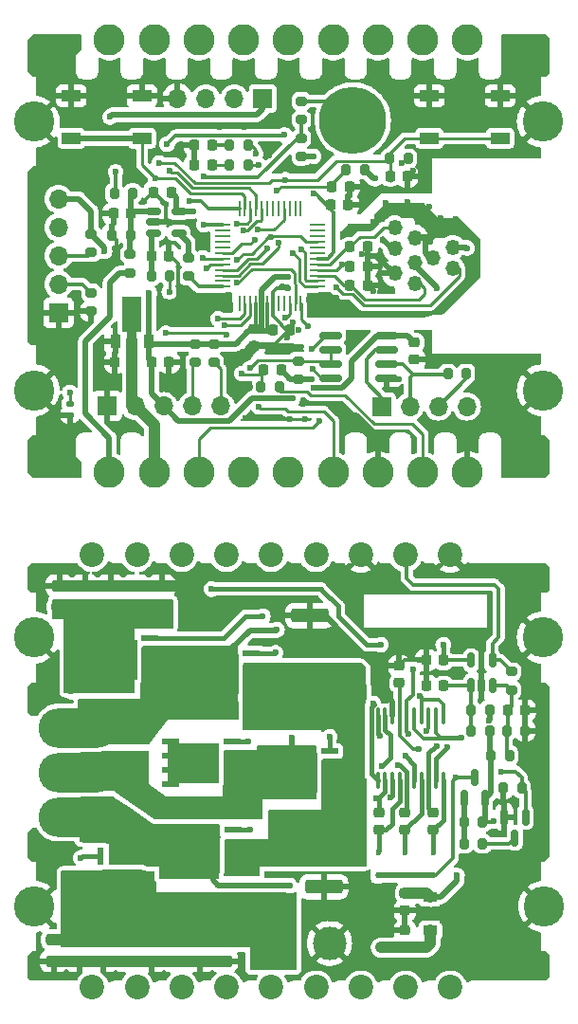
<source format=gbr>
%TF.GenerationSoftware,KiCad,Pcbnew,7.0.1*%
%TF.CreationDate,2023-06-12T22:17:34+07:00*%
%TF.ProjectId,servo_motor,73657276-6f5f-46d6-9f74-6f722e6b6963,rev?*%
%TF.SameCoordinates,Original*%
%TF.FileFunction,Copper,L1,Top*%
%TF.FilePolarity,Positive*%
%FSLAX46Y46*%
G04 Gerber Fmt 4.6, Leading zero omitted, Abs format (unit mm)*
G04 Created by KiCad (PCBNEW 7.0.1) date 2023-06-12 22:17:34*
%MOMM*%
%LPD*%
G01*
G04 APERTURE LIST*
G04 Aperture macros list*
%AMRoundRect*
0 Rectangle with rounded corners*
0 $1 Rounding radius*
0 $2 $3 $4 $5 $6 $7 $8 $9 X,Y pos of 4 corners*
0 Add a 4 corners polygon primitive as box body*
4,1,4,$2,$3,$4,$5,$6,$7,$8,$9,$2,$3,0*
0 Add four circle primitives for the rounded corners*
1,1,$1+$1,$2,$3*
1,1,$1+$1,$4,$5*
1,1,$1+$1,$6,$7*
1,1,$1+$1,$8,$9*
0 Add four rect primitives between the rounded corners*
20,1,$1+$1,$2,$3,$4,$5,0*
20,1,$1+$1,$4,$5,$6,$7,0*
20,1,$1+$1,$6,$7,$8,$9,0*
20,1,$1+$1,$8,$9,$2,$3,0*%
%AMFreePoly0*
4,1,9,3.862500,-0.866500,0.737500,-0.866500,0.737500,-0.450000,-0.737500,-0.450000,-0.737500,0.450000,0.737500,0.450000,0.737500,0.866500,3.862500,0.866500,3.862500,-0.866500,3.862500,-0.866500,$1*%
G04 Aperture macros list end*
%TA.AperFunction,SMDPad,CuDef*%
%ADD10RoundRect,0.225000X0.250000X-0.225000X0.250000X0.225000X-0.250000X0.225000X-0.250000X-0.225000X0*%
%TD*%
%TA.AperFunction,ComponentPad*%
%ADD11R,1.700000X1.700000*%
%TD*%
%TA.AperFunction,ComponentPad*%
%ADD12O,1.700000X1.700000*%
%TD*%
%TA.AperFunction,ComponentPad*%
%ADD13C,3.600000*%
%TD*%
%TA.AperFunction,SMDPad,CuDef*%
%ADD14RoundRect,0.200000X0.200000X0.275000X-0.200000X0.275000X-0.200000X-0.275000X0.200000X-0.275000X0*%
%TD*%
%TA.AperFunction,SMDPad,CuDef*%
%ADD15RoundRect,0.225000X-0.225000X-0.250000X0.225000X-0.250000X0.225000X0.250000X-0.225000X0.250000X0*%
%TD*%
%TA.AperFunction,SMDPad,CuDef*%
%ADD16R,0.450000X0.600000*%
%TD*%
%TA.AperFunction,SMDPad,CuDef*%
%ADD17RoundRect,0.200000X0.275000X-0.200000X0.275000X0.200000X-0.275000X0.200000X-0.275000X-0.200000X0*%
%TD*%
%TA.AperFunction,SMDPad,CuDef*%
%ADD18RoundRect,0.250000X0.475000X-0.250000X0.475000X0.250000X-0.475000X0.250000X-0.475000X-0.250000X0*%
%TD*%
%TA.AperFunction,SMDPad,CuDef*%
%ADD19RoundRect,0.250000X-0.475000X0.250000X-0.475000X-0.250000X0.475000X-0.250000X0.475000X0.250000X0*%
%TD*%
%TA.AperFunction,SMDPad,CuDef*%
%ADD20RoundRect,0.225000X-0.250000X0.225000X-0.250000X-0.225000X0.250000X-0.225000X0.250000X0.225000X0*%
%TD*%
%TA.AperFunction,SMDPad,CuDef*%
%ADD21RoundRect,0.250000X-1.425000X0.362500X-1.425000X-0.362500X1.425000X-0.362500X1.425000X0.362500X0*%
%TD*%
%TA.AperFunction,SMDPad,CuDef*%
%ADD22RoundRect,0.135000X-0.185000X0.135000X-0.185000X-0.135000X0.185000X-0.135000X0.185000X0.135000X0*%
%TD*%
%TA.AperFunction,ComponentPad*%
%ADD23O,1.300000X1.400000*%
%TD*%
%TA.AperFunction,SMDPad,CuDef*%
%ADD24RoundRect,0.250000X1.425000X-0.362500X1.425000X0.362500X-1.425000X0.362500X-1.425000X-0.362500X0*%
%TD*%
%TA.AperFunction,SMDPad,CuDef*%
%ADD25RoundRect,0.225000X0.225000X0.250000X-0.225000X0.250000X-0.225000X-0.250000X0.225000X-0.250000X0*%
%TD*%
%TA.AperFunction,SMDPad,CuDef*%
%ADD26RoundRect,0.200000X-0.200000X-0.275000X0.200000X-0.275000X0.200000X0.275000X-0.200000X0.275000X0*%
%TD*%
%TA.AperFunction,SMDPad,CuDef*%
%ADD27R,1.600000X0.600000*%
%TD*%
%TA.AperFunction,SMDPad,CuDef*%
%ADD28R,4.600000X3.600000*%
%TD*%
%TA.AperFunction,SMDPad,CuDef*%
%ADD29R,0.900000X1.300000*%
%TD*%
%TA.AperFunction,SMDPad,CuDef*%
%ADD30FreePoly0,90.000000*%
%TD*%
%TA.AperFunction,SMDPad,CuDef*%
%ADD31RoundRect,0.100000X-0.100000X0.637500X-0.100000X-0.637500X0.100000X-0.637500X0.100000X0.637500X0*%
%TD*%
%TA.AperFunction,ComponentPad*%
%ADD32O,7.000000X3.500000*%
%TD*%
%TA.AperFunction,SMDPad,CuDef*%
%ADD33RoundRect,0.200000X-0.275000X0.200000X-0.275000X-0.200000X0.275000X-0.200000X0.275000X0.200000X0*%
%TD*%
%TA.AperFunction,ComponentPad*%
%ADD34C,2.200000*%
%TD*%
%TA.AperFunction,SMDPad,CuDef*%
%ADD35RoundRect,0.150000X0.150000X-0.587500X0.150000X0.587500X-0.150000X0.587500X-0.150000X-0.587500X0*%
%TD*%
%TA.AperFunction,SMDPad,CuDef*%
%ADD36R,1.700000X1.000000*%
%TD*%
%TA.AperFunction,SMDPad,CuDef*%
%ADD37RoundRect,0.150000X-0.512500X-0.150000X0.512500X-0.150000X0.512500X0.150000X-0.512500X0.150000X0*%
%TD*%
%TA.AperFunction,SMDPad,CuDef*%
%ADD38R,0.600000X1.600000*%
%TD*%
%TA.AperFunction,SMDPad,CuDef*%
%ADD39R,3.600000X4.600000*%
%TD*%
%TA.AperFunction,SMDPad,CuDef*%
%ADD40R,0.228600X1.473200*%
%TD*%
%TA.AperFunction,SMDPad,CuDef*%
%ADD41R,1.473200X0.228600*%
%TD*%
%TA.AperFunction,SMDPad,CuDef*%
%ADD42C,6.000000*%
%TD*%
%TA.AperFunction,SMDPad,CuDef*%
%ADD43R,3.000000X3.000000*%
%TD*%
%TA.AperFunction,SMDPad,CuDef*%
%ADD44C,3.000000*%
%TD*%
%TA.AperFunction,SMDPad,CuDef*%
%ADD45RoundRect,0.150000X-0.150000X0.587500X-0.150000X-0.587500X0.150000X-0.587500X0.150000X0.587500X0*%
%TD*%
%TA.AperFunction,SMDPad,CuDef*%
%ADD46RoundRect,0.150000X0.150000X-0.512500X0.150000X0.512500X-0.150000X0.512500X-0.150000X-0.512500X0*%
%TD*%
%TA.AperFunction,SMDPad,CuDef*%
%ADD47RoundRect,0.150000X-0.825000X-0.150000X0.825000X-0.150000X0.825000X0.150000X-0.825000X0.150000X0*%
%TD*%
%TA.AperFunction,SMDPad,CuDef*%
%ADD48R,1.300000X0.900000*%
%TD*%
%TA.AperFunction,SMDPad,CuDef*%
%ADD49FreePoly0,0.000000*%
%TD*%
%TA.AperFunction,SMDPad,CuDef*%
%ADD50RoundRect,0.218750X-0.218750X-0.256250X0.218750X-0.256250X0.218750X0.256250X-0.218750X0.256250X0*%
%TD*%
%TA.AperFunction,ComponentPad*%
%ADD51C,2.800000*%
%TD*%
%TA.AperFunction,ViaPad*%
%ADD52C,0.600000*%
%TD*%
%TA.AperFunction,Conductor*%
%ADD53C,0.250000*%
%TD*%
%TA.AperFunction,Conductor*%
%ADD54C,0.300000*%
%TD*%
%TA.AperFunction,Conductor*%
%ADD55C,0.500000*%
%TD*%
%TA.AperFunction,Conductor*%
%ADD56C,1.000000*%
%TD*%
%TA.AperFunction,Conductor*%
%ADD57C,0.400000*%
%TD*%
G04 APERTURE END LIST*
D10*
%TO.P,C25,1*%
%TO.N,+24V*%
X158946018Y-122468178D03*
%TO.P,C25,2*%
%TO.N,GND*%
X158946018Y-120918178D03*
%TD*%
D11*
%TO.P,J2,1,Pin_1*%
%TO.N,GND*%
X128000000Y-65775000D03*
D12*
%TO.P,J2,2,Pin_2*%
%TO.N,/SWCLK*%
X128000000Y-63235000D03*
%TO.P,J2,3,Pin_3*%
%TO.N,/SWDIO*%
X128000000Y-60695000D03*
%TO.P,J2,4,Pin_4*%
%TO.N,/RESET*%
X128000000Y-58155000D03*
%TO.P,J2,5,Pin_5*%
%TO.N,+3V3*%
X128000000Y-55615000D03*
%TD*%
D13*
%TO.P,H3,1,1*%
%TO.N,GND*%
X171265018Y-48700167D03*
%TD*%
%TO.P,H5,1,1*%
%TO.N,GND*%
X125799018Y-94782178D03*
%TD*%
D14*
%TO.P,R11,1*%
%TO.N,/LED_GREEN*%
X144925000Y-52600000D03*
%TO.P,R11,2*%
%TO.N,Net-(D4-A)*%
X143275000Y-52600000D03*
%TD*%
%TO.P,R2,1*%
%TO.N,/IA_B*%
X147725000Y-72400000D03*
%TO.P,R2,2*%
%TO.N,/IA_SENSE*%
X146075000Y-72400000D03*
%TD*%
D15*
%TO.P,C41,1*%
%TO.N,/TEMPERATURE*%
X152425000Y-54500000D03*
%TO.P,C41,2*%
%TO.N,GND*%
X153975000Y-54500000D03*
%TD*%
%TO.P,C28,1*%
%TO.N,Net-(U9--)*%
X136325000Y-60700000D03*
%TO.P,C28,2*%
%TO.N,GND*%
X137875000Y-60700000D03*
%TD*%
D16*
%TO.P,D2,1,K*%
%TO.N,Net-(D2-K)*%
X158946018Y-113925178D03*
%TO.P,D2,2,A*%
%TO.N,/M_VCC*%
X158946018Y-116025178D03*
%TD*%
D15*
%TO.P,C17,1*%
%TO.N,/HALL1*%
X154050000Y-61600000D03*
%TO.P,C17,2*%
%TO.N,GND*%
X155600000Y-61600000D03*
%TD*%
D16*
%TO.P,D1,1,K*%
%TO.N,Net-(D1-K)*%
X161486018Y-113925178D03*
%TO.P,D1,2,A*%
%TO.N,/M_VCC*%
X161486018Y-116025178D03*
%TD*%
D17*
%TO.P,R5,1*%
%TO.N,/SWDIO*%
X130900000Y-60400000D03*
%TO.P,R5,2*%
%TO.N,+3V3*%
X130900000Y-58750000D03*
%TD*%
D18*
%TO.P,C7,1*%
%TO.N,+24V*%
X137229018Y-92036178D03*
%TO.P,C7,2*%
%TO.N,GND*%
X137229018Y-90136178D03*
%TD*%
D19*
%TO.P,C21,1*%
%TO.N,+24V*%
X136340018Y-121759178D03*
%TO.P,C21,2*%
%TO.N,GND*%
X136340018Y-123659178D03*
%TD*%
D20*
%TO.P,C32,1*%
%TO.N,+10V*%
X158946018Y-117616178D03*
%TO.P,C32,2*%
%TO.N,GND*%
X158946018Y-119166178D03*
%TD*%
D17*
%TO.P,R13,1*%
%TO.N,GND*%
X149400000Y-71725000D03*
%TO.P,R13,2*%
%TO.N,/RS485_EN*%
X149400000Y-70075000D03*
%TD*%
D21*
%TO.P,R16,1*%
%TO.N,GND*%
X150437018Y-92822678D03*
%TO.P,R16,2*%
%TO.N,Net-(Q1-S-Pad1)*%
X150437018Y-98747678D03*
%TD*%
D22*
%TO.P,TH1,1*%
%TO.N,/TEMPERATURE*%
X129000000Y-73890000D03*
%TO.P,TH1,2*%
%TO.N,GND*%
X129000000Y-74910000D03*
%TD*%
D14*
%TO.P,R26,1*%
%TO.N,Net-(U9-+)*%
X134411800Y-58817600D03*
%TO.P,R26,2*%
%TO.N,GND*%
X132761800Y-58817600D03*
%TD*%
D19*
%TO.P,C15,1*%
%TO.N,+24V*%
X132022018Y-121759178D03*
%TO.P,C15,2*%
%TO.N,GND*%
X132022018Y-123659178D03*
%TD*%
D15*
%TO.P,C1,1*%
%TO.N,/IA_SENSE*%
X146325000Y-70900000D03*
%TO.P,C1,2*%
%TO.N,GND*%
X147875000Y-70900000D03*
%TD*%
D16*
%TO.P,D5,1,K*%
%TO.N,Net-(D5-K)*%
X156533018Y-113925178D03*
%TO.P,D5,2,A*%
%TO.N,/M_VCC*%
X156533018Y-116025178D03*
%TD*%
D18*
%TO.P,C6,1*%
%TO.N,+24V*%
X134943018Y-92036178D03*
%TO.P,C6,2*%
%TO.N,GND*%
X134943018Y-90136178D03*
%TD*%
%TO.P,C34,1*%
%TO.N,+24V*%
X130371018Y-92036178D03*
%TO.P,C34,2*%
%TO.N,GND*%
X130371018Y-90136178D03*
%TD*%
D23*
%TO.P,U4,1,OUT*%
%TO.N,/HALL1*%
X163234007Y-61816828D03*
%TO.P,U4,2,VCC*%
%TO.N,+3V3*%
X163234007Y-59916828D03*
%TO.P,U4,3,GND*%
%TO.N,GND*%
X161434007Y-60866828D03*
%TO.P,U4,4,OUT*%
%TO.N,/HALL2*%
X159834007Y-63166828D03*
%TO.P,U4,5,VCC*%
%TO.N,+3V3*%
X159834007Y-61266828D03*
%TO.P,U4,6,GND*%
%TO.N,GND*%
X158034007Y-62216828D03*
%TO.P,U4,7,OUT*%
%TO.N,/HALL3*%
X158034007Y-58167828D03*
%TO.P,U4,8,VCC*%
%TO.N,+3V3*%
X158034007Y-60067828D03*
%TO.P,U4,9,GND*%
%TO.N,GND*%
X159834007Y-59117828D03*
%TD*%
D13*
%TO.P,H6,1,1*%
%TO.N,GND*%
X125799018Y-118782200D03*
%TD*%
D19*
%TO.P,C19,1*%
%TO.N,+24V*%
X134181018Y-121759178D03*
%TO.P,C19,2*%
%TO.N,GND*%
X134181018Y-123659178D03*
%TD*%
D24*
%TO.P,R14,1*%
%TO.N,GND*%
X151707018Y-117035678D03*
%TO.P,R14,2*%
%TO.N,Net-(Q1-S-Pad1)*%
X151707018Y-111110678D03*
%TD*%
D25*
%TO.P,C26,1*%
%TO.N,+10V*%
X134575000Y-70200000D03*
%TO.P,C26,2*%
%TO.N,GND*%
X133025000Y-70200000D03*
%TD*%
D10*
%TO.P,C8,1*%
%TO.N,Net-(D1-K)*%
X161486018Y-111940178D03*
%TO.P,C8,2*%
%TO.N,/PHASE1*%
X161486018Y-110390178D03*
%TD*%
D26*
%TO.P,R23,1*%
%TO.N,Net-(Q8-B)*%
X164243018Y-111237178D03*
%TO.P,R23,2*%
%TO.N,+10V*%
X165893018Y-111237178D03*
%TD*%
D27*
%TO.P,Q4,1,S*%
%TO.N,/PHASE2*%
X143476018Y-107884178D03*
%TO.P,Q4,2,S*%
X143476018Y-106614178D03*
%TO.P,Q4,3,S*%
X143476018Y-105344178D03*
%TO.P,Q4,4,G*%
%TO.N,Net-(Q4-G)*%
X143476018Y-104074178D03*
%TO.P,Q4,5,D*%
%TO.N,+24V*%
X138015018Y-104074178D03*
%TO.P,Q4,6,D*%
X138015018Y-105344178D03*
%TO.P,Q4,7,D*%
X138015018Y-106614178D03*
%TO.P,Q4,8,D*%
X138015018Y-107884178D03*
D28*
%TO.P,Q4,9,D*%
X140047018Y-105979178D03*
%TD*%
D15*
%TO.P,C11,1*%
%TO.N,+3V3*%
X147125000Y-67300000D03*
%TO.P,C11,2*%
%TO.N,GND*%
X148675000Y-67300000D03*
%TD*%
D26*
%TO.P,R21,1*%
%TO.N,GND*%
X167743018Y-108237178D03*
%TO.P,R21,2*%
%TO.N,/SWITCH_DISABLE*%
X169393018Y-108237178D03*
%TD*%
D29*
%TO.P,U11,1,GND*%
%TO.N,GND*%
X133062000Y-68294000D03*
D30*
%TO.P,U11,2,VIN*%
%TO.N,+10V*%
X134562000Y-68206500D03*
D29*
%TO.P,U11,3,VOUT*%
%TO.N,+3V3*%
X136062000Y-68294000D03*
%TD*%
D27*
%TO.P,Q3,1,S*%
%TO.N,Net-(Q1-S-Pad1)*%
X152239018Y-108731178D03*
%TO.P,Q3,2,S*%
X152239018Y-107461178D03*
%TO.P,Q3,3,S*%
X152239018Y-106191178D03*
%TO.P,Q3,4,G*%
%TO.N,Net-(Q3-G)*%
X152239018Y-104921178D03*
%TO.P,Q3,5,D*%
%TO.N,/PHASE2*%
X146778018Y-104921178D03*
%TO.P,Q3,6,D*%
X146778018Y-106191178D03*
%TO.P,Q3,7,D*%
X146778018Y-107461178D03*
%TO.P,Q3,8,D*%
X146778018Y-108731178D03*
D28*
%TO.P,Q3,9,D*%
X148810018Y-106826178D03*
%TD*%
D25*
%TO.P,C2,1*%
%TO.N,+10V*%
X162388018Y-96801178D03*
%TO.P,C2,2*%
%TO.N,GND*%
X160838018Y-96801178D03*
%TD*%
D31*
%TO.P,U3,1,HIN1*%
%TO.N,/PWM1*%
X162379018Y-101812678D03*
%TO.P,U3,2,HIN2*%
%TO.N,/PWM2*%
X161729018Y-101812678D03*
%TO.P,U3,3,HIN3*%
%TO.N,/PWM3*%
X161079018Y-101812678D03*
%TO.P,U3,4,LIN1#*%
%TO.N,/PWM1*%
X160429018Y-101812678D03*
%TO.P,U3,5,LIN2#*%
%TO.N,/PWM2*%
X159779018Y-101812678D03*
%TO.P,U3,6,LIN#*%
%TO.N,/PWM3*%
X159129018Y-101812678D03*
%TO.P,U3,7,VCC*%
%TO.N,/M_VCC*%
X158479018Y-101812678D03*
%TO.P,U3,8,GND*%
%TO.N,GND*%
X157829018Y-101812678D03*
%TO.P,U3,9,LO3*%
%TO.N,Net-(Q5-G)*%
X157179018Y-101812678D03*
%TO.P,U3,10,LO2*%
%TO.N,Net-(Q3-G)*%
X156529018Y-101812678D03*
%TO.P,U3,11,LO1*%
%TO.N,Net-(Q1-G)*%
X156529018Y-107537678D03*
%TO.P,U3,12,VS3*%
%TO.N,/PHASE3*%
X157179018Y-107537678D03*
%TO.P,U3,13,HO3*%
%TO.N,Net-(Q6-G)*%
X157829018Y-107537678D03*
%TO.P,U3,14,VB3*%
%TO.N,Net-(D5-K)*%
X158479018Y-107537678D03*
%TO.P,U3,15,VS2*%
%TO.N,/PHASE2*%
X159129018Y-107537678D03*
%TO.P,U3,16,HO2*%
%TO.N,Net-(Q4-G)*%
X159779018Y-107537678D03*
%TO.P,U3,17,VB2*%
%TO.N,Net-(D2-K)*%
X160429018Y-107537678D03*
%TO.P,U3,18,VS1*%
%TO.N,/PHASE1*%
X161079018Y-107537678D03*
%TO.P,U3,19,HO1*%
%TO.N,Net-(Q2-G)*%
X161729018Y-107537678D03*
%TO.P,U3,20,VB1*%
%TO.N,Net-(D1-K)*%
X162379018Y-107537678D03*
%TD*%
D14*
%TO.P,R12,1*%
%TO.N,/LED_RED*%
X144925000Y-50800000D03*
%TO.P,R12,2*%
%TO.N,Net-(D3-A)*%
X143275000Y-50800000D03*
%TD*%
D26*
%TO.P,R24,1*%
%TO.N,/REF24*%
X132975000Y-55100000D03*
%TO.P,R24,2*%
%TO.N,Net-(U9-+)*%
X134625000Y-55100000D03*
%TD*%
D32*
%TO.P,J3,1,Pin_1*%
%TO.N,/PHASE1*%
X129736018Y-102834178D03*
%TO.P,J3,2,Pin_2*%
%TO.N,/PHASE2*%
X129736018Y-106834178D03*
%TO.P,J3,3,Pin_3*%
%TO.N,/PHASE3*%
X129736018Y-110834178D03*
%TD*%
D10*
%TO.P,C13,1*%
%TO.N,Net-(D2-K)*%
X158946018Y-111940178D03*
%TO.P,C13,2*%
%TO.N,/PHASE2*%
X158946018Y-110390178D03*
%TD*%
D14*
%TO.P,R10,1*%
%TO.N,Net-(Q1-S-Pad1)*%
X166502018Y-101246178D03*
%TO.P,R10,2*%
%TO.N,Net-(U1-+)*%
X164852018Y-101246178D03*
%TD*%
D33*
%TO.P,R20,1*%
%TO.N,Net-(R20-Pad1)*%
X139600000Y-60875000D03*
%TO.P,R20,2*%
%TO.N,/OVER_VOLTAGE*%
X139600000Y-62525000D03*
%TD*%
D11*
%TO.P,J6,1,Pin_1*%
%TO.N,GND*%
X132320000Y-74100000D03*
D12*
%TO.P,J6,2,Pin_2*%
%TO.N,+10V*%
X134860000Y-74100000D03*
%TO.P,J6,3,Pin_3*%
%TO.N,+3V3*%
X137400000Y-74100000D03*
%TO.P,J6,4,Pin_4*%
%TO.N,/ENCODER_A*%
X139940000Y-74100000D03*
%TO.P,J6,5,Pin_5*%
%TO.N,/ENCODER_B*%
X142480000Y-74100000D03*
%TD*%
D34*
%TO.P,P1,1,24V*%
%TO.N,+24V*%
X131006018Y-87403178D03*
%TO.P,P1,2,10V*%
%TO.N,+10V*%
X135006018Y-87403178D03*
%TO.P,P1,3,Switch_Disable*%
%TO.N,/SWITCH_DISABLE*%
X139006018Y-87403178D03*
%TO.P,P1,4,PWM1*%
%TO.N,/PWM1*%
X143006018Y-87403178D03*
%TO.P,P1,5,PWM2*%
%TO.N,/PWM2*%
X147006018Y-87403178D03*
%TO.P,P1,6,PWM3*%
%TO.N,/PWM3*%
X151006018Y-87403178D03*
%TO.P,P1,7,GND*%
%TO.N,GND*%
X155006018Y-87403178D03*
%TO.P,P1,8,IA*%
%TO.N,/IA*%
X159006018Y-87403178D03*
%TO.P,P1,9,GND*%
%TO.N,GND*%
X163006018Y-87403178D03*
%TD*%
D35*
%TO.P,Q8,1,B*%
%TO.N,Net-(Q8-B)*%
X164218018Y-109174678D03*
%TO.P,Q8,2,E*%
%TO.N,+10V*%
X166118018Y-109174678D03*
%TO.P,Q8,3,C*%
%TO.N,/M_VCC*%
X165168018Y-107299678D03*
%TD*%
D17*
%TO.P,R27,1*%
%TO.N,+24V*%
X134400000Y-62225000D03*
%TO.P,R27,2*%
%TO.N,Net-(U9-+)*%
X134400000Y-60575000D03*
%TD*%
D26*
%TO.P,R17,1*%
%TO.N,/A*%
X162775000Y-71200000D03*
%TO.P,R17,2*%
%TO.N,/B*%
X164425000Y-71200000D03*
%TD*%
D36*
%TO.P,SW1,1,1*%
%TO.N,GND*%
X129150000Y-46400000D03*
X135450000Y-46400000D03*
%TO.P,SW1,2,2*%
%TO.N,/SWDIO*%
X129150000Y-50200000D03*
X135450000Y-50200000D03*
%TD*%
D17*
%TO.P,R4,1*%
%TO.N,GND*%
X130900000Y-65625000D03*
%TO.P,R4,2*%
%TO.N,/SWCLK*%
X130900000Y-63975000D03*
%TD*%
D14*
%TO.P,R8,1*%
%TO.N,GND*%
X169693018Y-103087178D03*
%TO.P,R8,2*%
%TO.N,Net-(U1--)*%
X168043018Y-103087178D03*
%TD*%
D37*
%TO.P,U9,1,+*%
%TO.N,Net-(U9-+)*%
X136462500Y-56750000D03*
%TO.P,U9,2,V-*%
%TO.N,GND*%
X136462500Y-57700000D03*
%TO.P,U9,3,-*%
%TO.N,Net-(U9--)*%
X136462500Y-58650000D03*
%TO.P,U9,4*%
%TO.N,Net-(R20-Pad1)*%
X138737500Y-58650000D03*
%TO.P,U9,5,V+*%
%TO.N,+10V*%
X138737500Y-56750000D03*
%TD*%
D13*
%TO.P,H7,1,1*%
%TO.N,GND*%
X171265018Y-94782178D03*
%TD*%
D25*
%TO.P,C22,1*%
%TO.N,+10V*%
X138075000Y-55000000D03*
%TO.P,C22,2*%
%TO.N,GND*%
X136525000Y-55000000D03*
%TD*%
D18*
%TO.P,C10,1*%
%TO.N,+24V*%
X132657018Y-92036178D03*
%TO.P,C10,2*%
%TO.N,GND*%
X132657018Y-90136178D03*
%TD*%
D38*
%TO.P,Q6,1,S*%
%TO.N,/PHASE3*%
X135586018Y-114319178D03*
%TO.P,Q6,2,S*%
X134316018Y-114319178D03*
%TO.P,Q6,3,S*%
X133046018Y-114319178D03*
%TO.P,Q6,4,G*%
%TO.N,Net-(Q6-G)*%
X131776018Y-114319178D03*
%TO.P,Q6,5,D*%
%TO.N,+24V*%
X131776018Y-119780178D03*
%TO.P,Q6,6,D*%
X133046018Y-119780178D03*
%TO.P,Q6,7,D*%
X134316018Y-119780178D03*
%TO.P,Q6,8,D*%
X135586018Y-119780178D03*
D39*
%TO.P,Q6,9,D*%
X133681018Y-117748178D03*
%TD*%
D14*
%TO.P,R22,1*%
%TO.N,Net-(Q7-C)*%
X165893018Y-113187178D03*
%TO.P,R22,2*%
%TO.N,Net-(Q8-B)*%
X164243018Y-113187178D03*
%TD*%
D33*
%TO.P,R3,1*%
%TO.N,/TOUCH*%
X149700000Y-50175000D03*
%TO.P,R3,2*%
%TO.N,+3V3*%
X149700000Y-51825000D03*
%TD*%
D34*
%TO.P,P3,1,24V*%
%TO.N,unconnected-(P3-24V-Pad1)*%
X131006018Y-126011178D03*
%TO.P,P3,2,10V*%
%TO.N,unconnected-(P3-10V-Pad2)*%
X135006018Y-126011178D03*
%TO.P,P3,3,Switch_Disable*%
%TO.N,unconnected-(P3-Switch_Disable-Pad3)*%
X139006018Y-126011178D03*
%TO.P,P3,4,PWM1*%
%TO.N,unconnected-(P3-PWM1-Pad4)*%
X143006018Y-126011178D03*
%TO.P,P3,5,PWM2*%
%TO.N,unconnected-(P3-PWM2-Pad5)*%
X147006018Y-126011178D03*
%TO.P,P3,6,PWM3*%
%TO.N,unconnected-(P3-PWM3-Pad6)*%
X151006018Y-126011178D03*
%TO.P,P3,7,GND*%
%TO.N,unconnected-(P3-GND-Pad7)*%
X155006018Y-126011178D03*
%TO.P,P3,8,IA*%
%TO.N,unconnected-(P3-IA-Pad8)*%
X159006018Y-126011178D03*
%TO.P,P3,9,GND*%
%TO.N,unconnected-(P3-GND-Pad9)*%
X163006018Y-126011178D03*
%TD*%
D15*
%TO.P,C20,1*%
%TO.N,/HALL2*%
X154050000Y-63300000D03*
%TO.P,C20,2*%
%TO.N,GND*%
X155600000Y-63300000D03*
%TD*%
D33*
%TO.P,R19,1*%
%TO.N,+3V3*%
X141900000Y-68575000D03*
%TO.P,R19,2*%
%TO.N,/ENCODER_B*%
X141900000Y-70225000D03*
%TD*%
D10*
%TO.P,C35,1*%
%TO.N,GND*%
X159800000Y-69975000D03*
%TO.P,C35,2*%
%TO.N,+3V3*%
X159800000Y-68425000D03*
%TD*%
D27*
%TO.P,Q5,1,S*%
%TO.N,Net-(Q1-S-Pad1)*%
X143587018Y-115732178D03*
%TO.P,Q5,2,S*%
X143587018Y-114462178D03*
%TO.P,Q5,3,S*%
X143587018Y-113192178D03*
%TO.P,Q5,4,G*%
%TO.N,Net-(Q5-G)*%
X143587018Y-111922178D03*
%TO.P,Q5,5,D*%
%TO.N,/PHASE3*%
X138126018Y-111922178D03*
%TO.P,Q5,6,D*%
X138126018Y-113192178D03*
%TO.P,Q5,7,D*%
X138126018Y-114462178D03*
%TO.P,Q5,8,D*%
X138126018Y-115732178D03*
D28*
%TO.P,Q5,9,D*%
X140158018Y-113827178D03*
%TD*%
D19*
%TO.P,C12,1*%
%TO.N,+24V*%
X127577018Y-121759178D03*
%TO.P,C12,2*%
%TO.N,GND*%
X127577018Y-123659178D03*
%TD*%
D40*
%TO.P,U2,1,PC13*%
%TO.N,unconnected-(U2-PC13-Pad1)*%
X144150000Y-64916400D03*
%TO.P,U2,2,PC14-OSC32_IN*%
%TO.N,/LED_RED*%
X144649999Y-64916400D03*
%TO.P,U2,3,PC15-OSC32_OUT*%
%TO.N,/LED_GREEN*%
X145150001Y-64916400D03*
%TO.P,U2,4,VBAT*%
%TO.N,+3V3*%
X145650000Y-64916400D03*
%TO.P,U2,5,VREF+*%
X146149999Y-64916400D03*
%TO.P,U2,6,VDD/VDDA*%
X146650000Y-64916400D03*
%TO.P,U2,7,VSS/VSSA*%
%TO.N,GND*%
X147150000Y-64916400D03*
%TO.P,U2,8,PF0-OSC_IN*%
%TO.N,unconnected-(U2-PF0-OSC_IN-Pad8)*%
X147650001Y-64916400D03*
%TO.P,U2,9,PF1-OSC_OUT*%
%TO.N,unconnected-(U2-PF1-OSC_OUT-Pad9)*%
X148150000Y-64916400D03*
%TO.P,U2,10,NRST*%
%TO.N,/RESET*%
X148649999Y-64916400D03*
%TO.P,U2,11,PA0*%
%TO.N,/IA_SENSE*%
X149150001Y-64916400D03*
%TO.P,U2,12,PA1*%
%TO.N,/SWITCH_DISABLE_B*%
X149650000Y-64916400D03*
D41*
%TO.P,U2,13,PA2*%
%TO.N,/UART2 TX*%
X151116400Y-63450000D03*
%TO.P,U2,14,PA3*%
%TO.N,/UART2 RX*%
X151116400Y-62950001D03*
%TO.P,U2,15,PA4*%
%TO.N,/HALL2*%
X151116400Y-62449999D03*
%TO.P,U2,16,PA5*%
%TO.N,/HALL1*%
X151116400Y-61950000D03*
%TO.P,U2,17,PA6*%
%TO.N,/HALL3*%
X151116400Y-61450001D03*
%TO.P,U2,18,PA7*%
%TO.N,/REF24*%
X151116400Y-60950000D03*
%TO.P,U2,19,PB0*%
%TO.N,unconnected-(U2-PB0-Pad19)*%
X151116400Y-60450000D03*
%TO.P,U2,20,PB1*%
%TO.N,unconnected-(U2-PB1-Pad20)*%
X151116400Y-59949999D03*
%TO.P,U2,21,PB2*%
%TO.N,/TEMPERATURE*%
X151116400Y-59450000D03*
%TO.P,U2,22,PB10*%
%TO.N,unconnected-(U2-PB10-Pad22)*%
X151116400Y-58950001D03*
%TO.P,U2,23,PB11*%
%TO.N,unconnected-(U2-PB11-Pad23)*%
X151116400Y-58449999D03*
%TO.P,U2,24,PB12*%
%TO.N,unconnected-(U2-PB12-Pad24)*%
X151116400Y-57950000D03*
D40*
%TO.P,U2,25,PB13*%
%TO.N,unconnected-(U2-PB13-Pad25)*%
X149650000Y-56483600D03*
%TO.P,U2,26,PB14*%
%TO.N,unconnected-(U2-PB14-Pad26)*%
X149150001Y-56483600D03*
%TO.P,U2,27,PB15*%
%TO.N,unconnected-(U2-PB15-Pad27)*%
X148649999Y-56483600D03*
%TO.P,U2,28,PA8*%
%TO.N,/PWM1_B*%
X148150000Y-56483600D03*
%TO.P,U2,29,PA9*%
%TO.N,unconnected-(U2-PA9-Pad29)*%
X147650001Y-56483600D03*
%TO.P,U2,30,PC6*%
%TO.N,unconnected-(U2-PC6-Pad30)*%
X147150000Y-56483600D03*
%TO.P,U2,31,PC7*%
%TO.N,unconnected-(U2-PC7-Pad31)*%
X146650000Y-56483600D03*
%TO.P,U2,32,PA10*%
%TO.N,/PWM3_B*%
X146149999Y-56483600D03*
%TO.P,U2,33,PA11*%
%TO.N,/PWM4*%
X145650000Y-56483600D03*
%TO.P,U2,34,PA12*%
%TO.N,/RS485_EN*%
X145150001Y-56483600D03*
%TO.P,U2,35,PA13*%
%TO.N,/SWDIO*%
X144649999Y-56483600D03*
%TO.P,U2,36,PA14-BOOT0*%
%TO.N,/SWCLK*%
X144150000Y-56483600D03*
D41*
%TO.P,U2,37,PA15*%
%TO.N,/TOUCH*%
X142683600Y-57950000D03*
%TO.P,U2,38,PD0*%
%TO.N,unconnected-(U2-PD0-Pad38)*%
X142683600Y-58449999D03*
%TO.P,U2,39,PD1*%
%TO.N,unconnected-(U2-PD1-Pad39)*%
X142683600Y-58950001D03*
%TO.P,U2,40,PD2*%
%TO.N,unconnected-(U2-PD2-Pad40)*%
X142683600Y-59450000D03*
%TO.P,U2,41,PD3*%
%TO.N,unconnected-(U2-PD3-Pad41)*%
X142683600Y-59949999D03*
%TO.P,U2,42,PB3*%
%TO.N,/PWM2_B*%
X142683600Y-60450000D03*
%TO.P,U2,43,PB4*%
%TO.N,/ENCODER_A*%
X142683600Y-60950000D03*
%TO.P,U2,44,PB5*%
%TO.N,/ENCODER_B*%
X142683600Y-61450001D03*
%TO.P,U2,45,PB6*%
%TO.N,/RS485_D*%
X142683600Y-61950000D03*
%TO.P,U2,46,PB7*%
%TO.N,/RS485_R*%
X142683600Y-62449999D03*
%TO.P,U2,47,PB8*%
%TO.N,unconnected-(U2-PB8-Pad47)*%
X142683600Y-62950001D03*
%TO.P,U2,48,PB9*%
%TO.N,/OVER_VOLTAGE*%
X142683600Y-63450000D03*
%TD*%
D15*
%TO.P,C36,1*%
%TO.N,/REF24*%
X152325000Y-56100000D03*
%TO.P,C36,2*%
%TO.N,GND*%
X153875000Y-56100000D03*
%TD*%
D13*
%TO.P,H4,1,1*%
%TO.N,GND*%
X171265018Y-72700187D03*
%TD*%
D42*
%TO.P,TP1,1,1*%
%TO.N,Net-(R1-Pad2)*%
X154300000Y-48600000D03*
%TD*%
D14*
%TO.P,R25,1*%
%TO.N,/PWM4*%
X137925000Y-62500000D03*
%TO.P,R25,2*%
%TO.N,Net-(U9--)*%
X136275000Y-62500000D03*
%TD*%
D10*
%TO.P,C16,1*%
%TO.N,Net-(D5-K)*%
X156660018Y-111940178D03*
%TO.P,C16,2*%
%TO.N,/PHASE3*%
X156660018Y-110390178D03*
%TD*%
D17*
%TO.P,R6,1*%
%TO.N,Net-(U1--)*%
X168468018Y-99462178D03*
%TO.P,R6,2*%
%TO.N,/IA*%
X168468018Y-97812178D03*
%TD*%
D43*
%TO.P,J5,1,Pin_1*%
%TO.N,+24V*%
X147135018Y-122074178D03*
D44*
%TO.P,J5,2,Pin_2*%
%TO.N,GND*%
X152215018Y-122074178D03*
%TD*%
D19*
%TO.P,C27,1*%
%TO.N,+24V*%
X140658018Y-121759178D03*
%TO.P,C27,2*%
%TO.N,GND*%
X140658018Y-123659178D03*
%TD*%
D13*
%TO.P,H1,1,1*%
%TO.N,GND*%
X125799018Y-48700167D03*
%TD*%
D10*
%TO.P,C3,1*%
%TO.N,/M_VCC*%
X158438018Y-98846178D03*
%TO.P,C3,2*%
%TO.N,GND*%
X158438018Y-97296178D03*
%TD*%
D45*
%TO.P,Q7,1,B*%
%TO.N,/SWITCH_DISABLE*%
X169718018Y-110799678D03*
%TO.P,Q7,2,E*%
%TO.N,GND*%
X167818018Y-110799678D03*
%TO.P,Q7,3,C*%
%TO.N,Net-(Q7-C)*%
X168768018Y-112674678D03*
%TD*%
D19*
%TO.P,C14,1*%
%TO.N,+24V*%
X129863018Y-121759178D03*
%TO.P,C14,2*%
%TO.N,GND*%
X129863018Y-123659178D03*
%TD*%
D18*
%TO.P,C31,1*%
%TO.N,+24V*%
X128085018Y-92036178D03*
%TO.P,C31,2*%
%TO.N,GND*%
X128085018Y-90136178D03*
%TD*%
D15*
%TO.P,C33,1*%
%TO.N,+3V3*%
X136325000Y-70200000D03*
%TO.P,C33,2*%
%TO.N,GND*%
X137875000Y-70200000D03*
%TD*%
D26*
%TO.P,R15,1*%
%TO.N,/RESET*%
X157575000Y-52000000D03*
%TO.P,R15,2*%
%TO.N,+3V3*%
X159225000Y-52000000D03*
%TD*%
D15*
%TO.P,C18,1*%
%TO.N,/RESET*%
X157625000Y-53600000D03*
%TO.P,C18,2*%
%TO.N,GND*%
X159175000Y-53600000D03*
%TD*%
D33*
%TO.P,R18,1*%
%TO.N,+3V3*%
X140200000Y-68575000D03*
%TO.P,R18,2*%
%TO.N,/ENCODER_A*%
X140200000Y-70225000D03*
%TD*%
D46*
%TO.P,U1,1,+*%
%TO.N,Net-(U1-+)*%
X164854018Y-99081678D03*
%TO.P,U1,2,V-*%
%TO.N,GND*%
X165804018Y-99081678D03*
%TO.P,U1,3,-*%
%TO.N,Net-(U1--)*%
X166754018Y-99081678D03*
%TO.P,U1,4*%
%TO.N,/IA*%
X166754018Y-96806678D03*
%TO.P,U1,5,V+*%
%TO.N,+10V*%
X164854018Y-96806678D03*
%TD*%
D27*
%TO.P,Q1,1,S*%
%TO.N,Net-(Q1-S-Pad1)*%
X145206018Y-99976178D03*
%TO.P,Q1,2,S*%
X145206018Y-98706178D03*
%TO.P,Q1,3,S*%
X145206018Y-97436178D03*
%TO.P,Q1,4,G*%
%TO.N,Net-(Q1-G)*%
X145206018Y-96166178D03*
%TO.P,Q1,5,D*%
%TO.N,/PHASE1*%
X139745018Y-96166178D03*
%TO.P,Q1,6,D*%
X139745018Y-97436178D03*
%TO.P,Q1,7,D*%
X139745018Y-98706178D03*
%TO.P,Q1,8,D*%
X139745018Y-99976178D03*
D28*
%TO.P,Q1,9,D*%
X141777018Y-98071178D03*
%TD*%
D36*
%TO.P,RST1,1,1*%
%TO.N,/RESET*%
X167450000Y-50200000D03*
X161150000Y-50200000D03*
%TO.P,RST1,2,2*%
%TO.N,GND*%
X167450000Y-46400000D03*
X161150000Y-46400000D03*
%TD*%
D26*
%TO.P,R29,1*%
%TO.N,/TEMPERATURE*%
X153675000Y-53000000D03*
%TO.P,R29,2*%
%TO.N,+3V3*%
X155325000Y-53000000D03*
%TD*%
D20*
%TO.P,C9,1*%
%TO.N,+3V3*%
X145500000Y-67225000D03*
%TO.P,C9,2*%
%TO.N,GND*%
X145500000Y-68775000D03*
%TD*%
D15*
%TO.P,C4,1*%
%TO.N,Net-(U1--)*%
X168143018Y-101287178D03*
%TO.P,C4,2*%
%TO.N,GND*%
X169693018Y-101287178D03*
%TD*%
D47*
%TO.P,U5,1,R*%
%TO.N,/RS485_R*%
X152325000Y-67795000D03*
%TO.P,U5,2,~{RE}*%
%TO.N,/RS485_EN*%
X152325000Y-69065000D03*
%TO.P,U5,3,DE*%
X152325000Y-70335000D03*
%TO.P,U5,4,D*%
%TO.N,/RS485_D*%
X152325000Y-71605000D03*
%TO.P,U5,5,GND*%
%TO.N,GND*%
X157275000Y-71605000D03*
%TO.P,U5,6,A*%
%TO.N,/A*%
X157275000Y-70335000D03*
%TO.P,U5,7,B*%
%TO.N,/B*%
X157275000Y-69065000D03*
%TO.P,U5,8,VCC*%
%TO.N,+3V3*%
X157275000Y-67795000D03*
%TD*%
D48*
%TO.P,U12,1,OUT*%
%TO.N,+10V*%
X161218018Y-117937178D03*
D49*
%TO.P,U12,2,GND*%
%TO.N,GND*%
X161305518Y-119437178D03*
D48*
%TO.P,U12,3,IN*%
%TO.N,+24V*%
X161218018Y-120937178D03*
%TD*%
D19*
%TO.P,C24,1*%
%TO.N,+24V*%
X138499018Y-121759178D03*
%TO.P,C24,2*%
%TO.N,GND*%
X138499018Y-123659178D03*
%TD*%
D27*
%TO.P,Q2,1,S*%
%TO.N,/PHASE1*%
X136148018Y-98656178D03*
%TO.P,Q2,2,S*%
X136148018Y-97386178D03*
%TO.P,Q2,3,S*%
X136148018Y-96116178D03*
%TO.P,Q2,4,G*%
%TO.N,Net-(Q2-G)*%
X136148018Y-94846178D03*
%TO.P,Q2,5,D*%
%TO.N,+24V*%
X130687018Y-94846178D03*
%TO.P,Q2,6,D*%
X130687018Y-96116178D03*
%TO.P,Q2,7,D*%
X130687018Y-97386178D03*
%TO.P,Q2,8,D*%
X130687018Y-98656178D03*
D28*
%TO.P,Q2,9,D*%
X132719018Y-96751178D03*
%TD*%
D50*
%TO.P,D3,1,K*%
%TO.N,GND*%
X140137500Y-50800000D03*
%TO.P,D3,2,A*%
%TO.N,Net-(D3-A)*%
X141712500Y-50800000D03*
%TD*%
D11*
%TO.P,J4,1,Pin_1*%
%TO.N,/B*%
X156873218Y-74144378D03*
D12*
%TO.P,J4,2,Pin_2*%
%TO.N,/A*%
X159413218Y-74144378D03*
%TO.P,J4,3,Pin_3*%
%TO.N,/B*%
X161953218Y-74144378D03*
%TO.P,J4,4,Pin_4*%
%TO.N,/A*%
X164493218Y-74144378D03*
%TD*%
D25*
%TO.P,C5,1*%
%TO.N,Net-(U1-+)*%
X162388018Y-99087178D03*
%TO.P,C5,2*%
%TO.N,GND*%
X160838018Y-99087178D03*
%TD*%
D14*
%TO.P,R7,1*%
%TO.N,Net-(U1--)*%
X168280018Y-105310178D03*
%TO.P,R7,2*%
%TO.N,+10V*%
X166630018Y-105310178D03*
%TD*%
D13*
%TO.P,H2,1,1*%
%TO.N,GND*%
X125799018Y-72700187D03*
%TD*%
D11*
%TO.P,J1,1,Pin_1*%
%TO.N,+3V3*%
X146246018Y-46636178D03*
D12*
%TO.P,J1,2,Pin_2*%
%TO.N,/UART2 RX*%
X143706018Y-46636178D03*
%TO.P,J1,3,Pin_3*%
%TO.N,/UART2 TX*%
X141166018Y-46636178D03*
%TO.P,J1,4,Pin_4*%
%TO.N,GND*%
X138626018Y-46636178D03*
%TD*%
D15*
%TO.P,C23,1*%
%TO.N,/HALL3*%
X154050000Y-59900000D03*
%TO.P,C23,2*%
%TO.N,GND*%
X155600000Y-59900000D03*
%TD*%
D25*
%TO.P,C30,1*%
%TO.N,Net-(U9-+)*%
X134438000Y-56938000D03*
%TO.P,C30,2*%
%TO.N,GND*%
X132888000Y-56938000D03*
%TD*%
D17*
%TO.P,R1,1*%
%TO.N,/TOUCH*%
X149700000Y-48525000D03*
%TO.P,R1,2*%
%TO.N,Net-(R1-Pad2)*%
X149700000Y-46875000D03*
%TD*%
D51*
%TO.P,P2,1,24V*%
%TO.N,+24V*%
X132532018Y-80037178D03*
%TO.P,P2,2,10V*%
%TO.N,+10V*%
X136532018Y-80037178D03*
%TO.P,P2,3,Switch_Disable*%
%TO.N,/SWITCH_DISABLE_B*%
X140532018Y-80037178D03*
%TO.P,P2,4,PWM1*%
%TO.N,/PWM1_B*%
X144532018Y-80037178D03*
%TO.P,P2,5,PWM2*%
%TO.N,/PWM2_B*%
X148532018Y-80037178D03*
%TO.P,P2,6,PWM3*%
%TO.N,/PWM3_B*%
X152532018Y-80037178D03*
%TO.P,P2,7,GND*%
%TO.N,GND*%
X156532018Y-80037178D03*
%TO.P,P2,8,IA*%
%TO.N,/IA_B*%
X160532018Y-80037178D03*
%TO.P,P2,9,GND*%
%TO.N,GND*%
X164532018Y-80037178D03*
%TD*%
D19*
%TO.P,C29,1*%
%TO.N,+24V*%
X142817018Y-121759178D03*
%TO.P,C29,2*%
%TO.N,GND*%
X142817018Y-123659178D03*
%TD*%
D13*
%TO.P,H8,1,1*%
%TO.N,GND*%
X171392018Y-118782200D03*
%TD*%
D51*
%TO.P,P4,1,24V*%
%TO.N,unconnected-(P4-24V-Pad1)*%
X132532018Y-41429178D03*
%TO.P,P4,2,10V*%
%TO.N,unconnected-(P4-10V-Pad2)*%
X136532018Y-41429178D03*
%TO.P,P4,3,Switch_Disable*%
%TO.N,unconnected-(P4-Switch_Disable-Pad3)*%
X140532018Y-41429178D03*
%TO.P,P4,4,PWM1*%
%TO.N,unconnected-(P4-PWM1-Pad4)*%
X144532018Y-41429178D03*
%TO.P,P4,5,PWM2*%
%TO.N,unconnected-(P4-PWM2-Pad5)*%
X148532018Y-41429178D03*
%TO.P,P4,6,PWM3*%
%TO.N,unconnected-(P4-PWM3-Pad6)*%
X152532018Y-41429178D03*
%TO.P,P4,7,GND*%
%TO.N,unconnected-(P4-GND-Pad7)*%
X156532018Y-41429178D03*
%TO.P,P4,8,IA*%
%TO.N,unconnected-(P4-IA-Pad8)*%
X160532018Y-41429178D03*
%TO.P,P4,9,GND*%
%TO.N,unconnected-(P4-GND-Pad9)*%
X164532018Y-41429178D03*
%TD*%
D26*
%TO.P,R9,1*%
%TO.N,Net-(U1-+)*%
X164852018Y-103151178D03*
%TO.P,R9,2*%
%TO.N,+10V*%
X166502018Y-103151178D03*
%TD*%
D50*
%TO.P,D4,1,K*%
%TO.N,GND*%
X140137500Y-52600000D03*
%TO.P,D4,2,A*%
%TO.N,Net-(D4-A)*%
X141712500Y-52600000D03*
%TD*%
D52*
%TO.N,/IA_SENSE*%
X143974020Y-63111045D03*
X144400000Y-71200000D03*
%TO.N,GND*%
X156100000Y-63800000D03*
X142400000Y-49200000D03*
X160500000Y-65900000D03*
X158900000Y-48500000D03*
X127577018Y-124741178D03*
X153400000Y-65900000D03*
X165300000Y-59300000D03*
X154932818Y-120931178D03*
X143300000Y-69700000D03*
X151326018Y-119965978D03*
X165300000Y-62600000D03*
X156500000Y-65900000D03*
X162100000Y-57300000D03*
X144600000Y-49200000D03*
X164200000Y-63700000D03*
X159700000Y-53100000D03*
X138900000Y-71100000D03*
X141148540Y-64400000D03*
X151900000Y-64200000D03*
X169968018Y-114537178D03*
X157000000Y-45600000D03*
X148900000Y-66600000D03*
X166618018Y-117787178D03*
X149400000Y-67300000D03*
X153408818Y-120016778D03*
X159200000Y-55900000D03*
X152000000Y-65900000D03*
X154900000Y-65900000D03*
X156100000Y-57700000D03*
X126688018Y-89054178D03*
X127400000Y-68900000D03*
X158600000Y-65900000D03*
X167668018Y-109437178D03*
X152100000Y-51700000D03*
X144341018Y-123598178D03*
X128720018Y-124868178D03*
X154600000Y-56100000D03*
X150462418Y-119965978D03*
X150600000Y-65900000D03*
X155600000Y-55000000D03*
X147600000Y-48800000D03*
X152200000Y-45500000D03*
X164400000Y-58300000D03*
X156018018Y-117637178D03*
X157200000Y-56000000D03*
X140900000Y-59300000D03*
X150000000Y-75300000D03*
X153739018Y-90324178D03*
X144700000Y-75200000D03*
X153500000Y-74900000D03*
X139800000Y-49100000D03*
X154300000Y-67700000D03*
X145500000Y-75100000D03*
X135600000Y-55800000D03*
X148707319Y-75249011D03*
X160800000Y-59000000D03*
X150600000Y-71700000D03*
X139400000Y-66200000D03*
X161500000Y-70500000D03*
X154100000Y-58100000D03*
X126180018Y-123725178D03*
X129300000Y-52200000D03*
X152800000Y-64400989D03*
X155100000Y-60500000D03*
X170122018Y-106326178D03*
X162500000Y-65000000D03*
X158438018Y-94515178D03*
X150400000Y-64600000D03*
X154983618Y-123318778D03*
X139000000Y-50800000D03*
X158100000Y-49500000D03*
X131500000Y-62700000D03*
X153400000Y-58800000D03*
X154932818Y-121693178D03*
X160600000Y-51700000D03*
X148525501Y-63600000D03*
X161100000Y-56300000D03*
X127200000Y-77900000D03*
X164600000Y-76200000D03*
X148500000Y-46500000D03*
X163500000Y-57400000D03*
X143400000Y-72200000D03*
X132100000Y-53700000D03*
X155600000Y-62400000D03*
X149900000Y-73900000D03*
X156100000Y-60700000D03*
X146800000Y-51700000D03*
X137600000Y-66200000D03*
X158400000Y-71700000D03*
X148400000Y-68000000D03*
X169106018Y-90451178D03*
X154932818Y-122455178D03*
X132100000Y-46500000D03*
X145100000Y-72400000D03*
X148000000Y-52800000D03*
X152342018Y-119915178D03*
%TO.N,+10V*%
X166918018Y-111187178D03*
X141674018Y-90451178D03*
X162375018Y-95404178D03*
X140000000Y-56700000D03*
X156787018Y-95404178D03*
X163598018Y-116025178D03*
X166502018Y-104230178D03*
%TO.N,+24V*%
X129101018Y-97690178D03*
X129101018Y-98706178D03*
X139515018Y-106707178D03*
X129101018Y-95658178D03*
X141293018Y-104675178D03*
X140912018Y-120296178D03*
X141928018Y-118137178D03*
X129101018Y-96674178D03*
X136594018Y-119153178D03*
X136086018Y-93372178D03*
X132149018Y-93372178D03*
X139515018Y-105691178D03*
X148836818Y-118899178D03*
X139515018Y-104675178D03*
X143071018Y-118137178D03*
X129101018Y-94769178D03*
X146601618Y-118899178D03*
X140912018Y-118137178D03*
X138626018Y-118137178D03*
X139769018Y-119153178D03*
X129101018Y-93880178D03*
X140404018Y-106707178D03*
X130371018Y-93372178D03*
X135197018Y-93372178D03*
X138626018Y-119153178D03*
X137610018Y-120296178D03*
X140404018Y-104675178D03*
X136594018Y-120296178D03*
X140912018Y-119153178D03*
X139769018Y-118137178D03*
X141928018Y-119153178D03*
X147312818Y-118899178D03*
X139769018Y-120296178D03*
X141293018Y-106707178D03*
X156787018Y-122455178D03*
X137610018Y-119153178D03*
X141293018Y-105691178D03*
X140404018Y-105691178D03*
X133038018Y-93372178D03*
X136594018Y-118137178D03*
X134181018Y-93372178D03*
X138626018Y-120296178D03*
X148024018Y-118899178D03*
X129101018Y-99595178D03*
X131260018Y-93372178D03*
X137610018Y-118137178D03*
X137229018Y-93372178D03*
%TO.N,/M_VCC*%
X160168018Y-104737178D03*
X163518018Y-107287178D03*
%TO.N,+3V3*%
X132600000Y-48300000D03*
X158700000Y-52400000D03*
X150800000Y-51800000D03*
X156958076Y-59241924D03*
X161800000Y-63600000D03*
X156300000Y-53800000D03*
X148476460Y-62553839D03*
X132100000Y-60300000D03*
X148900000Y-73424500D03*
X164500000Y-60000000D03*
X136100000Y-64000000D03*
X150800000Y-72500000D03*
%TO.N,/HALL1*%
X153300000Y-61500000D03*
X152813462Y-63496639D03*
%TO.N,/RESET*%
X148275500Y-53900000D03*
X137000000Y-52400000D03*
X148215512Y-66184487D03*
%TO.N,/PHASE1*%
X147518018Y-94087178D03*
X161768018Y-104487178D03*
%TO.N,/PHASE2*%
X158368018Y-106137178D03*
X148868018Y-103737178D03*
%TO.N,/PHASE3*%
X148668018Y-116937178D03*
X156368018Y-109137178D03*
%TO.N,/ENCODER_A*%
X140900000Y-60900000D03*
%TO.N,/ENCODER_B*%
X141200000Y-61800000D03*
%TO.N,/TEMPERATURE*%
X147500000Y-54900000D03*
X143970360Y-61034331D03*
X147000000Y-59000708D03*
X143000000Y-67700000D03*
X137600000Y-67600000D03*
X129000000Y-72900000D03*
%TO.N,/UART2 RX*%
X149700000Y-60100000D03*
%TO.N,/UART2 TX*%
X148965141Y-60414939D03*
%TO.N,/SWCLK*%
X139700000Y-55800000D03*
%TO.N,/SWDIO*%
X136650000Y-53750000D03*
%TO.N,/PWM1*%
X160308881Y-99994751D03*
%TO.N,/PWM2*%
X163968018Y-103737178D03*
%TO.N,/PWM3*%
X159245093Y-103353057D03*
X159668018Y-97587178D03*
X160851018Y-103136678D03*
%TO.N,/SWITCH_DISABLE*%
X167518018Y-106737178D03*
%TO.N,/SWITCH_DISABLE_B*%
X150300000Y-67000000D03*
X151300000Y-75400000D03*
%TO.N,/PWM1_B*%
X145776208Y-58376208D03*
%TO.N,/PWM2_B*%
X145524500Y-59227541D03*
%TO.N,/PWM3_B*%
X144542824Y-58423137D03*
X145900000Y-74149500D03*
%TO.N,/TOUCH*%
X141000000Y-53576460D03*
X141000000Y-57900000D03*
%TO.N,/LED_RED*%
X142275500Y-66300000D03*
X145600000Y-51600000D03*
%TO.N,/LED_GREEN*%
X145900000Y-52600000D03*
X142800000Y-66924500D03*
%TO.N,/RS485_EN*%
X143918324Y-57798637D03*
X145100000Y-70700000D03*
%TO.N,/PWM4*%
X137900000Y-63900000D03*
X137900000Y-53125500D03*
%TO.N,Net-(Q1-S-Pad1)*%
X154882018Y-114454178D03*
X166468018Y-102176678D03*
%TO.N,Net-(Q1-G)*%
X147368018Y-96137178D03*
X156116045Y-100663857D03*
%TO.N,Net-(Q2-G)*%
X162768018Y-104537178D03*
X146246018Y-92864178D03*
%TO.N,Net-(Q3-G)*%
X156718018Y-103587178D03*
X152215018Y-103659178D03*
%TO.N,Net-(Q4-G)*%
X144976018Y-104037178D03*
X158968018Y-105337178D03*
%TO.N,Net-(Q5-G)*%
X145103018Y-111914178D03*
X156868018Y-106237178D03*
%TO.N,Net-(Q6-G)*%
X129990018Y-114454178D03*
X157668018Y-109037178D03*
%TO.N,/REF24*%
X148200000Y-49900000D03*
X137700000Y-50700000D03*
X133100000Y-53200000D03*
X150800000Y-55149011D03*
%TO.N,/RS485_D*%
X150700000Y-70800000D03*
X146618295Y-60018295D03*
%TO.N,/RS485_R*%
X147624738Y-59524500D03*
X150600000Y-69000000D03*
%TD*%
D53*
%TO.N,/IA_SENSE*%
X149100960Y-62200960D02*
X149100960Y-63172394D01*
X145271436Y-61900000D02*
X148800000Y-61900000D01*
X144524511Y-71324511D02*
X144400000Y-71200000D01*
X144060391Y-63111045D02*
X145271436Y-61900000D01*
X146125000Y-72650000D02*
X146075000Y-72700000D01*
X149150001Y-63221435D02*
X149150001Y-64916400D01*
X143974020Y-63111045D02*
X144060391Y-63111045D01*
X146125000Y-71100000D02*
X146125000Y-72650000D01*
X149100960Y-63172394D02*
X149150001Y-63221435D01*
X148800000Y-61900000D02*
X149100960Y-62200960D01*
X145949511Y-71324511D02*
X144524511Y-71324511D01*
D54*
%TO.N,GND*%
X147150000Y-63950000D02*
X147150000Y-64916400D01*
X137600000Y-66200000D02*
X138700000Y-65100000D01*
D55*
X156137498Y-97167658D02*
X151792518Y-92822678D01*
D54*
X147500000Y-63600000D02*
X147150000Y-63950000D01*
X147150000Y-64916400D02*
X147150000Y-66050000D01*
X137600000Y-56075000D02*
X137600000Y-57400000D01*
D55*
X160800000Y-59000000D02*
X160201850Y-59000000D01*
X160201850Y-59000000D02*
X160084022Y-59117828D01*
D54*
X147300000Y-68600000D02*
X145975000Y-68600000D01*
X137600000Y-57400000D02*
X137300000Y-57700000D01*
X133200000Y-60600000D02*
X133200000Y-61000000D01*
X148300000Y-67600000D02*
X147300000Y-68600000D01*
X158438018Y-97296178D02*
X158438018Y-94515178D01*
D55*
X156100000Y-60700000D02*
X156400000Y-60700000D01*
X160800000Y-60482842D02*
X161183986Y-60866828D01*
D54*
X148525501Y-63600000D02*
X147500000Y-63600000D01*
D56*
X128085018Y-90136178D02*
X137229018Y-90136178D01*
X137229018Y-90136178D02*
X139581018Y-90136178D01*
D55*
X156532018Y-76844512D02*
X154587507Y-74900000D01*
D54*
X133200000Y-61000000D02*
X131500000Y-62700000D01*
D55*
X164532018Y-76267982D02*
X164600000Y-76200000D01*
D54*
X136525000Y-55000000D02*
X137600000Y-56075000D01*
X138700000Y-65100000D02*
X138700000Y-61400000D01*
D55*
X156532018Y-80037178D02*
X156532018Y-76844512D01*
D56*
X144575000Y-69700000D02*
X145500000Y-68775000D01*
D54*
X138000000Y-60700000D02*
X137875000Y-60700000D01*
D55*
X156137498Y-98818658D02*
X156137498Y-97167658D01*
D54*
X138700000Y-61400000D02*
X138000000Y-60700000D01*
D55*
X157829018Y-101812678D02*
X157829018Y-100510178D01*
D54*
X147924520Y-66812027D02*
X147924520Y-66924520D01*
X136400000Y-55000000D02*
X135600000Y-55800000D01*
D55*
X149400000Y-71725000D02*
X148700000Y-71725000D01*
X154587507Y-74900000D02*
X153500000Y-74900000D01*
D54*
X160838018Y-96801178D02*
X158933018Y-96801178D01*
X133200000Y-59255800D02*
X133200000Y-60600000D01*
D55*
X160800000Y-59000000D02*
X160800000Y-60482842D01*
X150600000Y-71700000D02*
X150575000Y-71725000D01*
X148700000Y-71725000D02*
X147875000Y-70900000D01*
D54*
X137300000Y-57700000D02*
X136462500Y-57700000D01*
D55*
X150575000Y-71725000D02*
X149400000Y-71725000D01*
D56*
X127577018Y-123659178D02*
X142817018Y-123659178D01*
D54*
X160838018Y-96801178D02*
X160838018Y-99087178D01*
D55*
X164532018Y-80037178D02*
X164532018Y-76267982D01*
D54*
X132761800Y-58817600D02*
X133200000Y-59255800D01*
X147150000Y-66050000D02*
X147575480Y-66475480D01*
X158933018Y-96801178D02*
X158438018Y-97296178D01*
X148600000Y-67600000D02*
X148300000Y-67600000D01*
D55*
X151792518Y-92822678D02*
X150437018Y-92822678D01*
D54*
X145975000Y-68600000D02*
X145600000Y-68975000D01*
X147924520Y-66924520D02*
X148600000Y-67600000D01*
X136525000Y-55000000D02*
X136400000Y-55000000D01*
X147587973Y-66475480D02*
X147924520Y-66812027D01*
D55*
X156400000Y-60700000D02*
X157783980Y-62083980D01*
D54*
X147575480Y-66475480D02*
X147587973Y-66475480D01*
D55*
X157829018Y-100510178D02*
X156137498Y-98818658D01*
%TO.N,+10V*%
X166502018Y-104230178D02*
X166502018Y-105182178D01*
X138500000Y-56512500D02*
X138737500Y-56750000D01*
X163598018Y-116501982D02*
X162162822Y-117937178D01*
X166118018Y-109174678D02*
X166118018Y-111012178D01*
X166502018Y-105182178D02*
X166630018Y-105310178D01*
X139950000Y-56750000D02*
X140000000Y-56700000D01*
X166630018Y-108662678D02*
X166118018Y-109174678D01*
D56*
X136532018Y-75772018D02*
X134860000Y-74100000D01*
D54*
X162388018Y-96801178D02*
X164848518Y-96801178D01*
D57*
X151453018Y-90451178D02*
X141674018Y-90451178D01*
D55*
X138075000Y-55000000D02*
X138500000Y-55425000D01*
D57*
X162375018Y-96788178D02*
X162388018Y-96801178D01*
D56*
X160897018Y-117616178D02*
X161218018Y-117937178D01*
D57*
X152977018Y-92102178D02*
X152977018Y-91975178D01*
D54*
X166868018Y-111237178D02*
X166918018Y-111187178D01*
D56*
X134575000Y-70200000D02*
X134575000Y-73815000D01*
D55*
X166502018Y-103151178D02*
X166502018Y-104230178D01*
D57*
X152977018Y-91975178D02*
X151580018Y-90578178D01*
D56*
X136532018Y-80037178D02*
X136532018Y-75772018D01*
D55*
X162162822Y-117937178D02*
X161218018Y-117937178D01*
D57*
X162375018Y-95404178D02*
X162375018Y-96788178D01*
D55*
X163598018Y-116025178D02*
X163598018Y-116501982D01*
X138737500Y-56750000D02*
X139950000Y-56750000D01*
D54*
X165893018Y-111237178D02*
X166868018Y-111237178D01*
D56*
X134575000Y-73815000D02*
X134860000Y-74100000D01*
D57*
X152977018Y-92864178D02*
X152977018Y-92102178D01*
D55*
X166118018Y-111012178D02*
X165893018Y-111237178D01*
D57*
X154628018Y-94515178D02*
X152977018Y-92864178D01*
X156787018Y-95404178D02*
X155517018Y-95404178D01*
D54*
X164848518Y-96801178D02*
X164854018Y-96806678D01*
D55*
X166630018Y-105310178D02*
X166630018Y-108662678D01*
X138500000Y-55425000D02*
X138500000Y-56512500D01*
D56*
X134562000Y-70187000D02*
X134575000Y-70200000D01*
D57*
X155517018Y-95404178D02*
X154628018Y-94515178D01*
X151580018Y-90578178D02*
X151453018Y-90451178D01*
D56*
X158946018Y-117616178D02*
X160897018Y-117616178D01*
X134562000Y-68206500D02*
X134562000Y-70187000D01*
D54*
%TO.N,Net-(U1--)*%
X166754018Y-99081678D02*
X168087518Y-99081678D01*
X168468018Y-99462178D02*
X168468018Y-100962178D01*
X168043018Y-103087178D02*
X168043018Y-105073178D01*
X168043018Y-105073178D02*
X168280018Y-105310178D01*
X168468018Y-100962178D02*
X168143018Y-101287178D01*
X168143018Y-101287178D02*
X168143018Y-102987178D01*
X168143018Y-102987178D02*
X168043018Y-103087178D01*
X168087518Y-99081678D02*
X168468018Y-99462178D01*
X166812518Y-99023178D02*
X166754018Y-99081678D01*
%TO.N,Net-(U1-+)*%
X164852018Y-101246178D02*
X164852018Y-103151178D01*
X162388018Y-99087178D02*
X164848518Y-99087178D01*
X164848518Y-99087178D02*
X164854018Y-99081678D01*
X164854018Y-101244178D02*
X164852018Y-101246178D01*
X164854018Y-99081678D02*
X164854018Y-101244178D01*
D55*
%TO.N,+24V*%
X130400000Y-68300000D02*
X132600000Y-66100000D01*
X130400000Y-74800000D02*
X130400000Y-68300000D01*
X132600000Y-63100000D02*
X133475000Y-62225000D01*
D56*
X161218018Y-122087178D02*
X161218018Y-120937178D01*
X158933018Y-122455178D02*
X158946018Y-122468178D01*
X156787018Y-122455178D02*
X158933018Y-122455178D01*
D55*
X132532018Y-80037178D02*
X132532018Y-76932018D01*
X132532018Y-76932018D02*
X130400000Y-74800000D01*
X133475000Y-62225000D02*
X134400000Y-62225000D01*
D56*
X127577018Y-121759178D02*
X129863018Y-121759178D01*
X160837018Y-122468178D02*
X161218018Y-122087178D01*
X158946018Y-122468178D02*
X160837018Y-122468178D01*
D55*
X132600000Y-66100000D02*
X132600000Y-63100000D01*
D57*
%TO.N,Net-(D1-K)*%
X162379018Y-111047178D02*
X161486018Y-111940178D01*
X162379018Y-107537678D02*
X162379018Y-111047178D01*
X161486018Y-111940178D02*
X161486018Y-113925178D01*
D55*
%TO.N,/M_VCC*%
X156533018Y-116025178D02*
X161486018Y-116025178D01*
D54*
X161674822Y-116025178D02*
X161486018Y-116025178D01*
X163200000Y-107605196D02*
X163200000Y-114500000D01*
X158479018Y-101812678D02*
X158479018Y-98887178D01*
X163518018Y-107287178D02*
X165155518Y-107287178D01*
X158668018Y-103737178D02*
X159668018Y-104737178D01*
X163518018Y-107287178D02*
X163200000Y-107605196D01*
X165155518Y-107287178D02*
X165168018Y-107299678D01*
X158479018Y-101812678D02*
X158479018Y-103548178D01*
X158479018Y-98887178D02*
X158438018Y-98846178D01*
X163200000Y-114500000D02*
X161674822Y-116025178D01*
X159668018Y-104737178D02*
X160168018Y-104737178D01*
X158479018Y-103548178D02*
X158668018Y-103737178D01*
D55*
%TO.N,+3V3*%
X140200000Y-68575000D02*
X136343000Y-68575000D01*
X136325000Y-70200000D02*
X136325000Y-73025000D01*
X148900000Y-73424500D02*
X148875500Y-73400000D01*
X150800000Y-72500000D02*
X153300000Y-72500000D01*
X156500000Y-67800000D02*
X159175000Y-67800000D01*
X150800000Y-51800000D02*
X149725000Y-51800000D01*
X129815000Y-55615000D02*
X128000000Y-55615000D01*
X156958076Y-59241924D02*
X156934487Y-59218335D01*
X157783980Y-60067828D02*
X156958076Y-59241924D01*
X161800000Y-63500000D02*
X160084022Y-61784022D01*
X145600000Y-67425000D02*
X146725000Y-67425000D01*
X146725000Y-67425000D02*
X147300000Y-67425000D01*
X136062000Y-69937000D02*
X136325000Y-70200000D01*
X130900000Y-56700000D02*
X129815000Y-55615000D01*
X153300000Y-72500000D02*
X154200000Y-71600000D01*
X163484025Y-59916828D02*
X164416828Y-59916828D01*
D54*
X145650000Y-64916400D02*
X145650000Y-67375000D01*
D55*
X159175000Y-67800000D02*
X159800000Y-68425000D01*
X138699511Y-75399511D02*
X137400000Y-74100000D01*
X136062000Y-68294000D02*
X136062000Y-69937000D01*
X144975000Y-67425000D02*
X145600000Y-67425000D01*
X130900000Y-58750000D02*
X130900000Y-56700000D01*
D54*
X146650000Y-64916400D02*
X146650000Y-67350000D01*
D55*
X146149999Y-63750001D02*
X146149999Y-64916400D01*
X141900000Y-68575000D02*
X143825000Y-68575000D01*
X148476460Y-62553839D02*
X147346161Y-62553839D01*
X154200000Y-71600000D02*
X154200000Y-70100000D01*
X155325000Y-53000000D02*
X156125000Y-53800000D01*
X141900000Y-68575000D02*
X140200000Y-68575000D01*
X143825000Y-68575000D02*
X144975000Y-67425000D01*
X143275489Y-75399511D02*
X138699511Y-75399511D01*
X132100000Y-60300000D02*
X132100000Y-59950000D01*
X132100000Y-59950000D02*
X130900000Y-58750000D01*
X156125000Y-53800000D02*
X156300000Y-53800000D01*
D54*
X145650000Y-67375000D02*
X145600000Y-67425000D01*
D55*
X132800000Y-48100000D02*
X132600000Y-48300000D01*
X154200000Y-70100000D02*
X156500000Y-67800000D01*
X136062000Y-64038000D02*
X136100000Y-64000000D01*
X146246018Y-46636178D02*
X146246018Y-47553982D01*
X146246018Y-47553982D02*
X145700000Y-48100000D01*
X147346161Y-62553839D02*
X146149999Y-63750001D01*
X145700000Y-48100000D02*
X132800000Y-48100000D01*
X146149999Y-64916400D02*
X146149999Y-67399999D01*
X136343000Y-68575000D02*
X136062000Y-68294000D01*
X164416828Y-59916828D02*
X164500000Y-60000000D01*
X160084022Y-61784022D02*
X160084022Y-61266828D01*
X145275000Y-73400000D02*
X143275489Y-75399511D01*
X148875500Y-73400000D02*
X145275000Y-73400000D01*
D54*
X146650000Y-67350000D02*
X146725000Y-67425000D01*
D55*
X146149999Y-67399999D02*
X146175000Y-67425000D01*
X136062000Y-68294000D02*
X136062000Y-64038000D01*
X149725000Y-51800000D02*
X149700000Y-51825000D01*
X136325000Y-73025000D02*
X137400000Y-74100000D01*
D57*
%TO.N,Net-(D2-K)*%
X160429018Y-107537678D02*
X160429018Y-110457178D01*
X160429018Y-110457178D02*
X158946018Y-111940178D01*
X158946018Y-111940178D02*
X158946018Y-113925178D01*
%TO.N,Net-(D5-K)*%
X157803018Y-111406178D02*
X157269018Y-111940178D01*
X158479018Y-107537678D02*
X158502529Y-107561189D01*
X158502529Y-109409926D02*
X157803018Y-110109437D01*
X158502529Y-107561189D02*
X158502529Y-109409926D01*
X156660018Y-111940178D02*
X156660018Y-113798178D01*
X157803018Y-110109437D02*
X157803018Y-111406178D01*
X156660018Y-113798178D02*
X156533018Y-113925178D01*
X157269018Y-111940178D02*
X156660018Y-111940178D01*
D55*
%TO.N,Net-(U9--)*%
X136275000Y-62500000D02*
X136275000Y-60750000D01*
X136275000Y-60750000D02*
X136325000Y-60700000D01*
X136325000Y-58787500D02*
X136462500Y-58650000D01*
X136325000Y-60700000D02*
X136325000Y-58787500D01*
%TO.N,Net-(U9-+)*%
X134438000Y-56938000D02*
X134438000Y-58791400D01*
X134400000Y-60575000D02*
X134400000Y-58829400D01*
X134438000Y-56938000D02*
X134438000Y-55287000D01*
X136462500Y-56750000D02*
X134626000Y-56750000D01*
X134626000Y-56750000D02*
X134438000Y-56938000D01*
X134400000Y-58829400D02*
X134411800Y-58817600D01*
X134438000Y-55287000D02*
X134625000Y-55100000D01*
X134438000Y-58791400D02*
X134411800Y-58817600D01*
D53*
%TO.N,/HALL1*%
X163816828Y-62466365D02*
X163816828Y-61816828D01*
X161183193Y-65100000D02*
X163816828Y-62466365D01*
X152850000Y-61950000D02*
X153300000Y-61500000D01*
X153300000Y-61500000D02*
X153950000Y-61500000D01*
X155264282Y-65100000D02*
X161183193Y-65100000D01*
X152813462Y-63496639D02*
X153416343Y-64099520D01*
X154263802Y-64099520D02*
X155264282Y-65100000D01*
X151116400Y-61950000D02*
X152850000Y-61950000D01*
X153416343Y-64099520D02*
X154263802Y-64099520D01*
%TO.N,/RESET*%
X140172396Y-54200960D02*
X138371436Y-52400000D01*
X158900000Y-50200000D02*
X157575000Y-51525000D01*
X157407000Y-52200000D02*
X157575000Y-52368000D01*
X138371436Y-52400000D02*
X137000000Y-52400000D01*
X157575000Y-51525000D02*
X157575000Y-52368000D01*
X148275500Y-53900000D02*
X147100000Y-53900000D01*
X161150000Y-50200000D02*
X167450000Y-50200000D01*
X157625000Y-54000000D02*
X157625000Y-52418000D01*
X151100000Y-53900000D02*
X152800000Y-52200000D01*
X161150000Y-50200000D02*
X158900000Y-50200000D01*
X148215512Y-66184487D02*
X148298672Y-66184487D01*
X146799040Y-54200960D02*
X140172396Y-54200960D01*
X152800000Y-52200000D02*
X157407000Y-52200000D01*
X148275500Y-53900000D02*
X151100000Y-53900000D01*
X157625000Y-52418000D02*
X157575000Y-52368000D01*
X148649999Y-65833160D02*
X148649999Y-64916400D01*
X148298672Y-66184487D02*
X148649999Y-65833160D01*
X147100000Y-53900000D02*
X146799040Y-54200960D01*
D57*
%TO.N,/PHASE1*%
X161079018Y-105098178D02*
X161079018Y-107537678D01*
D55*
X147518018Y-94087178D02*
X147468018Y-94137178D01*
D57*
X161079018Y-109983178D02*
X161486018Y-110390178D01*
D55*
X143368018Y-95887178D02*
X143368018Y-97287178D01*
D57*
X161079018Y-107537678D02*
X161079018Y-109983178D01*
D55*
X142584018Y-98071178D02*
X141777018Y-98071178D01*
X147468018Y-94137178D02*
X145118018Y-94137178D01*
D57*
X161768018Y-104487178D02*
X161690018Y-104487178D01*
D55*
X145118018Y-94137178D02*
X143368018Y-95887178D01*
D57*
X161690018Y-104487178D02*
X161079018Y-105098178D01*
D55*
X143368018Y-97287178D02*
X142584018Y-98071178D01*
D53*
%TO.N,/HALL2*%
X155400000Y-64600000D02*
X160200000Y-64600000D01*
X151116400Y-62449999D02*
X152649999Y-62449999D01*
X160700000Y-64100000D02*
X160700000Y-63600000D01*
X160266828Y-63166828D02*
X159959022Y-63166828D01*
X160200000Y-64600000D02*
X160700000Y-64100000D01*
X160700000Y-63600000D02*
X160266828Y-63166828D01*
X154100000Y-63300000D02*
X155400000Y-64600000D01*
X152649999Y-62449999D02*
X153500000Y-63300000D01*
X154050000Y-63300000D02*
X154100000Y-63300000D01*
X153500000Y-63300000D02*
X154050000Y-63300000D01*
%TO.N,/HALL3*%
X154950000Y-59000000D02*
X156200000Y-59000000D01*
X152249999Y-61450001D02*
X153800000Y-59900000D01*
X153800000Y-59900000D02*
X154050000Y-59900000D01*
X157032172Y-58167828D02*
X157908980Y-58167828D01*
X154050000Y-59900000D02*
X154950000Y-59000000D01*
X151116400Y-61450001D02*
X152249999Y-61450001D01*
X156200000Y-59000000D02*
X157032172Y-58167828D01*
D55*
%TO.N,/PHASE2*%
X148810018Y-106826178D02*
X148810018Y-103795178D01*
D57*
X159129018Y-110207178D02*
X158946018Y-110390178D01*
X158368018Y-106137178D02*
X158522445Y-106137178D01*
X159129018Y-107537678D02*
X159129018Y-110207178D01*
X159129018Y-106743751D02*
X159129018Y-107537678D01*
D55*
X148810018Y-103795178D02*
X148868018Y-103737178D01*
D57*
X158522445Y-106137178D02*
X159129018Y-106743751D01*
D54*
%TO.N,Net-(D3-A)*%
X143275000Y-50800000D02*
X141712500Y-50800000D01*
D57*
%TO.N,/PHASE3*%
X156660018Y-109055919D02*
X157179018Y-108536919D01*
D55*
X142268018Y-116887178D02*
X143068018Y-116887178D01*
X148618018Y-116887178D02*
X148668018Y-116937178D01*
X141768018Y-115437178D02*
X141818018Y-115487178D01*
X141818018Y-116437178D02*
X142268018Y-116887178D01*
X143068018Y-116887178D02*
X148618018Y-116887178D01*
X140158018Y-113827178D02*
X141768018Y-115437178D01*
D57*
X157179018Y-108536919D02*
X157179018Y-107537678D01*
D55*
X141818018Y-115487178D02*
X141818018Y-116437178D01*
D57*
X156660018Y-110390178D02*
X156660018Y-109055919D01*
D53*
%TO.N,Net-(D4-A)*%
X141712500Y-52600000D02*
X143275000Y-52600000D01*
%TO.N,/ENCODER_A*%
X139940000Y-70485000D02*
X139940000Y-74100000D01*
X142683600Y-60950000D02*
X140950000Y-60950000D01*
X140950000Y-60950000D02*
X140900000Y-60900000D01*
X140200000Y-70225000D02*
X139940000Y-70485000D01*
%TO.N,/ENCODER_B*%
X142683600Y-61450001D02*
X141549999Y-61450001D01*
X142480000Y-70805000D02*
X142480000Y-74100000D01*
X141900000Y-70225000D02*
X142480000Y-70805000D01*
X141549999Y-61450001D02*
X141200000Y-61800000D01*
%TO.N,/TEMPERATURE*%
X147875489Y-54524511D02*
X152400489Y-54524511D01*
X152400489Y-54524511D02*
X152425000Y-54500000D01*
X147000000Y-59000708D02*
X147100708Y-58900000D01*
X147000000Y-59000708D02*
X146752704Y-59000708D01*
X147500000Y-54900000D02*
X147500000Y-54800000D01*
X150116477Y-59450000D02*
X151116400Y-59450000D01*
X147100708Y-58900000D02*
X149566477Y-58900000D01*
X144504691Y-60500000D02*
X143970360Y-61034331D01*
X149566477Y-58900000D02*
X150116477Y-59450000D01*
X142900000Y-67600000D02*
X143000000Y-67700000D01*
X147500000Y-54900000D02*
X147875489Y-54524511D01*
X145253412Y-60500000D02*
X144504691Y-60500000D01*
X129000000Y-72900000D02*
X129000000Y-73890000D01*
X153675000Y-53000000D02*
X152400000Y-54275000D01*
X137600000Y-67600000D02*
X142900000Y-67600000D01*
X152400000Y-54275000D02*
X152400000Y-54475000D01*
X146752704Y-59000708D02*
X145253412Y-60500000D01*
X152400000Y-54475000D02*
X152425000Y-54500000D01*
%TO.N,/IA_B*%
X147825000Y-72800000D02*
X150216807Y-72800000D01*
X150541318Y-73124511D02*
X153624511Y-73124511D01*
X160532018Y-76632018D02*
X160532018Y-80037178D01*
X156200000Y-75700000D02*
X159600000Y-75700000D01*
X153624511Y-73124511D02*
X156200000Y-75700000D01*
X150216807Y-72800000D02*
X150541318Y-73124511D01*
X159600000Y-75700000D02*
X160532018Y-76632018D01*
X147725000Y-72700000D02*
X147825000Y-72800000D01*
%TO.N,/UART2 RX*%
X150150001Y-62950001D02*
X151116400Y-62950001D01*
X150000000Y-62800000D02*
X150150001Y-62950001D01*
X149700000Y-60100000D02*
X150000000Y-60400000D01*
X150000000Y-60400000D02*
X150000000Y-62800000D01*
%TO.N,/UART2 TX*%
X149550480Y-62986198D02*
X150014282Y-63450000D01*
X150014282Y-63450000D02*
X151116400Y-63450000D01*
X148965141Y-60414939D02*
X149550480Y-61000278D01*
X149550480Y-61000278D02*
X149550480Y-62986198D01*
D54*
%TO.N,/SWCLK*%
X141383600Y-56483600D02*
X144150000Y-56483600D01*
X139700000Y-55800000D02*
X140700000Y-55800000D01*
X130160000Y-63235000D02*
X128000000Y-63235000D01*
X130900000Y-63975000D02*
X130160000Y-63235000D01*
X140700000Y-55800000D02*
X141383600Y-56483600D01*
D55*
%TO.N,/SWDIO*%
X129150000Y-50200000D02*
X135450000Y-50200000D01*
D53*
X144400000Y-55100000D02*
X139800000Y-55100000D01*
X135450000Y-52550000D02*
X135450000Y-50200000D01*
X144649999Y-55349999D02*
X144400000Y-55100000D01*
X136650000Y-53750000D02*
X135450000Y-52550000D01*
D54*
X130605000Y-60695000D02*
X130900000Y-60400000D01*
X128000000Y-60695000D02*
X130605000Y-60695000D01*
D53*
X139800000Y-55100000D02*
X138450000Y-53750000D01*
X144649999Y-56483600D02*
X144649999Y-55349999D01*
X138450000Y-53750000D02*
X136650000Y-53750000D01*
D54*
%TO.N,/B*%
X155500000Y-69900000D02*
X155500000Y-72000000D01*
X164425000Y-71672596D02*
X164425000Y-71200000D01*
X156335000Y-69065000D02*
X155500000Y-69900000D01*
X155500000Y-72000000D02*
X156873218Y-73373218D01*
X157275000Y-69065000D02*
X156335000Y-69065000D01*
X156873218Y-73373218D02*
X156873218Y-74144378D01*
X161725000Y-73916160D02*
X161953218Y-74144378D01*
X161953218Y-74144378D02*
X164425000Y-71672596D01*
%TO.N,/A*%
X159700000Y-71300000D02*
X159413218Y-71586782D01*
X159700000Y-71300000D02*
X162675000Y-71300000D01*
X159413218Y-71586782D02*
X159413218Y-74144378D01*
X157675000Y-70335000D02*
X158735000Y-70335000D01*
X158735000Y-70335000D02*
X159700000Y-71300000D01*
X162675000Y-71300000D02*
X162775000Y-71200000D01*
%TO.N,/PWM1*%
X162379018Y-101812678D02*
X162379018Y-100742178D01*
X160429018Y-100357178D02*
X160429018Y-100114888D01*
X160429018Y-100114888D02*
X160308881Y-99994751D01*
X160429018Y-100357178D02*
X160429018Y-101812678D01*
X161994018Y-100357178D02*
X160429018Y-100357178D01*
X162379018Y-100742178D02*
X161994018Y-100357178D01*
%TO.N,/PWM2*%
X159779018Y-102983226D02*
X159779018Y-101812678D01*
X161729018Y-103289178D02*
X161729018Y-101812678D01*
X163968018Y-103737178D02*
X162177018Y-103737178D01*
X162177018Y-103737178D02*
X161729018Y-103289178D01*
X163919007Y-103786189D02*
X160581981Y-103786189D01*
X160581981Y-103786189D02*
X159779018Y-102983226D01*
X163968018Y-103737178D02*
X163919007Y-103786189D01*
%TO.N,/PWM3*%
X161079018Y-102908678D02*
X160851018Y-103136678D01*
X159129018Y-103236982D02*
X159129018Y-101812678D01*
X159245093Y-103353057D02*
X159129018Y-103236982D01*
X161079018Y-101812678D02*
X161079018Y-102908678D01*
X159668018Y-97587178D02*
X159668018Y-99889178D01*
X159668018Y-99889178D02*
X159129018Y-100428178D01*
X159129018Y-100428178D02*
X159129018Y-101812678D01*
%TO.N,/SWITCH_DISABLE*%
X169718018Y-110799678D02*
X169718018Y-108562178D01*
X168818018Y-106737178D02*
X169393018Y-107312178D01*
X167518018Y-106737178D02*
X168818018Y-106737178D01*
X169718018Y-108562178D02*
X169393018Y-108237178D01*
X169393018Y-107312178D02*
X169393018Y-108237178D01*
%TO.N,/IA*%
X167328018Y-94769178D02*
X167328018Y-90451178D01*
X166754018Y-96806678D02*
X166754018Y-95343178D01*
X159120036Y-89482196D02*
X159120036Y-87403178D01*
X159708018Y-90070178D02*
X159120036Y-89482196D01*
X166947018Y-90070178D02*
X159708018Y-90070178D01*
X166754018Y-96806678D02*
X167462518Y-96806678D01*
X167462518Y-96806678D02*
X168468018Y-97812178D01*
X167328018Y-90451178D02*
X166947018Y-90070178D01*
X166754018Y-95343178D02*
X167328018Y-94769178D01*
D53*
%TO.N,/SWITCH_DISABLE_B*%
X149700000Y-66400000D02*
X149700000Y-64966400D01*
X140532018Y-77067982D02*
X140532018Y-80037178D01*
X151300000Y-75400000D02*
X150700000Y-76000000D01*
X150300000Y-67000000D02*
X149700000Y-66400000D01*
X149700000Y-64966400D02*
X149650000Y-64916400D01*
X141600000Y-76000000D02*
X140532018Y-77067982D01*
X150700000Y-76000000D02*
X141600000Y-76000000D01*
%TO.N,/PWM1_B*%
X148150000Y-57483523D02*
X148150000Y-56483600D01*
X147257315Y-58376208D02*
X148150000Y-57483523D01*
X145776208Y-58376208D02*
X147257315Y-58376208D01*
%TO.N,/PWM2_B*%
X143550000Y-60450000D02*
X142683600Y-60450000D01*
X144349626Y-59650374D02*
X143550000Y-60450000D01*
X145101667Y-59650374D02*
X144349626Y-59650374D01*
X145524500Y-59227541D02*
X145101667Y-59650374D01*
%TO.N,/PWM3_B*%
X145724528Y-57544711D02*
X146088811Y-57544711D01*
X152532018Y-75432018D02*
X152532018Y-80037178D01*
X144542824Y-58423137D02*
X144846102Y-58423137D01*
X146149999Y-57483523D02*
X146149999Y-56483600D01*
X148541318Y-74624511D02*
X151724511Y-74624511D01*
X146088811Y-57544711D02*
X146149999Y-57483523D01*
X145900000Y-74149500D02*
X146050500Y-74300000D01*
X146050500Y-74300000D02*
X148216807Y-74300000D01*
X144846102Y-58423137D02*
X145724528Y-57544711D01*
X151724511Y-74624511D02*
X152532018Y-75432018D01*
X148216807Y-74300000D02*
X148541318Y-74624511D01*
D54*
%TO.N,/TOUCH*%
X149700000Y-50175000D02*
X149343548Y-50175000D01*
X141050000Y-57950000D02*
X141000000Y-57900000D01*
X141123540Y-53700000D02*
X141000000Y-53576460D01*
X145818548Y-53700000D02*
X141123540Y-53700000D01*
X149700000Y-48525000D02*
X149700000Y-50175000D01*
X142683600Y-57950000D02*
X141050000Y-57950000D01*
X149343548Y-50175000D02*
X145818548Y-53700000D01*
%TO.N,Net-(R1-Pad2)*%
X152575000Y-46875000D02*
X154300000Y-48600000D01*
X149700000Y-46875000D02*
X152575000Y-46875000D01*
D53*
%TO.N,/LED_RED*%
X145600000Y-51600000D02*
X145600000Y-51243000D01*
X145600000Y-51243000D02*
X144925000Y-50568000D01*
X142275500Y-66300000D02*
X144200000Y-66300000D01*
X144200000Y-66300000D02*
X144649999Y-65850001D01*
X144649999Y-65850001D02*
X144649999Y-64916400D01*
%TO.N,/LED_GREEN*%
X142800000Y-66924500D02*
X144275500Y-66924500D01*
X145150001Y-66049999D02*
X145150001Y-64916400D01*
X144275500Y-66924500D02*
X145150001Y-66049999D01*
X145900000Y-52600000D02*
X144925000Y-52600000D01*
%TO.N,/RS485_EN*%
X145150001Y-57483520D02*
X145150001Y-56483600D01*
X152325000Y-70335000D02*
X152065000Y-70075000D01*
X152065000Y-70075000D02*
X149400000Y-70075000D01*
X145800000Y-70000000D02*
X149325000Y-70000000D01*
X149325000Y-70000000D02*
X149400000Y-70075000D01*
X144834884Y-57798637D02*
X145150001Y-57483520D01*
X143918324Y-57798637D02*
X144834884Y-57798637D01*
X152325000Y-69065000D02*
X152325000Y-70335000D01*
X145100000Y-70700000D02*
X145800000Y-70000000D01*
D55*
%TO.N,Net-(R20-Pad1)*%
X139600000Y-59512500D02*
X138737500Y-58650000D01*
X139600000Y-60875000D02*
X139600000Y-59512500D01*
D54*
%TO.N,/OVER_VOLTAGE*%
X140525000Y-63450000D02*
X139600000Y-62525000D01*
X142683600Y-63450000D02*
X140525000Y-63450000D01*
D53*
%TO.N,/PWM4*%
X137900000Y-62525000D02*
X137925000Y-62500000D01*
X138074980Y-53300480D02*
X138636198Y-53300480D01*
X145050480Y-54650480D02*
X145650000Y-55250000D01*
X137900000Y-63900000D02*
X137900000Y-62525000D01*
X137900000Y-53125500D02*
X138074980Y-53300480D01*
X138636198Y-53300480D02*
X139986198Y-54650480D01*
X145650000Y-55250000D02*
X145650000Y-56483600D01*
X139986198Y-54650480D02*
X145050480Y-54650480D01*
D55*
%TO.N,Net-(Q1-S-Pad1)*%
X166502018Y-102142678D02*
X166468018Y-102176678D01*
X166502018Y-101246178D02*
X166502018Y-102142678D01*
D57*
%TO.N,Net-(Q1-G)*%
X155929498Y-100968272D02*
X155929498Y-106938158D01*
X156174979Y-100722791D02*
X155929498Y-100968272D01*
X147339018Y-96166178D02*
X147368018Y-96137178D01*
X155929498Y-106938158D02*
X156529018Y-107537678D01*
X156116045Y-100663857D02*
X156174979Y-100722791D01*
X145206018Y-96166178D02*
X147339018Y-96166178D01*
%TO.N,Net-(Q2-G)*%
X146246018Y-92864178D02*
X144691018Y-92864178D01*
X162768018Y-104537178D02*
X161729018Y-105576178D01*
X144691018Y-92864178D02*
X142709018Y-94846178D01*
X161729018Y-105576178D02*
X161729018Y-107537678D01*
X142709018Y-94846178D02*
X136148018Y-94846178D01*
%TO.N,Net-(Q3-G)*%
X152215018Y-103659178D02*
X152215018Y-104897178D01*
X152215018Y-104897178D02*
X152239018Y-104921178D01*
X156529018Y-103398178D02*
X156529018Y-101812678D01*
X156718018Y-103587178D02*
X156529018Y-103398178D01*
%TO.N,Net-(Q4-G)*%
X144976018Y-104037178D02*
X144939018Y-104074178D01*
X144939018Y-104074178D02*
X143476018Y-104074178D01*
X158968018Y-105337178D02*
X159779018Y-106148178D01*
X159779018Y-106148178D02*
X159779018Y-107537678D01*
%TO.N,Net-(Q5-G)*%
X157179018Y-103035178D02*
X157179018Y-101812678D01*
X143587018Y-111922178D02*
X145095018Y-111922178D01*
X156868018Y-106237178D02*
X157618018Y-105487178D01*
X157618018Y-105487178D02*
X157618018Y-103474178D01*
X145095018Y-111922178D02*
X145103018Y-111914178D01*
X157618018Y-103474178D02*
X157179018Y-103035178D01*
%TO.N,Net-(Q6-G)*%
X157668018Y-109037178D02*
X157829018Y-108876178D01*
X131776018Y-114319178D02*
X130125018Y-114319178D01*
X130125018Y-114319178D02*
X129990018Y-114454178D01*
X157829018Y-108876178D02*
X157829018Y-107537678D01*
D54*
%TO.N,Net-(Q7-C)*%
X168255518Y-113187178D02*
X168768018Y-112674678D01*
X165893018Y-113187178D02*
X168255518Y-113187178D01*
D55*
%TO.N,Net-(Q8-B)*%
X164218018Y-109174678D02*
X164218018Y-111212178D01*
X164243018Y-111237178D02*
X164243018Y-113187178D01*
X164218018Y-111212178D02*
X164243018Y-111237178D01*
D54*
%TO.N,/REF24*%
X133100000Y-54975000D02*
X132975000Y-55100000D01*
X152050000Y-60950000D02*
X151116400Y-60950000D01*
X148149511Y-49950489D02*
X138449511Y-49950489D01*
X133100000Y-53200000D02*
X133100000Y-54975000D01*
X148200000Y-49900000D02*
X148149511Y-49950489D01*
X138449511Y-49950489D02*
X137700000Y-50700000D01*
X150949011Y-55149011D02*
X152600000Y-56800000D01*
X150800000Y-55149011D02*
X150949011Y-55149011D01*
X152600000Y-56800000D02*
X152600000Y-60400000D01*
X152600000Y-60400000D02*
X152050000Y-60950000D01*
D53*
%TO.N,/RS485_D*%
X145687070Y-60949520D02*
X144950480Y-60949520D01*
X144950480Y-60949520D02*
X143950000Y-61950000D01*
X150700000Y-70800000D02*
X151505000Y-71605000D01*
X146618295Y-60018295D02*
X145687070Y-60949520D01*
X143950000Y-61950000D02*
X142683600Y-61950000D01*
X151505000Y-71605000D02*
X151925000Y-71605000D01*
%TO.N,/RS485_R*%
X147624738Y-59524500D02*
X147624738Y-59975262D01*
X150600000Y-69000000D02*
X151805000Y-67795000D01*
X144085719Y-62449999D02*
X142683600Y-62449999D01*
X145136678Y-61399040D02*
X144085719Y-62449999D01*
X147624738Y-59975262D02*
X146200960Y-61399040D01*
X146200960Y-61399040D02*
X145136678Y-61399040D01*
X151805000Y-67795000D02*
X152325000Y-67795000D01*
%TD*%
%TA.AperFunction,Conductor*%
%TO.N,Net-(Q1-S-Pad1)*%
G36*
X155101100Y-97064769D02*
G01*
X155141977Y-97092083D01*
X155450093Y-97400199D01*
X155477407Y-97441076D01*
X155486998Y-97489294D01*
X155486998Y-98732932D01*
X155484651Y-98754191D01*
X155486936Y-98826888D01*
X155486998Y-98830846D01*
X155486998Y-98859583D01*
X155487539Y-98863868D01*
X155488469Y-98875691D01*
X155489900Y-98921227D01*
X155495778Y-98941458D01*
X155499786Y-98960814D01*
X155502426Y-98981714D01*
X155502427Y-98981716D01*
X155508170Y-98996222D01*
X155517018Y-99042604D01*
X155517018Y-100259299D01*
X155511312Y-100296786D01*
X155494712Y-100330878D01*
X155491225Y-100335928D01*
X155430905Y-100494984D01*
X155414462Y-100630401D01*
X155405790Y-100663431D01*
X155344453Y-100811510D01*
X155323816Y-100968272D01*
X155327920Y-100999445D01*
X155328998Y-101015891D01*
X155328998Y-106890539D01*
X155327920Y-106906985D01*
X155323816Y-106938157D01*
X155340850Y-107067546D01*
X155340850Y-107067547D01*
X155344453Y-107094919D01*
X155404962Y-107241001D01*
X155490980Y-107353101D01*
X155510331Y-107389304D01*
X155517018Y-107429805D01*
X155517018Y-115090178D01*
X155500137Y-115153178D01*
X155454018Y-115199297D01*
X155391018Y-115216178D01*
X145992018Y-115216178D01*
X145992018Y-115991178D01*
X145975137Y-116054178D01*
X145929018Y-116100297D01*
X145866018Y-116117178D01*
X142838601Y-116117178D01*
X142781398Y-116103445D01*
X142736665Y-116065239D01*
X142714152Y-116010889D01*
X142718768Y-115952242D01*
X142749506Y-115902083D01*
X142786066Y-115865522D01*
X142786066Y-115865521D01*
X142786068Y-115865520D01*
X142843664Y-115752482D01*
X142858518Y-115658697D01*
X142858517Y-112929177D01*
X142875398Y-112866178D01*
X142921517Y-112820059D01*
X142984517Y-112803178D01*
X146754018Y-112803178D01*
X146754018Y-110262178D01*
X146770899Y-110199178D01*
X146817018Y-110153059D01*
X146880018Y-110136178D01*
X151453018Y-110136178D01*
X151453018Y-108865430D01*
X151466751Y-108808227D01*
X151470593Y-108800685D01*
X151495664Y-108751482D01*
X151510518Y-108657697D01*
X151510517Y-105747676D01*
X151527398Y-105684677D01*
X151573517Y-105638558D01*
X151636517Y-105621677D01*
X153070536Y-105621677D01*
X153164322Y-105606824D01*
X153277360Y-105549228D01*
X153367068Y-105459520D01*
X153424664Y-105346482D01*
X153439518Y-105252697D01*
X153439517Y-104589660D01*
X153424664Y-104495874D01*
X153367068Y-104382836D01*
X153367067Y-104382835D01*
X153367066Y-104382833D01*
X153277362Y-104293129D01*
X153164322Y-104235532D01*
X153070537Y-104220678D01*
X153070536Y-104220678D01*
X152941518Y-104220678D01*
X152878518Y-104203797D01*
X152832399Y-104157678D01*
X152815518Y-104094678D01*
X152815518Y-104061602D01*
X152821224Y-104024115D01*
X152837824Y-103990023D01*
X152838026Y-103989730D01*
X152839836Y-103987108D01*
X152900158Y-103828050D01*
X152920663Y-103659178D01*
X152900158Y-103490306D01*
X152839836Y-103331248D01*
X152743201Y-103191249D01*
X152615870Y-103078444D01*
X152465243Y-102999388D01*
X152300074Y-102958678D01*
X152129962Y-102958678D01*
X151964793Y-102999388D01*
X151893744Y-103036678D01*
X151814166Y-103078444D01*
X151686833Y-103191251D01*
X151682713Y-103197220D01*
X151634859Y-103238593D01*
X151572930Y-103251496D01*
X151512535Y-103232676D01*
X151468898Y-103186877D01*
X151453018Y-103125643D01*
X151453018Y-103024178D01*
X144594018Y-103024178D01*
X144531018Y-103007297D01*
X144484899Y-102961178D01*
X144468018Y-102898178D01*
X144468018Y-99972596D01*
X144469569Y-99952886D01*
X144470265Y-99948485D01*
X144477518Y-99902697D01*
X144477517Y-97181177D01*
X144494398Y-97118178D01*
X144540517Y-97072059D01*
X144603517Y-97055178D01*
X155052882Y-97055178D01*
X155101100Y-97064769D01*
G37*
%TD.AperFunction*%
%TD*%
%TA.AperFunction,Conductor*%
%TO.N,/PHASE2*%
G36*
X150970427Y-104432752D02*
G01*
X151013487Y-104465348D01*
X151038946Y-104512977D01*
X151042124Y-104566886D01*
X151038518Y-104589659D01*
X151038518Y-104589662D01*
X151038518Y-105252696D01*
X151053372Y-105346483D01*
X151058285Y-105356125D01*
X151072018Y-105413327D01*
X151072018Y-105699029D01*
X151058285Y-105756231D01*
X151053372Y-105765872D01*
X151038518Y-105859661D01*
X151038518Y-106522696D01*
X151053372Y-106616483D01*
X151058285Y-106626125D01*
X151072018Y-106683327D01*
X151072018Y-106969029D01*
X151058285Y-107026231D01*
X151053372Y-107035872D01*
X151038518Y-107129661D01*
X151038518Y-107792696D01*
X151053372Y-107886483D01*
X151058285Y-107896125D01*
X151072018Y-107953327D01*
X151072018Y-108239029D01*
X151058285Y-108296231D01*
X151053372Y-108305872D01*
X151038518Y-108399661D01*
X151038518Y-109062694D01*
X151041762Y-109083175D01*
X151044659Y-109101470D01*
X151041480Y-109155380D01*
X151016022Y-109203009D01*
X150972962Y-109235604D01*
X150920211Y-109247178D01*
X146246018Y-109247178D01*
X146246018Y-110899178D01*
X146229137Y-110962178D01*
X146183018Y-111008297D01*
X146120018Y-111025178D01*
X136633253Y-111025178D01*
X136595792Y-111019480D01*
X136561719Y-111002903D01*
X133647616Y-108993177D01*
X132911018Y-108485178D01*
X129989018Y-108485178D01*
X129926018Y-108468297D01*
X129879899Y-108422178D01*
X129863018Y-108359178D01*
X129863018Y-105110678D01*
X129879899Y-105047678D01*
X129926018Y-105001559D01*
X129989018Y-104984678D01*
X131559483Y-104984678D01*
X131653786Y-104978227D01*
X131779529Y-104969626D01*
X131931745Y-104937994D01*
X131961496Y-104931813D01*
X131987131Y-104929178D01*
X135960018Y-104929178D01*
X136023018Y-104946059D01*
X136069137Y-104992178D01*
X136086018Y-105055178D01*
X136086018Y-107850178D01*
X137610018Y-108993178D01*
X142690018Y-108993178D01*
X142690018Y-108018430D01*
X142703751Y-107961227D01*
X142707776Y-107953327D01*
X142732664Y-107904482D01*
X142747518Y-107810697D01*
X142747517Y-104928177D01*
X142764398Y-104865178D01*
X142810517Y-104819059D01*
X142873517Y-104802178D01*
X145738018Y-104802178D01*
X145738018Y-104547178D01*
X145754899Y-104484178D01*
X145801018Y-104438059D01*
X145864018Y-104421178D01*
X150917676Y-104421178D01*
X150970427Y-104432752D01*
G37*
%TD.AperFunction*%
%TD*%
%TA.AperFunction,Conductor*%
%TO.N,/PHASE3*%
G36*
X132909311Y-108998735D02*
G01*
X132943052Y-109014915D01*
X134301811Y-109936930D01*
X134302143Y-109937157D01*
X136331503Y-111336716D01*
X136384318Y-111367539D01*
X136418391Y-111384116D01*
X136430341Y-111387837D01*
X136463628Y-111403878D01*
X136467016Y-111406177D01*
X136467018Y-111406178D01*
X136470079Y-111406178D01*
X136507539Y-111411875D01*
X136534815Y-111420369D01*
X136572276Y-111426067D01*
X136589697Y-111427384D01*
X136633248Y-111430678D01*
X136633253Y-111430678D01*
X142264329Y-111430678D01*
X142317080Y-111442252D01*
X142360139Y-111474847D01*
X142385598Y-111522475D01*
X142388778Y-111576386D01*
X142386518Y-111590656D01*
X142386518Y-112253696D01*
X142401372Y-112347483D01*
X142450307Y-112443524D01*
X142463999Y-112497495D01*
X142466756Y-112604989D01*
X142453064Y-112665423D01*
X142401372Y-112766873D01*
X142386518Y-112860660D01*
X142386518Y-113523696D01*
X142399341Y-113604658D01*
X142401372Y-113617482D01*
X142439284Y-113691888D01*
X142453017Y-113749091D01*
X142453017Y-113905265D01*
X142439284Y-113962468D01*
X142401372Y-114036874D01*
X142386518Y-114130661D01*
X142386518Y-114793696D01*
X142399341Y-114874658D01*
X142401372Y-114887482D01*
X142439284Y-114961888D01*
X142453017Y-115019091D01*
X142453017Y-115175265D01*
X142439284Y-115232467D01*
X142401372Y-115306874D01*
X142393603Y-115355929D01*
X142386518Y-115400661D01*
X142386518Y-115683450D01*
X142374944Y-115736202D01*
X142333115Y-115826933D01*
X142314517Y-115920429D01*
X142309901Y-115979066D01*
X142313644Y-116074323D01*
X142339520Y-116166071D01*
X142347344Y-116184959D01*
X142356329Y-116245527D01*
X142335702Y-116303179D01*
X142290332Y-116344300D01*
X142230936Y-116359178D01*
X137101018Y-116359178D01*
X137038018Y-116342297D01*
X136991899Y-116296178D01*
X136975018Y-116233178D01*
X136975018Y-115216178D01*
X135867601Y-115216178D01*
X135819383Y-115206587D01*
X135778506Y-115179273D01*
X135719362Y-115120129D01*
X135606322Y-115062532D01*
X135512537Y-115047678D01*
X135512536Y-115047678D01*
X132656018Y-115047678D01*
X132593018Y-115030797D01*
X132546899Y-114984678D01*
X132530018Y-114921678D01*
X132530018Y-113184177D01*
X132304147Y-113173421D01*
X132252940Y-113159832D01*
X132201322Y-113133532D01*
X132107537Y-113118678D01*
X132107534Y-113118678D01*
X131444497Y-113118678D01*
X131390245Y-113127270D01*
X131364545Y-113128678D01*
X130298800Y-113077929D01*
X129983023Y-113062892D01*
X129922589Y-113044102D01*
X129878913Y-112998297D01*
X129863018Y-112937036D01*
X129863018Y-109119178D01*
X129879899Y-109056178D01*
X129926018Y-109010059D01*
X129989018Y-108993178D01*
X132872304Y-108993178D01*
X132909311Y-108998735D01*
G37*
%TD.AperFunction*%
%TD*%
%TA.AperFunction,Conductor*%
%TO.N,+24V*%
G36*
X138182018Y-91357059D02*
G01*
X138228137Y-91403178D01*
X138245018Y-91466178D01*
X138245018Y-93881178D01*
X138228137Y-93944178D01*
X138182018Y-93990297D01*
X138119018Y-94007178D01*
X134816018Y-94007178D01*
X134816018Y-99596178D01*
X134799137Y-99659178D01*
X134753018Y-99705297D01*
X134690018Y-99722178D01*
X128592018Y-99722178D01*
X128529018Y-99705297D01*
X128482899Y-99659178D01*
X128466018Y-99596178D01*
X128466018Y-93118178D01*
X127576018Y-93118178D01*
X127513018Y-93101297D01*
X127466899Y-93055178D01*
X127450018Y-92992178D01*
X127450018Y-91466178D01*
X127466899Y-91403178D01*
X127513018Y-91357059D01*
X127576018Y-91340178D01*
X138119018Y-91340178D01*
X138182018Y-91357059D01*
G37*
%TD.AperFunction*%
%TD*%
%TA.AperFunction,Conductor*%
%TO.N,+24V*%
G36*
X135734695Y-115602603D02*
G01*
X135740275Y-115604296D01*
X135788236Y-115613835D01*
X135788498Y-115613888D01*
X135867596Y-115621678D01*
X135867601Y-115621678D01*
X136443518Y-115621678D01*
X136506518Y-115638559D01*
X136552637Y-115684678D01*
X136569518Y-115747678D01*
X136569518Y-116233178D01*
X136583334Y-116338127D01*
X136600216Y-116401131D01*
X136640726Y-116498930D01*
X136694980Y-116569635D01*
X136714331Y-116605837D01*
X136721018Y-116646339D01*
X136721018Y-117502178D01*
X142025179Y-117502178D01*
X142075222Y-117512542D01*
X142085091Y-117516813D01*
X142130077Y-117523938D01*
X142141701Y-117526345D01*
X142157813Y-117530481D01*
X142185841Y-117537678D01*
X142206909Y-117537678D01*
X142226618Y-117539228D01*
X142247423Y-117542524D01*
X142292774Y-117538236D01*
X142304632Y-117537678D01*
X142985841Y-117537678D01*
X143108943Y-117537678D01*
X148273770Y-117537678D01*
X148332326Y-117552111D01*
X148417793Y-117596968D01*
X148582962Y-117637678D01*
X148753072Y-117637678D01*
X148753074Y-117637678D01*
X148918243Y-117596968D01*
X149068870Y-117517912D01*
X149068871Y-117517910D01*
X149071348Y-117516611D01*
X149129904Y-117502178D01*
X149168018Y-117502178D01*
X149231018Y-117519059D01*
X149277137Y-117565178D01*
X149294018Y-117628178D01*
X149294018Y-124361178D01*
X149277137Y-124424178D01*
X149231018Y-124470297D01*
X149168018Y-124487178D01*
X145229018Y-124487178D01*
X145166018Y-124470297D01*
X145119899Y-124424178D01*
X145103018Y-124361178D01*
X145103018Y-122455178D01*
X128338018Y-122455178D01*
X128275018Y-122438297D01*
X128228899Y-122392178D01*
X128212018Y-122329178D01*
X128212018Y-115723178D01*
X128228899Y-115660178D01*
X128275018Y-115614059D01*
X128338018Y-115597178D01*
X135698121Y-115597178D01*
X135734695Y-115602603D01*
G37*
%TD.AperFunction*%
%TD*%
%TA.AperFunction,Conductor*%
%TO.N,/PHASE1*%
G36*
X143983170Y-95547244D02*
G01*
X144029037Y-95591343D01*
X144047507Y-95652232D01*
X144033871Y-95714381D01*
X144020371Y-95740873D01*
X144005518Y-95834660D01*
X144005518Y-96497696D01*
X144018341Y-96578658D01*
X144020372Y-96591482D01*
X144073285Y-96695329D01*
X144087018Y-96752532D01*
X144087018Y-96849824D01*
X144073285Y-96907027D01*
X144020372Y-97010873D01*
X144005518Y-97104660D01*
X144005518Y-97767696D01*
X144018341Y-97848658D01*
X144020372Y-97861482D01*
X144058284Y-97935888D01*
X144072017Y-97993091D01*
X144072017Y-98149265D01*
X144058284Y-98206468D01*
X144020372Y-98280874D01*
X144005518Y-98374661D01*
X144005518Y-99037696D01*
X144012453Y-99081482D01*
X144020372Y-99131482D01*
X144058284Y-99205888D01*
X144072017Y-99263091D01*
X144072017Y-99419265D01*
X144058284Y-99476468D01*
X144020372Y-99550874D01*
X144005518Y-99644661D01*
X144005518Y-100307696D01*
X144018341Y-100388658D01*
X144020372Y-100401482D01*
X144048785Y-100457245D01*
X144062518Y-100514448D01*
X144062518Y-102009178D01*
X144045637Y-102072178D01*
X143999518Y-102118297D01*
X143936518Y-102135178D01*
X137737018Y-102135178D01*
X136123841Y-104244717D01*
X136079574Y-104281138D01*
X136023752Y-104294178D01*
X129926501Y-104294178D01*
X129863501Y-104277297D01*
X129817382Y-104231178D01*
X129800501Y-104168178D01*
X129800501Y-101807344D01*
X129800529Y-101807200D01*
X129800525Y-101807200D01*
X129800540Y-101782188D01*
X129800542Y-101782186D01*
X129800384Y-101781803D01*
X129800382Y-101781802D01*
X129790004Y-101771429D01*
X129773035Y-101760129D01*
X129745640Y-101719213D01*
X129736018Y-101670921D01*
X129736018Y-100356178D01*
X129752899Y-100293178D01*
X129799018Y-100247059D01*
X129862018Y-100230178D01*
X135324018Y-100230178D01*
X135324018Y-98864761D01*
X135333609Y-98816543D01*
X135339333Y-98807976D01*
X135338008Y-98807301D01*
X135375901Y-98732932D01*
X135404664Y-98676482D01*
X135419518Y-98582697D01*
X135419517Y-95672676D01*
X135436398Y-95609677D01*
X135482517Y-95563558D01*
X135545517Y-95546677D01*
X136979537Y-95546677D01*
X137067609Y-95532729D01*
X137087318Y-95531178D01*
X143921604Y-95531178D01*
X143983170Y-95547244D01*
G37*
%TD.AperFunction*%
%TD*%
%TA.AperFunction,Conductor*%
%TO.N,GND*%
G36*
X160696028Y-56009591D02*
G01*
X160736905Y-56036905D01*
X161999998Y-57299999D01*
X162000000Y-57300000D01*
X163649692Y-57300000D01*
X163696414Y-57308983D01*
X163736473Y-57334649D01*
X165012401Y-58546781D01*
X165660782Y-59162743D01*
X165689781Y-59204387D01*
X165700000Y-59254093D01*
X165700000Y-62547810D01*
X165690409Y-62596028D01*
X165663095Y-62636905D01*
X162428553Y-65871447D01*
X162397113Y-65894387D01*
X162360172Y-65906638D01*
X162113254Y-65947791D01*
X162092540Y-65949505D01*
X161425177Y-65949505D01*
X161424971Y-65949464D01*
X161400017Y-65949464D01*
X161399920Y-65949504D01*
X161399715Y-65949589D01*
X161399637Y-65949620D01*
X161399636Y-65949622D01*
X161399477Y-65950007D01*
X161399484Y-65959931D01*
X161385929Y-66016865D01*
X161348115Y-66061534D01*
X161294198Y-66084300D01*
X160610284Y-66198286D01*
X160589570Y-66200000D01*
X150351500Y-66200000D01*
X150288500Y-66183119D01*
X150242381Y-66137000D01*
X150225500Y-66074000D01*
X150225500Y-64977549D01*
X150225573Y-64973248D01*
X150225637Y-64971351D01*
X150227660Y-64912155D01*
X150218463Y-64874419D01*
X150216057Y-64861755D01*
X150210771Y-64823289D01*
X150204209Y-64808183D01*
X150197358Y-64787812D01*
X150193458Y-64771806D01*
X150180970Y-64749598D01*
X150164799Y-64687843D01*
X150164799Y-64148284D01*
X150164799Y-64148282D01*
X150160511Y-64121207D01*
X150163691Y-64067299D01*
X150189149Y-64019670D01*
X150232209Y-63987074D01*
X150284960Y-63975500D01*
X151152351Y-63975500D01*
X151221660Y-63965973D01*
X151238818Y-63964799D01*
X151884518Y-63964799D01*
X151978304Y-63949946D01*
X152091342Y-63892350D01*
X152091343Y-63892348D01*
X152099684Y-63888099D01*
X152157902Y-63874370D01*
X152215891Y-63889035D01*
X152260581Y-63928787D01*
X152285279Y-63964568D01*
X152412610Y-64077373D01*
X152563237Y-64156429D01*
X152728406Y-64197139D01*
X152728408Y-64197139D01*
X152743261Y-64200800D01*
X152742968Y-64201985D01*
X152766821Y-64206730D01*
X152807698Y-64234044D01*
X153036869Y-64463215D01*
X153039858Y-64466307D01*
X153081588Y-64510989D01*
X153114770Y-64531167D01*
X153125422Y-64538417D01*
X153156368Y-64561884D01*
X153171699Y-64567929D01*
X153190934Y-64577483D01*
X153205015Y-64586046D01*
X153242408Y-64596523D01*
X153254621Y-64600630D01*
X153290753Y-64614879D01*
X153307144Y-64616563D01*
X153328255Y-64620576D01*
X153344115Y-64625020D01*
X153382948Y-64625020D01*
X153395833Y-64625681D01*
X153434451Y-64629651D01*
X153434451Y-64629650D01*
X153434452Y-64629651D01*
X153444120Y-64627984D01*
X153450687Y-64626852D01*
X153472094Y-64625020D01*
X153993941Y-64625020D01*
X154042159Y-64634611D01*
X154083036Y-64661924D01*
X154884821Y-65463708D01*
X154887811Y-65466802D01*
X154929527Y-65511469D01*
X154962709Y-65531647D01*
X154973361Y-65538897D01*
X155004307Y-65562364D01*
X155019638Y-65568409D01*
X155038873Y-65577963D01*
X155052954Y-65586526D01*
X155090347Y-65597003D01*
X155102560Y-65601110D01*
X155138692Y-65615359D01*
X155155083Y-65617043D01*
X155176194Y-65621056D01*
X155192054Y-65625500D01*
X155230887Y-65625500D01*
X155243772Y-65626161D01*
X155282390Y-65630131D01*
X155282390Y-65630130D01*
X155282391Y-65630131D01*
X155296729Y-65627659D01*
X155298626Y-65627332D01*
X155320033Y-65625500D01*
X161172044Y-65625500D01*
X161176345Y-65625573D01*
X161178309Y-65625640D01*
X161237438Y-65627660D01*
X161275172Y-65618463D01*
X161287814Y-65616060D01*
X161326304Y-65610771D01*
X161341420Y-65604204D01*
X161361782Y-65597356D01*
X161377787Y-65593457D01*
X161411643Y-65574419D01*
X161423172Y-65568694D01*
X161458802Y-65553219D01*
X161471588Y-65542816D01*
X161489335Y-65530737D01*
X161503705Y-65522658D01*
X161531168Y-65495193D01*
X161540740Y-65486556D01*
X161570858Y-65462054D01*
X161580363Y-65448586D01*
X161594197Y-65432164D01*
X164180550Y-62845810D01*
X164183582Y-62842879D01*
X164228297Y-62801120D01*
X164248476Y-62767935D01*
X164255717Y-62757295D01*
X164279192Y-62726340D01*
X164285239Y-62711003D01*
X164294791Y-62691773D01*
X164303354Y-62677693D01*
X164313831Y-62640294D01*
X164317937Y-62628085D01*
X164332187Y-62591954D01*
X164333871Y-62575564D01*
X164337884Y-62554452D01*
X164342328Y-62538593D01*
X164342328Y-62499760D01*
X164342989Y-62486875D01*
X164346959Y-62448256D01*
X164344160Y-62432021D01*
X164342328Y-62410614D01*
X164342328Y-61780876D01*
X164327599Y-61673718D01*
X164263147Y-61525333D01*
X164263281Y-61525274D01*
X164252155Y-61504353D01*
X164224588Y-61413474D01*
X164209239Y-61362874D01*
X164111692Y-61180378D01*
X164099252Y-61165220D01*
X163980417Y-61020417D01*
X163911948Y-60964227D01*
X163877978Y-60920699D01*
X163865881Y-60866827D01*
X163877979Y-60812954D01*
X163911947Y-60769429D01*
X163980417Y-60713238D01*
X164027072Y-60656387D01*
X164072178Y-60621686D01*
X164127957Y-60610371D01*
X164183023Y-60624755D01*
X164249775Y-60659790D01*
X164414944Y-60700500D01*
X164585054Y-60700500D01*
X164585056Y-60700500D01*
X164750225Y-60659790D01*
X164900852Y-60580734D01*
X165028183Y-60467929D01*
X165124818Y-60327930D01*
X165185140Y-60168872D01*
X165205645Y-60000000D01*
X165185140Y-59831128D01*
X165124818Y-59672070D01*
X165028183Y-59532071D01*
X164900852Y-59419266D01*
X164750225Y-59340210D01*
X164750222Y-59340209D01*
X164708297Y-59329875D01*
X164677751Y-59317951D01*
X164658199Y-59307202D01*
X164658196Y-59307201D01*
X164637781Y-59301959D01*
X164619083Y-59295557D01*
X164599751Y-59287191D01*
X164554760Y-59280065D01*
X164543140Y-59277659D01*
X164499005Y-59266328D01*
X164477943Y-59266328D01*
X164458232Y-59264777D01*
X164456916Y-59264568D01*
X164437423Y-59261481D01*
X164437422Y-59261481D01*
X164392063Y-59265769D01*
X164380205Y-59266328D01*
X164159755Y-59266328D01*
X164105883Y-59254231D01*
X164062357Y-59220262D01*
X163980417Y-59120418D01*
X163980414Y-59120416D01*
X163980413Y-59120414D01*
X163820459Y-58989144D01*
X163637963Y-58891597D01*
X163637962Y-58891596D01*
X163637961Y-58891596D01*
X163439941Y-58831528D01*
X163439938Y-58831527D01*
X163439936Y-58831527D01*
X163234007Y-58811244D01*
X163028077Y-58831527D01*
X163028074Y-58831527D01*
X163028073Y-58831528D01*
X162921593Y-58863828D01*
X162830050Y-58891597D01*
X162647557Y-58989142D01*
X162569664Y-59053068D01*
X162540859Y-59076708D01*
X162526852Y-59088203D01*
X162489366Y-59109439D01*
X162446918Y-59116804D01*
X161721436Y-59116804D01*
X161721426Y-59116805D01*
X161686411Y-59116805D01*
X161641146Y-59131511D01*
X161595880Y-59146219D01*
X161518871Y-59202169D01*
X161462919Y-59279178D01*
X161433505Y-59369707D01*
X161433506Y-59417304D01*
X161433506Y-59534234D01*
X161420297Y-59590397D01*
X161383438Y-59634784D01*
X161330658Y-59658089D01*
X161115745Y-59698263D01*
X161094665Y-59706429D01*
X161025997Y-59712790D01*
X160964265Y-59682050D01*
X160927962Y-59623416D01*
X160927962Y-59554454D01*
X160977166Y-59381522D01*
X160978064Y-59371828D01*
X159960502Y-59371828D01*
X159897502Y-59354947D01*
X159851383Y-59308828D01*
X159834502Y-59245828D01*
X159834502Y-58989828D01*
X159851383Y-58926828D01*
X159897502Y-58880709D01*
X159960502Y-58863828D01*
X160978063Y-58863828D01*
X160978063Y-58863827D01*
X160977165Y-58854132D01*
X160918435Y-58647716D01*
X160822777Y-58455609D01*
X160693446Y-58284347D01*
X160534844Y-58139762D01*
X160352387Y-58026789D01*
X160152265Y-57949262D01*
X159937350Y-57909088D01*
X159884570Y-57885783D01*
X159847711Y-57841396D01*
X159834502Y-57785233D01*
X159834502Y-57592453D01*
X159834493Y-57592409D01*
X159834494Y-57569713D01*
X159805081Y-57479183D01*
X159749133Y-57402174D01*
X159672125Y-57346223D01*
X159672124Y-57346222D01*
X159581597Y-57316807D01*
X159581596Y-57316807D01*
X159558371Y-57316807D01*
X159558361Y-57316805D01*
X159534101Y-57316805D01*
X158758954Y-57316805D01*
X158716506Y-57309440D01*
X158679021Y-57288204D01*
X158620459Y-57240144D01*
X158437963Y-57142597D01*
X158437962Y-57142596D01*
X158437961Y-57142596D01*
X158239941Y-57082528D01*
X158239938Y-57082527D01*
X158239936Y-57082527D01*
X158034007Y-57062244D01*
X157828077Y-57082527D01*
X157828074Y-57082527D01*
X157828073Y-57082528D01*
X157630053Y-57142596D01*
X157630050Y-57142597D01*
X157447557Y-57240142D01*
X157287596Y-57371417D01*
X157156321Y-57531378D01*
X157133008Y-57574993D01*
X157084809Y-57624759D01*
X157017587Y-57641522D01*
X156977924Y-57640167D01*
X156940199Y-57649360D01*
X156927531Y-57651768D01*
X156889059Y-57657056D01*
X156873942Y-57663623D01*
X156853583Y-57670470D01*
X156837577Y-57674370D01*
X156803739Y-57693397D01*
X156792187Y-57699135D01*
X156756561Y-57714610D01*
X156743780Y-57725008D01*
X156726024Y-57737093D01*
X156711659Y-57745170D01*
X156684197Y-57772631D01*
X156674626Y-57781268D01*
X156644507Y-57805773D01*
X156635004Y-57819235D01*
X156621166Y-57835662D01*
X156019236Y-58437595D01*
X155978358Y-58464909D01*
X155930140Y-58474500D01*
X154961149Y-58474500D01*
X154956848Y-58474427D01*
X154942676Y-58473942D01*
X154895754Y-58472340D01*
X154895752Y-58472340D01*
X154858029Y-58481532D01*
X154845360Y-58483940D01*
X154806887Y-58489228D01*
X154791770Y-58495795D01*
X154771407Y-58502643D01*
X154755405Y-58506542D01*
X154721567Y-58525568D01*
X154710019Y-58531304D01*
X154674390Y-58546781D01*
X154661601Y-58557185D01*
X154643852Y-58569264D01*
X154629490Y-58577340D01*
X154602031Y-58604798D01*
X154592459Y-58613436D01*
X154562335Y-58637944D01*
X154552831Y-58651409D01*
X154538990Y-58667839D01*
X154219234Y-58987595D01*
X154178357Y-59014909D01*
X154130139Y-59024500D01*
X153761839Y-59024500D01*
X153726372Y-59027291D01*
X153574611Y-59071381D01*
X153438576Y-59151832D01*
X153365595Y-59224814D01*
X153315436Y-59255552D01*
X153256789Y-59260168D01*
X153202439Y-59237655D01*
X153164233Y-59192922D01*
X153150500Y-59135719D01*
X153150500Y-58658986D01*
X153160753Y-58609200D01*
X153189844Y-58567516D01*
X153234123Y-58525568D01*
X153884852Y-57909088D01*
X153963552Y-57834530D01*
X154003567Y-57808950D01*
X154050208Y-57800000D01*
X156200000Y-57800000D01*
X156200000Y-57055738D01*
X156210771Y-57004764D01*
X156241243Y-56962506D01*
X157263955Y-56032768D01*
X157303277Y-56008477D01*
X157348712Y-56000000D01*
X160647810Y-56000000D01*
X160696028Y-56009591D01*
G37*
%TD.AperFunction*%
%TA.AperFunction,Conductor*%
G36*
X155791000Y-59662881D02*
G01*
X155837119Y-59709000D01*
X155854000Y-59772000D01*
X155854000Y-61346000D01*
X156558000Y-61346000D01*
X156558000Y-61301161D01*
X156547743Y-61200760D01*
X156493847Y-61038114D01*
X156403888Y-60892268D01*
X156350715Y-60839095D01*
X156318103Y-60782611D01*
X156318103Y-60717389D01*
X156350715Y-60660905D01*
X156403888Y-60607731D01*
X156493847Y-60461885D01*
X156547743Y-60299239D01*
X156558000Y-60198839D01*
X156558000Y-60065984D01*
X156571733Y-60008781D01*
X156609939Y-59964048D01*
X156664289Y-59941535D01*
X156722936Y-59946151D01*
X156773095Y-59976889D01*
X156953578Y-60157372D01*
X156978385Y-60192594D01*
X156989876Y-60234115D01*
X156998706Y-60323758D01*
X156998706Y-60323760D01*
X156998707Y-60323762D01*
X157057661Y-60518110D01*
X157058776Y-60521784D01*
X157156321Y-60704277D01*
X157287596Y-60864238D01*
X157350739Y-60916057D01*
X157408646Y-60963580D01*
X157431110Y-60982015D01*
X157466805Y-61029354D01*
X157476899Y-61087776D01*
X157459158Y-61144347D01*
X157417508Y-61186542D01*
X157333167Y-61238764D01*
X157174567Y-61383347D01*
X157045236Y-61554609D01*
X156949578Y-61746716D01*
X156890848Y-61953132D01*
X156889950Y-61962827D01*
X156889951Y-61962828D01*
X157907500Y-61962828D01*
X157970500Y-61979709D01*
X158016619Y-62025828D01*
X158033500Y-62088828D01*
X158033500Y-62344828D01*
X158016619Y-62407828D01*
X157970500Y-62453947D01*
X157907500Y-62470828D01*
X156889950Y-62470828D01*
X156890848Y-62480523D01*
X156949578Y-62686939D01*
X157045236Y-62879046D01*
X157174567Y-63050308D01*
X157333169Y-63194893D01*
X157515626Y-63307866D01*
X157715748Y-63385393D01*
X157930652Y-63425566D01*
X157983432Y-63448871D01*
X158020291Y-63493258D01*
X158033500Y-63549421D01*
X158033500Y-63665111D01*
X158033493Y-63665146D01*
X158033494Y-63764902D01*
X158062911Y-63855430D01*
X158062912Y-63855432D01*
X158076721Y-63874438D01*
X158100397Y-63938612D01*
X158087053Y-64005702D01*
X158040621Y-64055932D01*
X157974786Y-64074500D01*
X156588463Y-64074500D01*
X156524671Y-64057158D01*
X156478439Y-64009906D01*
X156462493Y-63945751D01*
X156481223Y-63882352D01*
X156493846Y-63861885D01*
X156547743Y-63699239D01*
X156558000Y-63598839D01*
X156558000Y-63554000D01*
X155472000Y-63554000D01*
X155409000Y-63537119D01*
X155362881Y-63491000D01*
X155346000Y-63428000D01*
X155346000Y-61854000D01*
X155854000Y-61854000D01*
X155854000Y-63046000D01*
X156558000Y-63046000D01*
X156558000Y-63001161D01*
X156547743Y-62900760D01*
X156493847Y-62738114D01*
X156403888Y-62592268D01*
X156350715Y-62539095D01*
X156318103Y-62482611D01*
X156318103Y-62417389D01*
X156350715Y-62360905D01*
X156403888Y-62307731D01*
X156493847Y-62161885D01*
X156547743Y-61999239D01*
X156558000Y-61898839D01*
X156558000Y-61854000D01*
X155854000Y-61854000D01*
X155346000Y-61854000D01*
X155346000Y-59772000D01*
X155362881Y-59709000D01*
X155409000Y-59662881D01*
X155472000Y-59646000D01*
X155728000Y-59646000D01*
X155791000Y-59662881D01*
G37*
%TD.AperFunction*%
%TA.AperFunction,Conductor*%
G36*
X148210746Y-63212538D02*
G01*
X148211380Y-63209967D01*
X148226232Y-63213627D01*
X148226235Y-63213629D01*
X148391404Y-63254339D01*
X148391406Y-63254339D01*
X148480977Y-63254339D01*
X148528565Y-63263671D01*
X148569105Y-63290286D01*
X148596589Y-63330240D01*
X148596797Y-63330720D01*
X148603602Y-63350983D01*
X148607502Y-63366987D01*
X148608329Y-63368457D01*
X148624501Y-63430213D01*
X148624501Y-63653301D01*
X148607620Y-63716301D01*
X148561501Y-63762420D01*
X148513579Y-63775260D01*
X148513974Y-63777750D01*
X148419708Y-63792679D01*
X148380291Y-63792679D01*
X148295819Y-63779300D01*
X148295816Y-63779300D01*
X148004181Y-63779300D01*
X147919709Y-63792679D01*
X147880292Y-63792679D01*
X147795820Y-63779300D01*
X147795818Y-63779300D01*
X147618919Y-63779300D01*
X147579127Y-63772852D01*
X147543408Y-63754167D01*
X147539231Y-63751040D01*
X147503555Y-63709448D01*
X147488908Y-63656646D01*
X147498060Y-63602620D01*
X147529275Y-63557591D01*
X147700000Y-63400000D01*
X147700000Y-63330339D01*
X147716881Y-63267339D01*
X147763000Y-63221220D01*
X147826000Y-63204339D01*
X148177478Y-63204339D01*
X148210746Y-63212538D01*
G37*
%TD.AperFunction*%
%TD*%
%TA.AperFunction,Conductor*%
%TO.N,GND*%
G36*
X163135454Y-87192825D02*
G01*
X163185613Y-87223563D01*
X164311838Y-88349789D01*
X164311840Y-88349789D01*
X164443186Y-88135453D01*
X164467304Y-88077228D01*
X164501079Y-88030326D01*
X164552240Y-88003439D01*
X164610024Y-88002223D01*
X164662272Y-88026934D01*
X164702047Y-88058653D01*
X164803666Y-88107588D01*
X164803667Y-88107588D01*
X164803669Y-88107589D01*
X164913622Y-88132683D01*
X164913624Y-88132682D01*
X164913625Y-88132683D01*
X164970019Y-88132681D01*
X164970519Y-88132681D01*
X165022698Y-88132681D01*
X165022713Y-88132678D01*
X171439601Y-88132678D01*
X171487819Y-88142269D01*
X171528696Y-88169582D01*
X171862618Y-88503503D01*
X171889932Y-88544381D01*
X171899523Y-88592599D01*
X171899523Y-90389547D01*
X171889932Y-90437765D01*
X171862618Y-90478642D01*
X171786723Y-90554537D01*
X171596483Y-90744776D01*
X171555606Y-90772089D01*
X171507388Y-90781680D01*
X171125183Y-90781680D01*
X171124977Y-90781639D01*
X171100023Y-90781639D01*
X171099926Y-90781679D01*
X171099721Y-90781764D01*
X171099643Y-90781795D01*
X171099642Y-90781797D01*
X171099484Y-90782180D01*
X171099501Y-90807194D01*
X171099496Y-90807194D01*
X171099525Y-90807338D01*
X171099525Y-92362061D01*
X171083993Y-92422665D01*
X171041226Y-92468327D01*
X170981768Y-92487791D01*
X170963118Y-92489013D01*
X170666379Y-92548038D01*
X170379894Y-92645286D01*
X170108539Y-92779104D01*
X169856982Y-92947189D01*
X169820889Y-92978840D01*
X171062620Y-94220570D01*
X171089934Y-94261447D01*
X171099525Y-94309665D01*
X171099525Y-94671704D01*
X171085792Y-94728907D01*
X171047586Y-94773640D01*
X171026973Y-94782178D01*
X171047586Y-94790716D01*
X171085792Y-94835449D01*
X171099525Y-94892652D01*
X171099525Y-95254691D01*
X171089934Y-95302909D01*
X171062620Y-95343787D01*
X169820890Y-96585514D01*
X169820890Y-96585515D01*
X169856980Y-96617165D01*
X170108539Y-96785251D01*
X170379894Y-96919069D01*
X170666379Y-97016317D01*
X170963118Y-97075342D01*
X170981768Y-97076565D01*
X171041226Y-97096029D01*
X171083993Y-97141691D01*
X171099525Y-97202295D01*
X171099525Y-98757027D01*
X171099484Y-98757233D01*
X171099484Y-98782185D01*
X171099525Y-98782284D01*
X171099642Y-98782568D01*
X171100025Y-98782726D01*
X171100027Y-98782724D01*
X171125039Y-98782709D01*
X171125039Y-98782713D01*
X171125183Y-98782685D01*
X171472408Y-98782685D01*
X171520626Y-98792276D01*
X171561503Y-98819589D01*
X171862618Y-99120703D01*
X171889932Y-99161581D01*
X171899523Y-99209799D01*
X171899523Y-114218003D01*
X171889932Y-114266221D01*
X171862618Y-114307099D01*
X171424927Y-114744789D01*
X171384050Y-114772102D01*
X171335832Y-114781693D01*
X171125183Y-114781693D01*
X171124977Y-114781652D01*
X171100023Y-114781652D01*
X171099926Y-114781692D01*
X171099721Y-114781777D01*
X171099643Y-114781808D01*
X171099642Y-114781810D01*
X171099484Y-114782193D01*
X171099501Y-114807207D01*
X171099496Y-114807207D01*
X171099525Y-114807351D01*
X171099525Y-116383759D01*
X171086531Y-116439487D01*
X171050229Y-116483722D01*
X170998106Y-116507338D01*
X170793379Y-116548060D01*
X170506894Y-116645308D01*
X170235539Y-116779126D01*
X169983982Y-116947211D01*
X169947889Y-116978862D01*
X171062620Y-118093592D01*
X171089934Y-118134469D01*
X171099525Y-118182687D01*
X171099525Y-118544726D01*
X171085792Y-118601929D01*
X171047586Y-118646662D01*
X170993236Y-118669175D01*
X170934589Y-118664559D01*
X170884430Y-118633821D01*
X169588680Y-117338071D01*
X169557029Y-117374164D01*
X169388944Y-117625721D01*
X169255126Y-117897076D01*
X169157878Y-118183561D01*
X169098853Y-118480299D01*
X169079066Y-118782200D01*
X169098853Y-119084100D01*
X169157878Y-119380838D01*
X169255126Y-119667323D01*
X169388944Y-119938678D01*
X169557029Y-120190236D01*
X169588678Y-120226326D01*
X169588681Y-120226326D01*
X170884430Y-118930579D01*
X170934589Y-118899841D01*
X170993236Y-118895225D01*
X171047586Y-118917738D01*
X171085792Y-118962471D01*
X171099525Y-119019674D01*
X171099525Y-119381713D01*
X171089934Y-119429931D01*
X171062620Y-119470809D01*
X169947890Y-120585536D01*
X169947890Y-120585537D01*
X169983980Y-120617187D01*
X170235539Y-120785273D01*
X170506894Y-120919091D01*
X170793379Y-121016339D01*
X170998106Y-121057062D01*
X171050229Y-121080678D01*
X171086531Y-121124913D01*
X171099525Y-121180641D01*
X171099525Y-122757040D01*
X171099484Y-122757246D01*
X171099484Y-122782198D01*
X171099525Y-122782297D01*
X171099642Y-122782581D01*
X171100025Y-122782739D01*
X171100027Y-122782737D01*
X171125039Y-122782722D01*
X171125039Y-122782726D01*
X171125183Y-122782698D01*
X171469421Y-122782698D01*
X171517639Y-122792289D01*
X171558516Y-122819602D01*
X171862618Y-123123703D01*
X171889932Y-123164581D01*
X171899523Y-123212799D01*
X171899523Y-125009747D01*
X171889932Y-125057965D01*
X171862618Y-125098843D01*
X171566664Y-125394796D01*
X171525787Y-125422109D01*
X171477569Y-125431700D01*
X165022713Y-125431700D01*
X165022698Y-125431697D01*
X164970519Y-125431697D01*
X164970019Y-125431697D01*
X164917907Y-125431697D01*
X164917808Y-125431716D01*
X164913629Y-125431716D01*
X164913628Y-125431716D01*
X164803670Y-125456809D01*
X164702053Y-125505741D01*
X164702051Y-125505742D01*
X164702052Y-125505742D01*
X164623298Y-125568542D01*
X164571687Y-125593113D01*
X164514530Y-125592352D01*
X164463591Y-125566416D01*
X164429355Y-125520642D01*
X164330191Y-125294571D01*
X164210649Y-125111597D01*
X164194184Y-125086395D01*
X164025762Y-124903440D01*
X163946986Y-124842126D01*
X163829527Y-124750704D01*
X163610828Y-124632350D01*
X163610827Y-124632349D01*
X163610824Y-124632348D01*
X163454030Y-124578521D01*
X163375632Y-124551607D01*
X163130353Y-124510678D01*
X162881683Y-124510678D01*
X162636404Y-124551607D01*
X162636401Y-124551607D01*
X162636401Y-124551608D01*
X162401211Y-124632348D01*
X162182507Y-124750705D01*
X161986273Y-124903440D01*
X161817851Y-125086395D01*
X161681844Y-125294570D01*
X161654761Y-125356314D01*
X161627233Y-125396015D01*
X161586789Y-125422438D01*
X161539374Y-125431700D01*
X161022711Y-125431700D01*
X161022696Y-125431697D01*
X160970517Y-125431697D01*
X160970017Y-125431697D01*
X160917893Y-125431697D01*
X160917809Y-125431713D01*
X160913627Y-125431713D01*
X160913626Y-125431713D01*
X160869641Y-125441750D01*
X160803664Y-125456807D01*
X160702051Y-125505739D01*
X160623298Y-125568540D01*
X160571687Y-125593112D01*
X160514530Y-125592352D01*
X160463591Y-125566415D01*
X160429355Y-125520643D01*
X160330191Y-125294571D01*
X160330189Y-125294568D01*
X160330189Y-125294567D01*
X160194184Y-125086395D01*
X160025762Y-124903440D01*
X159946986Y-124842126D01*
X159829527Y-124750704D01*
X159610828Y-124632350D01*
X159610827Y-124632349D01*
X159610824Y-124632348D01*
X159454030Y-124578521D01*
X159375632Y-124551607D01*
X159130353Y-124510678D01*
X158881683Y-124510678D01*
X158636404Y-124551607D01*
X158636401Y-124551607D01*
X158636401Y-124551608D01*
X158401211Y-124632348D01*
X158182507Y-124750705D01*
X157986273Y-124903440D01*
X157817851Y-125086395D01*
X157681844Y-125294570D01*
X157654761Y-125356314D01*
X157627233Y-125396015D01*
X157586789Y-125422438D01*
X157539374Y-125431700D01*
X157022709Y-125431700D01*
X157022694Y-125431697D01*
X156970515Y-125431697D01*
X156970015Y-125431697D01*
X156917883Y-125431697D01*
X156917809Y-125431711D01*
X156913625Y-125431711D01*
X156913624Y-125431711D01*
X156803665Y-125456805D01*
X156702048Y-125505739D01*
X156702044Y-125505742D01*
X156623297Y-125568538D01*
X156571686Y-125593110D01*
X156514529Y-125592349D01*
X156463590Y-125566413D01*
X156429355Y-125520642D01*
X156330191Y-125294571D01*
X156330189Y-125294568D01*
X156330189Y-125294567D01*
X156194184Y-125086395D01*
X156025762Y-124903440D01*
X155946986Y-124842126D01*
X155829527Y-124750704D01*
X155610828Y-124632350D01*
X155610827Y-124632349D01*
X155610824Y-124632348D01*
X155454030Y-124578521D01*
X155375632Y-124551607D01*
X155130353Y-124510678D01*
X154881683Y-124510678D01*
X154636404Y-124551607D01*
X154636401Y-124551607D01*
X154636401Y-124551608D01*
X154401211Y-124632348D01*
X154182507Y-124750705D01*
X153986273Y-124903440D01*
X153817851Y-125086395D01*
X153681844Y-125294570D01*
X153654761Y-125356314D01*
X153627233Y-125396015D01*
X153586789Y-125422438D01*
X153539374Y-125431700D01*
X153022707Y-125431700D01*
X153022692Y-125431697D01*
X152970513Y-125431697D01*
X152970013Y-125431697D01*
X152917874Y-125431697D01*
X152917809Y-125431710D01*
X152913621Y-125431710D01*
X152886131Y-125437983D01*
X152803660Y-125456804D01*
X152702046Y-125505737D01*
X152623296Y-125568535D01*
X152571685Y-125593107D01*
X152514528Y-125592346D01*
X152463589Y-125566410D01*
X152429353Y-125520638D01*
X152330191Y-125294571D01*
X152330189Y-125294568D01*
X152330189Y-125294567D01*
X152194184Y-125086395D01*
X152025762Y-124903440D01*
X151946986Y-124842126D01*
X151829527Y-124750704D01*
X151610828Y-124632350D01*
X151610827Y-124632349D01*
X151610824Y-124632348D01*
X151454030Y-124578521D01*
X151375632Y-124551607D01*
X151130353Y-124510678D01*
X150881683Y-124510678D01*
X150636404Y-124551607D01*
X150636401Y-124551607D01*
X150636401Y-124551608D01*
X150401211Y-124632348D01*
X150182507Y-124750705D01*
X149986273Y-124903440D01*
X149817851Y-125086395D01*
X149681844Y-125294570D01*
X149654761Y-125356314D01*
X149627233Y-125396015D01*
X149586789Y-125422438D01*
X149539374Y-125431700D01*
X149022704Y-125431700D01*
X149022689Y-125431697D01*
X148970510Y-125431697D01*
X148970010Y-125431697D01*
X148917863Y-125431697D01*
X148917808Y-125431708D01*
X148913618Y-125431708D01*
X148876965Y-125440072D01*
X148803658Y-125456803D01*
X148705790Y-125503933D01*
X148702057Y-125505731D01*
X148702042Y-125505738D01*
X148623297Y-125568533D01*
X148571686Y-125593106D01*
X148514528Y-125592346D01*
X148463589Y-125566409D01*
X148429352Y-125520635D01*
X148330191Y-125294571D01*
X148330189Y-125294568D01*
X148330189Y-125294567D01*
X148194967Y-125087593D01*
X148174558Y-125023885D01*
X148189636Y-124958709D01*
X148235953Y-124910437D01*
X148300450Y-124892678D01*
X149168018Y-124892678D01*
X149272970Y-124878861D01*
X149335970Y-124861980D01*
X149433769Y-124821470D01*
X149517750Y-124757029D01*
X149563869Y-124710910D01*
X149628310Y-124626929D01*
X149668820Y-124529130D01*
X149685701Y-124466130D01*
X149699518Y-124361178D01*
X149699518Y-123662672D01*
X150985733Y-123662672D01*
X151054339Y-123718488D01*
X151289044Y-123861214D01*
X151541007Y-123970658D01*
X151805531Y-124044774D01*
X152077663Y-124082178D01*
X152352373Y-124082178D01*
X152624504Y-124044774D01*
X152889028Y-123970658D01*
X153140988Y-123861216D01*
X153375699Y-123718485D01*
X153444301Y-123662671D01*
X153444301Y-123662670D01*
X152215019Y-122433388D01*
X152215017Y-122433388D01*
X150985733Y-123662670D01*
X150985733Y-123662672D01*
X149699518Y-123662672D01*
X149699518Y-122074178D01*
X150202326Y-122074178D01*
X150221071Y-122348234D01*
X150276963Y-122617198D01*
X150368954Y-122876038D01*
X150495336Y-123119943D01*
X150625558Y-123304426D01*
X150625559Y-123304426D01*
X151855808Y-122074179D01*
X152574228Y-122074179D01*
X153804475Y-123304425D01*
X153934701Y-123119939D01*
X154061081Y-122876038D01*
X154153072Y-122617198D01*
X154167073Y-122549824D01*
X155886518Y-122549824D01*
X155919980Y-122707251D01*
X155925875Y-122734985D01*
X156002865Y-122907905D01*
X156114129Y-123061048D01*
X156254803Y-123187712D01*
X156418734Y-123282357D01*
X156598760Y-123340852D01*
X156669294Y-123348265D01*
X156739826Y-123355678D01*
X158762358Y-123355678D01*
X158794967Y-123359971D01*
X158797917Y-123360761D01*
X158804373Y-123362491D01*
X158872057Y-123366037D01*
X158878586Y-123366550D01*
X158898826Y-123368678D01*
X158919145Y-123368678D01*
X158925739Y-123368851D01*
X158993406Y-123372397D01*
X159005907Y-123370416D01*
X159007095Y-123370229D01*
X159026804Y-123368678D01*
X160756232Y-123368678D01*
X160775941Y-123370229D01*
X160777297Y-123370443D01*
X160789630Y-123372397D01*
X160857297Y-123368851D01*
X160863892Y-123368678D01*
X160884205Y-123368678D01*
X160884210Y-123368678D01*
X160904446Y-123366550D01*
X160910980Y-123366037D01*
X160978664Y-123362491D01*
X160992056Y-123358901D01*
X161011485Y-123355300D01*
X161025274Y-123353852D01*
X161089738Y-123332905D01*
X161096023Y-123331044D01*
X161161506Y-123313498D01*
X161173849Y-123307207D01*
X161192125Y-123299638D01*
X161205299Y-123295358D01*
X161205299Y-123295357D01*
X161205302Y-123295357D01*
X161264013Y-123261458D01*
X161269764Y-123258336D01*
X161330167Y-123227561D01*
X161340938Y-123218837D01*
X161357227Y-123207642D01*
X161369234Y-123200711D01*
X161419628Y-123155335D01*
X161424591Y-123151096D01*
X161440398Y-123138297D01*
X161454773Y-123123920D01*
X161459542Y-123119396D01*
X161509905Y-123074050D01*
X161518051Y-123062837D01*
X161530890Y-123047803D01*
X161797643Y-122781050D01*
X161812673Y-122768213D01*
X161823889Y-122760066D01*
X161869238Y-122709698D01*
X161873760Y-122704933D01*
X161888137Y-122690558D01*
X161900936Y-122674751D01*
X161905175Y-122669788D01*
X161950551Y-122619394D01*
X161957482Y-122607387D01*
X161968677Y-122591098D01*
X161977401Y-122580327D01*
X162008176Y-122519924D01*
X162011298Y-122514173D01*
X162045197Y-122455462D01*
X162049478Y-122442283D01*
X162057045Y-122424014D01*
X162063338Y-122411666D01*
X162080888Y-122346162D01*
X162082730Y-122339943D01*
X162103692Y-122275434D01*
X162105140Y-122261651D01*
X162108742Y-122242212D01*
X162112330Y-122228824D01*
X162115877Y-122161140D01*
X162116393Y-122154586D01*
X162118518Y-122134373D01*
X162118518Y-122114045D01*
X162118691Y-122107451D01*
X162120398Y-122074872D01*
X162122237Y-122039790D01*
X162120069Y-122026101D01*
X162118518Y-122006392D01*
X162118518Y-121755260D01*
X162128109Y-121707041D01*
X162155420Y-121666167D01*
X162196068Y-121625520D01*
X162253664Y-121512482D01*
X162268518Y-121418697D01*
X162268517Y-120455660D01*
X162253664Y-120361874D01*
X162196068Y-120248836D01*
X162196067Y-120248835D01*
X162196066Y-120248833D01*
X162106362Y-120159129D01*
X161993322Y-120101532D01*
X161993321Y-120101531D01*
X161899537Y-120086678D01*
X161899536Y-120086678D01*
X161548509Y-120086678D01*
X161510800Y-120078662D01*
X161510774Y-120078788D01*
X161497824Y-120076035D01*
X161497821Y-120076034D01*
X161312664Y-120036678D01*
X161123372Y-120036678D01*
X160938215Y-120076034D01*
X160938214Y-120076034D01*
X160925264Y-120078787D01*
X160925237Y-120078662D01*
X160887526Y-120086678D01*
X160536499Y-120086678D01*
X160442714Y-120101532D01*
X160329673Y-120159129D01*
X160239969Y-120248833D01*
X160182372Y-120361873D01*
X160167518Y-120455660D01*
X160167518Y-120513821D01*
X160147982Y-120581211D01*
X160095432Y-120627704D01*
X160026163Y-120638882D01*
X159961656Y-120611279D01*
X159921914Y-120553454D01*
X159864865Y-120381292D01*
X159774906Y-120235446D01*
X159670732Y-120131272D01*
X159638120Y-120074788D01*
X159638121Y-120009565D01*
X159670732Y-119953081D01*
X159774908Y-119848906D01*
X159864865Y-119703063D01*
X159918761Y-119540417D01*
X159929018Y-119440017D01*
X159929018Y-119420178D01*
X159200018Y-119420178D01*
X159200018Y-121046178D01*
X159183137Y-121109178D01*
X159137018Y-121155297D01*
X159074018Y-121172178D01*
X157963018Y-121172178D01*
X157963018Y-121192017D01*
X157973274Y-121292412D01*
X158005295Y-121389045D01*
X158010224Y-121447845D01*
X157987841Y-121502442D01*
X157943056Y-121540861D01*
X157885690Y-121554678D01*
X156739826Y-121554678D01*
X156718951Y-121556871D01*
X156598760Y-121569503D01*
X156418734Y-121627998D01*
X156254803Y-121722643D01*
X156114129Y-121849307D01*
X156002865Y-122002450D01*
X155925875Y-122175370D01*
X155925873Y-122175375D01*
X155925874Y-122175375D01*
X155886518Y-122360532D01*
X155886518Y-122549824D01*
X154167073Y-122549824D01*
X154208964Y-122348234D01*
X154227709Y-122074178D01*
X154208964Y-121800121D01*
X154153072Y-121531157D01*
X154061081Y-121272317D01*
X153934701Y-121028416D01*
X153804475Y-120843928D01*
X152574228Y-122074177D01*
X152574228Y-122074179D01*
X151855808Y-122074179D01*
X151855808Y-122074177D01*
X150625559Y-120843928D01*
X150495334Y-121028418D01*
X150368954Y-121272317D01*
X150276963Y-121531157D01*
X150221071Y-121800121D01*
X150202326Y-122074178D01*
X149699518Y-122074178D01*
X149699518Y-120485683D01*
X150985732Y-120485683D01*
X152215017Y-121714968D01*
X152215018Y-121714968D01*
X153444301Y-120485682D01*
X153375696Y-120429867D01*
X153140991Y-120287141D01*
X152889028Y-120177697D01*
X152624504Y-120103581D01*
X152352373Y-120066178D01*
X152077663Y-120066178D01*
X151805531Y-120103581D01*
X151541007Y-120177697D01*
X151289044Y-120287141D01*
X151054340Y-120429867D01*
X150985733Y-120485683D01*
X150985732Y-120485683D01*
X149699518Y-120485683D01*
X149699518Y-119420178D01*
X157963018Y-119420178D01*
X157963018Y-119440017D01*
X157973274Y-119540417D01*
X158027170Y-119703063D01*
X158117129Y-119848909D01*
X158221303Y-119953083D01*
X158253915Y-120009567D01*
X158253915Y-120074789D01*
X158221303Y-120131273D01*
X158117129Y-120235446D01*
X158027170Y-120381292D01*
X157973274Y-120543938D01*
X157963018Y-120644339D01*
X157963018Y-120664178D01*
X158692018Y-120664178D01*
X158692018Y-119420178D01*
X157963018Y-119420178D01*
X149699518Y-119420178D01*
X149699518Y-118155240D01*
X149716860Y-118091448D01*
X149764111Y-118045216D01*
X149828266Y-118029270D01*
X149891664Y-118047999D01*
X149959493Y-118089836D01*
X150127689Y-118145571D01*
X150231515Y-118156178D01*
X151453018Y-118156178D01*
X151453018Y-117289678D01*
X151961018Y-117289678D01*
X151961018Y-118156178D01*
X153182521Y-118156178D01*
X153286346Y-118145571D01*
X153454540Y-118089837D01*
X153605360Y-117996810D01*
X153730650Y-117871520D01*
X153823677Y-117720700D01*
X153879411Y-117552506D01*
X153890018Y-117448681D01*
X153890018Y-117289678D01*
X151961018Y-117289678D01*
X151453018Y-117289678D01*
X151453018Y-115915178D01*
X151961018Y-115915178D01*
X151961018Y-116781678D01*
X153890018Y-116781678D01*
X153890018Y-116622675D01*
X153879411Y-116518849D01*
X153823677Y-116350655D01*
X153730650Y-116199835D01*
X153605360Y-116074545D01*
X153454540Y-115981518D01*
X153286346Y-115925784D01*
X153182521Y-115915178D01*
X151961018Y-115915178D01*
X151453018Y-115915178D01*
X150231515Y-115915178D01*
X150127689Y-115925784D01*
X149959495Y-115981518D01*
X149808675Y-116074545D01*
X149683385Y-116199835D01*
X149590358Y-116350655D01*
X149534624Y-116518850D01*
X149530167Y-116562484D01*
X149509592Y-116619668D01*
X149464643Y-116660570D01*
X149405778Y-116675674D01*
X149346689Y-116661467D01*
X149301123Y-116621254D01*
X149275518Y-116584159D01*
X149196201Y-116469249D01*
X149068870Y-116356444D01*
X148918243Y-116277388D01*
X148753074Y-116236678D01*
X148753072Y-116236678D01*
X148679133Y-116236678D01*
X148659422Y-116235127D01*
X148658106Y-116234918D01*
X148638613Y-116231831D01*
X148638612Y-116231831D01*
X148593253Y-116236119D01*
X148581395Y-116236678D01*
X146508873Y-116236678D01*
X146441173Y-116216945D01*
X146394678Y-116163928D01*
X146383951Y-116094232D01*
X146397518Y-115991178D01*
X146397518Y-115747678D01*
X146414399Y-115684678D01*
X146460518Y-115638559D01*
X146523518Y-115621678D01*
X155391018Y-115621678D01*
X155495970Y-115607861D01*
X155558970Y-115590980D01*
X155656769Y-115550470D01*
X155717468Y-115503893D01*
X155771856Y-115479849D01*
X155831218Y-115483427D01*
X155882327Y-115513833D01*
X155913797Y-115564293D01*
X155918619Y-115623567D01*
X155908941Y-115684678D01*
X155907518Y-115693660D01*
X155907518Y-115820725D01*
X155905286Y-115844335D01*
X155878641Y-115984009D01*
X155888961Y-116148036D01*
X155901352Y-116186173D01*
X155907518Y-116225106D01*
X155907518Y-116356695D01*
X155920019Y-116435627D01*
X155922372Y-116450482D01*
X155969709Y-116543386D01*
X155979969Y-116563522D01*
X156069673Y-116653226D01*
X156069675Y-116653227D01*
X156069676Y-116653228D01*
X156182714Y-116710824D01*
X156276499Y-116725678D01*
X156789536Y-116725677D01*
X156883322Y-116710824D01*
X156925347Y-116689410D01*
X156982550Y-116675678D01*
X158222737Y-116675678D01*
X158279940Y-116689411D01*
X158324673Y-116727617D01*
X158347186Y-116781967D01*
X158342570Y-116840614D01*
X158311832Y-116890773D01*
X158197850Y-117004754D01*
X158117399Y-117140789D01*
X158073309Y-117292548D01*
X158070518Y-117328019D01*
X158070518Y-117390670D01*
X158067765Y-117416866D01*
X158045518Y-117521533D01*
X158045518Y-117710823D01*
X158067765Y-117815492D01*
X158070518Y-117841686D01*
X158070518Y-117904337D01*
X158073309Y-117939805D01*
X158116896Y-118089836D01*
X158117400Y-118091568D01*
X158149337Y-118145571D01*
X158205951Y-118241299D01*
X158205324Y-118241669D01*
X158228929Y-118282552D01*
X158228929Y-118347774D01*
X158196318Y-118404258D01*
X158117128Y-118483448D01*
X158027170Y-118629292D01*
X157973274Y-118791938D01*
X157963018Y-118892339D01*
X157963018Y-118912178D01*
X159929018Y-118912178D01*
X159929018Y-118892339D01*
X159918761Y-118791938D01*
X159882434Y-118682311D01*
X159877504Y-118623511D01*
X159899887Y-118568914D01*
X159944672Y-118530495D01*
X160002038Y-118516678D01*
X160107297Y-118516678D01*
X160173132Y-118535245D01*
X160219564Y-118585475D01*
X160239969Y-118625522D01*
X160329673Y-118715226D01*
X160329675Y-118715227D01*
X160329676Y-118715228D01*
X160442714Y-118772824D01*
X160536499Y-118787678D01*
X160896274Y-118787677D01*
X160928886Y-118791971D01*
X161076372Y-118831491D01*
X161087437Y-118832070D01*
X161265406Y-118841397D01*
X161452368Y-118811785D01*
X161493370Y-118796045D01*
X161538524Y-118787677D01*
X161899536Y-118787677D01*
X161993322Y-118772824D01*
X162106360Y-118715228D01*
X162196068Y-118625520D01*
X162196069Y-118625517D01*
X162202233Y-118619354D01*
X162256175Y-118587452D01*
X162265388Y-118584775D01*
X162265391Y-118584775D01*
X162285618Y-118578898D01*
X162304978Y-118574889D01*
X162325880Y-118572249D01*
X162368251Y-118555472D01*
X162379459Y-118551634D01*
X162423220Y-118538922D01*
X162441351Y-118528198D01*
X162459102Y-118519501D01*
X162478693Y-118511746D01*
X162515550Y-118484967D01*
X162525467Y-118478454D01*
X162564684Y-118455261D01*
X162564684Y-118455260D01*
X162564687Y-118455259D01*
X162579586Y-118440359D01*
X162594614Y-118427523D01*
X162611659Y-118415141D01*
X162640712Y-118380019D01*
X162648681Y-118371263D01*
X163997374Y-117022570D01*
X164014063Y-117009200D01*
X164015953Y-117007186D01*
X164015958Y-117007184D01*
X164063883Y-116956147D01*
X164066576Y-116953368D01*
X164086930Y-116933016D01*
X164089567Y-116929615D01*
X164097276Y-116920587D01*
X164128466Y-116887375D01*
X164138616Y-116868909D01*
X164149471Y-116852387D01*
X164162381Y-116835745D01*
X164180484Y-116793908D01*
X164185686Y-116783290D01*
X164207645Y-116743350D01*
X164212882Y-116722946D01*
X164219288Y-116704237D01*
X164227654Y-116684908D01*
X164234780Y-116639906D01*
X164237188Y-116628282D01*
X164242076Y-116609248D01*
X164248518Y-116584159D01*
X164248518Y-116563097D01*
X164250069Y-116543386D01*
X164253365Y-116522577D01*
X164249076Y-116477214D01*
X164248518Y-116465357D01*
X164248518Y-116308479D01*
X164256706Y-116263799D01*
X164283158Y-116194049D01*
X164284114Y-116186173D01*
X164303663Y-116025178D01*
X164283158Y-115856306D01*
X164222836Y-115697248D01*
X164126201Y-115557249D01*
X163998870Y-115444444D01*
X163848243Y-115365388D01*
X163683074Y-115324678D01*
X163512962Y-115324678D01*
X163475225Y-115333979D01*
X163410503Y-115332805D01*
X163354906Y-115299652D01*
X163323106Y-115243269D01*
X163323498Y-115178539D01*
X163355975Y-115122547D01*
X163581097Y-114897425D01*
X163584130Y-114894493D01*
X163631044Y-114850680D01*
X163652337Y-114815662D01*
X163659591Y-114805003D01*
X163684361Y-114772342D01*
X163690880Y-114755809D01*
X163700437Y-114736566D01*
X163709672Y-114721382D01*
X163720730Y-114681912D01*
X163724835Y-114669703D01*
X163739876Y-114631565D01*
X163741692Y-114613885D01*
X163745702Y-114592785D01*
X163750500Y-114575665D01*
X163750500Y-114534673D01*
X163751161Y-114521788D01*
X163755351Y-114481029D01*
X163752332Y-114463518D01*
X163750500Y-114442111D01*
X163750500Y-114173025D01*
X163770233Y-114105325D01*
X163823250Y-114058830D01*
X163892946Y-114048103D01*
X163917884Y-114051385D01*
X164003657Y-114062678D01*
X164482378Y-114062677D01*
X164482379Y-114062677D01*
X164521512Y-114057525D01*
X164599780Y-114047222D01*
X164745859Y-113986714D01*
X164745859Y-113986713D01*
X164745861Y-113986713D01*
X164826021Y-113925203D01*
X164871300Y-113890460D01*
X164967554Y-113765019D01*
X164967554Y-113765016D01*
X164968055Y-113764365D01*
X165012290Y-113728063D01*
X165068018Y-113715069D01*
X165123746Y-113728063D01*
X165167981Y-113764365D01*
X165168481Y-113765016D01*
X165168482Y-113765019D01*
X165264736Y-113890460D01*
X165264738Y-113890462D01*
X165390175Y-113986713D01*
X165390176Y-113986713D01*
X165390177Y-113986714D01*
X165536256Y-114047222D01*
X165653657Y-114062678D01*
X166132378Y-114062677D01*
X166132379Y-114062677D01*
X166171512Y-114057525D01*
X166249780Y-114047222D01*
X166395859Y-113986714D01*
X166395859Y-113986713D01*
X166395861Y-113986713D01*
X166521300Y-113890460D01*
X166600708Y-113786974D01*
X166644942Y-113750672D01*
X166700670Y-113737678D01*
X168243957Y-113737678D01*
X168248256Y-113737751D01*
X168252377Y-113737891D01*
X168308807Y-113739819D01*
X168350721Y-113748528D01*
X168486454Y-113802055D01*
X168545428Y-113809137D01*
X168574915Y-113812678D01*
X168574916Y-113812678D01*
X168961120Y-113812678D01*
X168961121Y-113812678D01*
X169005350Y-113807366D01*
X169049582Y-113802055D01*
X169190360Y-113746539D01*
X169310940Y-113655100D01*
X169402379Y-113534520D01*
X169457895Y-113393742D01*
X169468518Y-113305280D01*
X169468518Y-112063678D01*
X169485399Y-112000678D01*
X169531518Y-111954559D01*
X169594518Y-111937678D01*
X169911121Y-111937678D01*
X169974050Y-111930121D01*
X169999582Y-111927055D01*
X170140360Y-111871539D01*
X170260940Y-111780100D01*
X170352379Y-111659520D01*
X170407895Y-111518742D01*
X170418518Y-111430280D01*
X170418518Y-110169076D01*
X170411704Y-110112337D01*
X170407895Y-110080614D01*
X170364794Y-109971318D01*
X170352379Y-109939836D01*
X170352378Y-109939835D01*
X170352378Y-109939834D01*
X170294121Y-109863011D01*
X170275090Y-109827039D01*
X170268518Y-109786877D01*
X170268518Y-108573739D01*
X170268591Y-108569438D01*
X170269457Y-108544076D01*
X170270780Y-108505352D01*
X170261076Y-108465534D01*
X170258668Y-108452864D01*
X170256581Y-108437678D01*
X170253088Y-108412258D01*
X170246006Y-108395956D01*
X170239157Y-108375586D01*
X170234952Y-108358328D01*
X170234951Y-108358326D01*
X170214860Y-108322595D01*
X170209126Y-108311049D01*
X170208445Y-108309482D01*
X170203947Y-108299127D01*
X170193517Y-108248930D01*
X170193517Y-107922816D01*
X170178062Y-107805417D01*
X170170190Y-107786413D01*
X170136021Y-107703920D01*
X170117553Y-107659334D01*
X170021302Y-107533898D01*
X170021300Y-107533897D01*
X170021300Y-107533896D01*
X169992811Y-107512036D01*
X169956512Y-107467804D01*
X169943518Y-107412076D01*
X169943518Y-107323739D01*
X169943591Y-107319438D01*
X169943643Y-107317912D01*
X169945780Y-107255352D01*
X169936076Y-107215534D01*
X169933668Y-107202864D01*
X169928088Y-107162258D01*
X169921005Y-107145953D01*
X169914158Y-107125592D01*
X169909951Y-107108326D01*
X169889859Y-107072593D01*
X169884135Y-107061069D01*
X169867798Y-107023458D01*
X169856584Y-107009674D01*
X169844494Y-106991910D01*
X169835784Y-106976419D01*
X169806798Y-106947433D01*
X169798162Y-106937863D01*
X169772296Y-106906069D01*
X169757770Y-106895815D01*
X169741338Y-106881973D01*
X169215457Y-106356092D01*
X169212467Y-106352999D01*
X169168696Y-106306132D01*
X169133686Y-106284842D01*
X169123022Y-106277584D01*
X169090361Y-106252817D01*
X169073825Y-106246296D01*
X169054586Y-106236740D01*
X169039400Y-106227506D01*
X168999936Y-106216448D01*
X168987710Y-106212337D01*
X168965082Y-106203414D01*
X168917644Y-106170482D01*
X168889880Y-106119847D01*
X168887621Y-106062144D01*
X168911339Y-106009499D01*
X169004554Y-105888019D01*
X169065062Y-105741940D01*
X169080518Y-105624539D01*
X169080517Y-104995818D01*
X169080074Y-104992456D01*
X169066222Y-104887226D01*
X169065062Y-104878416D01*
X169026589Y-104785534D01*
X169004553Y-104732334D01*
X168908300Y-104606895D01*
X168782861Y-104510643D01*
X168671299Y-104464432D01*
X168630422Y-104437118D01*
X168603109Y-104396241D01*
X168593518Y-104348023D01*
X168593518Y-103912280D01*
X168606512Y-103856552D01*
X168642811Y-103812319D01*
X168671300Y-103790460D01*
X168700656Y-103752202D01*
X168748038Y-103714402D01*
X168807590Y-103703100D01*
X168865529Y-103720914D01*
X168908445Y-103763722D01*
X168931599Y-103802023D01*
X169053171Y-103923595D01*
X169200311Y-104012544D01*
X169364462Y-104063696D01*
X169435792Y-104070178D01*
X169439018Y-104070178D01*
X169439018Y-103341178D01*
X169947018Y-103341178D01*
X169947018Y-104070177D01*
X169950243Y-104070177D01*
X170021574Y-104063696D01*
X170185724Y-104012544D01*
X170332864Y-103923595D01*
X170454435Y-103802024D01*
X170543384Y-103654884D01*
X170594536Y-103490733D01*
X170601018Y-103419404D01*
X170601018Y-103341178D01*
X169947018Y-103341178D01*
X169439018Y-103341178D01*
X169439018Y-101541178D01*
X169947018Y-101541178D01*
X169947018Y-102833178D01*
X170601017Y-102833178D01*
X170601017Y-102754953D01*
X170594536Y-102683621D01*
X170543384Y-102519471D01*
X170454437Y-102372334D01*
X170376054Y-102293952D01*
X170343442Y-102237467D01*
X170343442Y-102172245D01*
X170376054Y-102115760D01*
X170496908Y-101994906D01*
X170586865Y-101849063D01*
X170640761Y-101686417D01*
X170651018Y-101586017D01*
X170651018Y-101541178D01*
X169947018Y-101541178D01*
X169439018Y-101541178D01*
X169439018Y-100304178D01*
X169947018Y-100304178D01*
X169947018Y-101033178D01*
X170651018Y-101033178D01*
X170651018Y-100988339D01*
X170640761Y-100887938D01*
X170586865Y-100725292D01*
X170496906Y-100579446D01*
X170375749Y-100458289D01*
X170229903Y-100368330D01*
X170067257Y-100314434D01*
X169966857Y-100304178D01*
X169947018Y-100304178D01*
X169439018Y-100304178D01*
X169419179Y-100304178D01*
X169318783Y-100314434D01*
X169253853Y-100335950D01*
X169184093Y-100338690D01*
X169123583Y-100303872D01*
X169090898Y-100242183D01*
X169096072Y-100172562D01*
X169137516Y-100116383D01*
X169171300Y-100090460D01*
X169267554Y-99965019D01*
X169328062Y-99818940D01*
X169343518Y-99701539D01*
X169343517Y-99222818D01*
X169341788Y-99209687D01*
X169328062Y-99105417D01*
X169267553Y-98959334D01*
X169171300Y-98833895D01*
X169045205Y-98737139D01*
X169008903Y-98692905D01*
X168995909Y-98637176D01*
X169008903Y-98581448D01*
X169045206Y-98537214D01*
X169045855Y-98536715D01*
X169045859Y-98536714D01*
X169171300Y-98440460D01*
X169267554Y-98315019D01*
X169328062Y-98168940D01*
X169343518Y-98051539D01*
X169343517Y-97572818D01*
X169343148Y-97570017D01*
X169328062Y-97455417D01*
X169326125Y-97450741D01*
X169267554Y-97309337D01*
X169267553Y-97309334D01*
X169171300Y-97183895D01*
X169045860Y-97087642D01*
X168899779Y-97027133D01*
X168782379Y-97011678D01*
X168498233Y-97011678D01*
X168450015Y-97002087D01*
X168409138Y-96974773D01*
X167859957Y-96425592D01*
X167856967Y-96422499D01*
X167813196Y-96375632D01*
X167778186Y-96354342D01*
X167767522Y-96347084D01*
X167734861Y-96322317D01*
X167718325Y-96315796D01*
X167699086Y-96306240D01*
X167683900Y-96297006D01*
X167644436Y-96285948D01*
X167632210Y-96281837D01*
X167594081Y-96266801D01*
X167576397Y-96264983D01*
X167555292Y-96260971D01*
X167533307Y-96254811D01*
X167489460Y-96232563D01*
X167457467Y-96195227D01*
X167451527Y-96177044D01*
X167449847Y-96177707D01*
X167421048Y-96104678D01*
X167388379Y-96021836D01*
X167388378Y-96021835D01*
X167388378Y-96021834D01*
X167330121Y-95945011D01*
X167311090Y-95909039D01*
X167304518Y-95868877D01*
X167304518Y-95623394D01*
X167314109Y-95575176D01*
X167341422Y-95534299D01*
X167423776Y-95451945D01*
X167709143Y-95166576D01*
X167712178Y-95163643D01*
X167759062Y-95119858D01*
X167780361Y-95084831D01*
X167787604Y-95074188D01*
X167812379Y-95041520D01*
X167818900Y-95024982D01*
X167828459Y-95005739D01*
X167837689Y-94990561D01*
X167837690Y-94990560D01*
X167848750Y-94951083D01*
X167852852Y-94938883D01*
X167867894Y-94900742D01*
X167869712Y-94883052D01*
X167873720Y-94861964D01*
X167878518Y-94844843D01*
X167878518Y-94803858D01*
X167879179Y-94790973D01*
X167880083Y-94782177D01*
X168952066Y-94782177D01*
X168971853Y-95084078D01*
X169030878Y-95380816D01*
X169128126Y-95667301D01*
X169261944Y-95938656D01*
X169430029Y-96190214D01*
X169461678Y-96226304D01*
X169461681Y-96226304D01*
X170884430Y-94803557D01*
X170919316Y-94782177D01*
X170884430Y-94760799D01*
X169461680Y-93338049D01*
X169430029Y-93374142D01*
X169261944Y-93625699D01*
X169128126Y-93897054D01*
X169030878Y-94183539D01*
X168971853Y-94480277D01*
X168952066Y-94782177D01*
X167880083Y-94782177D01*
X167883370Y-94750206D01*
X167880350Y-94732689D01*
X167878518Y-94711282D01*
X167878518Y-90462739D01*
X167878591Y-90458438D01*
X167879334Y-90436681D01*
X167880780Y-90394352D01*
X167871076Y-90354534D01*
X167868668Y-90341864D01*
X167863088Y-90301258D01*
X167856006Y-90284956D01*
X167849157Y-90264586D01*
X167844952Y-90247328D01*
X167844951Y-90247326D01*
X167824856Y-90211587D01*
X167819132Y-90200063D01*
X167802798Y-90162458D01*
X167791576Y-90148666D01*
X167779493Y-90130912D01*
X167770783Y-90115419D01*
X167741812Y-90086448D01*
X167733167Y-90076869D01*
X167707297Y-90045070D01*
X167692770Y-90034816D01*
X167676337Y-90020973D01*
X167344460Y-89689096D01*
X167341469Y-89686002D01*
X167297696Y-89639132D01*
X167262686Y-89617842D01*
X167252022Y-89610584D01*
X167219361Y-89585817D01*
X167202825Y-89579296D01*
X167183586Y-89569740D01*
X167168400Y-89560506D01*
X167128936Y-89549448D01*
X167116710Y-89545337D01*
X167078581Y-89530301D01*
X167060897Y-89528483D01*
X167039795Y-89524472D01*
X167022684Y-89519678D01*
X167022683Y-89519678D01*
X166981698Y-89519678D01*
X166968813Y-89519017D01*
X166928046Y-89514826D01*
X166910529Y-89517846D01*
X166889122Y-89519678D01*
X159988233Y-89519678D01*
X159940015Y-89510087D01*
X159899137Y-89482773D01*
X159707440Y-89291075D01*
X159680127Y-89250198D01*
X159670536Y-89201980D01*
X159670536Y-88824774D01*
X159688295Y-88760277D01*
X159736566Y-88713961D01*
X159774533Y-88693412D01*
X159829527Y-88663652D01*
X160025762Y-88510916D01*
X160194182Y-88327963D01*
X160330191Y-88119785D01*
X160384244Y-87996556D01*
X160424012Y-87946385D01*
X160483307Y-87922234D01*
X160546816Y-87930341D01*
X160598140Y-87968612D01*
X160607212Y-87979987D01*
X160613868Y-87988334D01*
X160702042Y-88058650D01*
X160702046Y-88058653D01*
X160803664Y-88107588D01*
X160913624Y-88132683D01*
X160913624Y-88132682D01*
X160913625Y-88132683D01*
X160941820Y-88132682D01*
X160970017Y-88132681D01*
X160970517Y-88132681D01*
X161022696Y-88132681D01*
X161022711Y-88132678D01*
X161496586Y-88132678D01*
X161558152Y-88148744D01*
X161604019Y-88192844D01*
X161700194Y-88349789D01*
X161700195Y-88349789D01*
X161880404Y-88169582D01*
X161921281Y-88142269D01*
X161969499Y-88132678D01*
X162331537Y-88132678D01*
X162388740Y-88146411D01*
X162433473Y-88184617D01*
X162455986Y-88238967D01*
X162451370Y-88297614D01*
X162420632Y-88347774D01*
X162059405Y-88708999D01*
X162273745Y-88840347D01*
X162507580Y-88937205D01*
X162753693Y-88996291D01*
X163006018Y-89016149D01*
X163258342Y-88996291D01*
X163504455Y-88937205D01*
X163738295Y-88840345D01*
X163952629Y-88709000D01*
X163952629Y-88708998D01*
X163007423Y-87763792D01*
X162980109Y-87722915D01*
X162970518Y-87674697D01*
X162970518Y-87312658D01*
X162984251Y-87255455D01*
X163022457Y-87210722D01*
X163076807Y-87188209D01*
X163135454Y-87192825D01*
G37*
%TD.AperFunction*%
%TA.AperFunction,Conductor*%
G36*
X126450606Y-121019175D02*
G01*
X126501213Y-121046430D01*
X126534449Y-121093327D01*
X126543397Y-121150106D01*
X126526194Y-121204951D01*
X126500274Y-121248778D01*
X126459523Y-121389045D01*
X126454420Y-121406609D01*
X126451518Y-121443484D01*
X126451518Y-122074872D01*
X126454420Y-122111747D01*
X126500274Y-122269576D01*
X126583937Y-122411043D01*
X126583939Y-122411046D01*
X126700149Y-122527256D01*
X126700151Y-122527257D01*
X126700153Y-122527259D01*
X126718581Y-122538157D01*
X126763598Y-122583674D01*
X126780437Y-122645438D01*
X126764751Y-122707504D01*
X126720589Y-122753852D01*
X126628675Y-122810545D01*
X126503385Y-122935835D01*
X126410358Y-123086655D01*
X126354624Y-123254849D01*
X126344018Y-123358675D01*
X126344018Y-123405178D01*
X144050018Y-123405178D01*
X144050018Y-123358675D01*
X144039411Y-123254849D01*
X143983677Y-123086655D01*
X143962810Y-123052825D01*
X143944081Y-122989426D01*
X143960027Y-122925272D01*
X144006259Y-122878020D01*
X144070051Y-122860678D01*
X144571518Y-122860678D01*
X144634518Y-122877559D01*
X144680637Y-122923678D01*
X144697518Y-122986678D01*
X144697518Y-124361178D01*
X144711334Y-124466127D01*
X144728216Y-124529131D01*
X144768726Y-124626930D01*
X144833167Y-124710911D01*
X144879284Y-124757028D01*
X144963265Y-124821469D01*
X144963266Y-124821469D01*
X144963267Y-124821470D01*
X145061066Y-124861980D01*
X145124066Y-124878861D01*
X145229018Y-124892678D01*
X145711586Y-124892678D01*
X145776083Y-124910437D01*
X145822400Y-124958709D01*
X145837478Y-125023885D01*
X145817069Y-125087593D01*
X145681844Y-125294570D01*
X145654761Y-125356314D01*
X145627233Y-125396015D01*
X145586789Y-125422438D01*
X145539374Y-125431700D01*
X145022702Y-125431700D01*
X145022687Y-125431697D01*
X144970508Y-125431697D01*
X144970008Y-125431697D01*
X144917853Y-125431697D01*
X144917808Y-125431706D01*
X144913615Y-125431706D01*
X144803657Y-125456802D01*
X144702040Y-125505736D01*
X144623296Y-125568531D01*
X144571685Y-125593104D01*
X144514528Y-125592344D01*
X144463588Y-125566407D01*
X144429351Y-125520634D01*
X144330191Y-125294571D01*
X144210649Y-125111597D01*
X144194184Y-125086395D01*
X144025762Y-124903440D01*
X143949126Y-124843792D01*
X143829527Y-124750704D01*
X143814094Y-124742352D01*
X143777188Y-124722379D01*
X143729841Y-124677589D01*
X143711208Y-124615132D01*
X143726277Y-124551721D01*
X143756459Y-124519742D01*
X143754944Y-124518227D01*
X143890650Y-124382520D01*
X143983677Y-124231700D01*
X144039411Y-124063506D01*
X144050018Y-123959681D01*
X144050018Y-123913178D01*
X140912018Y-123913178D01*
X140912018Y-124667178D01*
X141183521Y-124667178D01*
X141287346Y-124656571D01*
X141455540Y-124600837D01*
X141606360Y-124507810D01*
X141648423Y-124465748D01*
X141704907Y-124433136D01*
X141770129Y-124433136D01*
X141826613Y-124465748D01*
X141868675Y-124507810D01*
X142019495Y-124600837D01*
X142045017Y-124609294D01*
X142100875Y-124646694D01*
X142129553Y-124707493D01*
X142122887Y-124774385D01*
X142082775Y-124828329D01*
X141986276Y-124903437D01*
X141817851Y-125086395D01*
X141681844Y-125294570D01*
X141654761Y-125356314D01*
X141627233Y-125396015D01*
X141586789Y-125422438D01*
X141539374Y-125431700D01*
X141022700Y-125431700D01*
X141022685Y-125431697D01*
X140970506Y-125431697D01*
X140970006Y-125431697D01*
X140917843Y-125431697D01*
X140917808Y-125431704D01*
X140913613Y-125431704D01*
X140803657Y-125456799D01*
X140702039Y-125505734D01*
X140623296Y-125568529D01*
X140571684Y-125593102D01*
X140514527Y-125592342D01*
X140463587Y-125566405D01*
X140429350Y-125520632D01*
X140330191Y-125294571D01*
X140330189Y-125294568D01*
X140330189Y-125294567D01*
X140194184Y-125086395D01*
X140025762Y-124903440D01*
X140011935Y-124892678D01*
X140006278Y-124888275D01*
X139967276Y-124837097D01*
X139958628Y-124773335D01*
X139982591Y-124713617D01*
X140032915Y-124673519D01*
X140096476Y-124663496D01*
X140132515Y-124667178D01*
X140404018Y-124667178D01*
X140404018Y-123913178D01*
X136594018Y-123913178D01*
X136594018Y-124667178D01*
X136865521Y-124667178D01*
X136969346Y-124656571D01*
X137137540Y-124600837D01*
X137288360Y-124507810D01*
X137330423Y-124465748D01*
X137386907Y-124433136D01*
X137452129Y-124433136D01*
X137508613Y-124465748D01*
X137550675Y-124507810D01*
X137701495Y-124600837D01*
X137869690Y-124656571D01*
X137940740Y-124663829D01*
X137996720Y-124683608D01*
X138037428Y-124726827D01*
X138053825Y-124783889D01*
X138042271Y-124842126D01*
X138005331Y-124888606D01*
X137986274Y-124903439D01*
X137817851Y-125086395D01*
X137681844Y-125294570D01*
X137654761Y-125356314D01*
X137627233Y-125396015D01*
X137586789Y-125422438D01*
X137539374Y-125431700D01*
X137022698Y-125431700D01*
X137022683Y-125431697D01*
X136970504Y-125431697D01*
X136970004Y-125431697D01*
X136917833Y-125431697D01*
X136917808Y-125431702D01*
X136913610Y-125431702D01*
X136803652Y-125456797D01*
X136702037Y-125505732D01*
X136623294Y-125568526D01*
X136571683Y-125593099D01*
X136514525Y-125592339D01*
X136463586Y-125566402D01*
X136429348Y-125520627D01*
X136422819Y-125505742D01*
X136330191Y-125294571D01*
X136210649Y-125111597D01*
X136194184Y-125086395D01*
X136025760Y-124903438D01*
X136011848Y-124892610D01*
X135973851Y-124843792D01*
X135963668Y-124782773D01*
X135983755Y-124724263D01*
X136029269Y-124682364D01*
X136084927Y-124668269D01*
X136086018Y-124667179D01*
X136086018Y-123913178D01*
X132276018Y-123913178D01*
X132276018Y-124667178D01*
X132547521Y-124667178D01*
X132651346Y-124656571D01*
X132819540Y-124600837D01*
X132970360Y-124507810D01*
X133012423Y-124465748D01*
X133068907Y-124433136D01*
X133134129Y-124433136D01*
X133190613Y-124465748D01*
X133232675Y-124507810D01*
X133383495Y-124600837D01*
X133551689Y-124656571D01*
X133655515Y-124667178D01*
X133922798Y-124667178D01*
X133982767Y-124682364D01*
X134028281Y-124724263D01*
X134048368Y-124782773D01*
X134038185Y-124843792D01*
X134000188Y-124892610D01*
X133986275Y-124903438D01*
X133817851Y-125086395D01*
X133681844Y-125294570D01*
X133654761Y-125356314D01*
X133627233Y-125396015D01*
X133586789Y-125422438D01*
X133539374Y-125431700D01*
X133022696Y-125431700D01*
X133022681Y-125431697D01*
X132970502Y-125431697D01*
X132970002Y-125431697D01*
X132917823Y-125431697D01*
X132917808Y-125431700D01*
X132913608Y-125431700D01*
X132803652Y-125456796D01*
X132702034Y-125505731D01*
X132623295Y-125568524D01*
X132571683Y-125593098D01*
X132514525Y-125592338D01*
X132463585Y-125566401D01*
X132429348Y-125520627D01*
X132330191Y-125294571D01*
X132330189Y-125294568D01*
X132330189Y-125294567D01*
X132194184Y-125086395D01*
X132025762Y-124903440D01*
X131821288Y-124744291D01*
X131822796Y-124742352D01*
X131785779Y-124706838D01*
X131768018Y-124642337D01*
X131768018Y-123913178D01*
X130117018Y-123913178D01*
X130117018Y-124687835D01*
X130125614Y-124703461D01*
X130121262Y-124773565D01*
X130080055Y-124830446D01*
X129986276Y-124903437D01*
X129817851Y-125086395D01*
X129681844Y-125294570D01*
X129654761Y-125356314D01*
X129627233Y-125396015D01*
X129586789Y-125422438D01*
X129539374Y-125431700D01*
X125573421Y-125431700D01*
X125525203Y-125422109D01*
X125484325Y-125394795D01*
X125237401Y-125147870D01*
X125210088Y-125106993D01*
X125200497Y-125058775D01*
X125200497Y-123913178D01*
X126344018Y-123913178D01*
X126344018Y-123959681D01*
X126354624Y-124063506D01*
X126410358Y-124231700D01*
X126503385Y-124382520D01*
X126628675Y-124507810D01*
X126779495Y-124600837D01*
X126947689Y-124656571D01*
X127051515Y-124667178D01*
X127323018Y-124667178D01*
X127323018Y-123913178D01*
X127831018Y-123913178D01*
X127831018Y-124667178D01*
X128102521Y-124667178D01*
X128206346Y-124656571D01*
X128374540Y-124600837D01*
X128525357Y-124507812D01*
X128630922Y-124402247D01*
X128687407Y-124369635D01*
X128752629Y-124369635D01*
X128809114Y-124402247D01*
X128914678Y-124507812D01*
X129065495Y-124600837D01*
X129233689Y-124656571D01*
X129337515Y-124667178D01*
X129609018Y-124667178D01*
X129609018Y-123913178D01*
X127831018Y-123913178D01*
X127323018Y-123913178D01*
X126344018Y-123913178D01*
X125200497Y-123913178D01*
X125200497Y-123265369D01*
X125210088Y-123217151D01*
X125237402Y-123176274D01*
X125594073Y-122819603D01*
X125634950Y-122792289D01*
X125683168Y-122782698D01*
X125974840Y-122782698D01*
X125974983Y-122782726D01*
X125974984Y-122782722D01*
X125999995Y-122782737D01*
X125999998Y-122782739D01*
X126000381Y-122782581D01*
X126000498Y-122782297D01*
X126000539Y-122782198D01*
X126000539Y-122757246D01*
X126000498Y-122757040D01*
X126000498Y-121198745D01*
X126013492Y-121143017D01*
X126049794Y-121098783D01*
X126101916Y-121075166D01*
X126393158Y-121017234D01*
X126450606Y-121019175D01*
G37*
%TD.AperFunction*%
%TA.AperFunction,Conductor*%
G36*
X126165434Y-118808828D02*
G01*
X126215593Y-118839566D01*
X127602353Y-120226326D01*
X127613413Y-120225964D01*
X127635364Y-120210666D01*
X127695328Y-120203170D01*
X127751885Y-120224457D01*
X127792026Y-120269630D01*
X127806518Y-120328297D01*
X127806518Y-120732678D01*
X127789637Y-120795678D01*
X127743518Y-120841797D01*
X127680518Y-120858678D01*
X127261005Y-120858678D01*
X127199439Y-120842612D01*
X127153572Y-120798512D01*
X127135102Y-120737624D01*
X127148739Y-120675474D01*
X127191004Y-120627912D01*
X127207057Y-120617185D01*
X127243144Y-120585537D01*
X127243144Y-120585535D01*
X126037403Y-119379795D01*
X126010089Y-119338918D01*
X126000498Y-119290700D01*
X126000498Y-118928661D01*
X126014231Y-118871458D01*
X126052437Y-118826725D01*
X126106787Y-118804212D01*
X126165434Y-118808828D01*
G37*
%TD.AperFunction*%
%TA.AperFunction,Conductor*%
G36*
X126036816Y-111798863D02*
G01*
X126082719Y-111843225D01*
X126225019Y-112077229D01*
X126410680Y-112305435D01*
X126410682Y-112305437D01*
X126410683Y-112305438D01*
X126625692Y-112506243D01*
X126866042Y-112675900D01*
X127127254Y-112811250D01*
X127404464Y-112909770D01*
X127692507Y-112969626D01*
X127818249Y-112978227D01*
X127912553Y-112984678D01*
X127912556Y-112984678D01*
X129358972Y-112984678D01*
X129412523Y-112996624D01*
X129455920Y-113030197D01*
X129480933Y-113079032D01*
X129486409Y-113100138D01*
X129524566Y-113195449D01*
X129524567Y-113195451D01*
X129524568Y-113195452D01*
X129585442Y-113278127D01*
X129629118Y-113323932D01*
X129708805Y-113388669D01*
X129802197Y-113431318D01*
X129862631Y-113450108D01*
X129963736Y-113467933D01*
X129974563Y-113468448D01*
X130045400Y-113471822D01*
X130104343Y-113489700D01*
X130147769Y-113533383D01*
X130165299Y-113592431D01*
X130152744Y-113652733D01*
X130113105Y-113699878D01*
X130055855Y-113722601D01*
X129968256Y-113734133D01*
X129944227Y-113744087D01*
X129919564Y-113748992D01*
X129919817Y-113750017D01*
X129904964Y-113753678D01*
X129904962Y-113753678D01*
X129739793Y-113794388D01*
X129704945Y-113812678D01*
X129589166Y-113873444D01*
X129461834Y-113986250D01*
X129365199Y-114126248D01*
X129304877Y-114285306D01*
X129284373Y-114454177D01*
X129304877Y-114623049D01*
X129365199Y-114782107D01*
X129408563Y-114844929D01*
X129461835Y-114922107D01*
X129517438Y-114971367D01*
X129551696Y-115020997D01*
X129558965Y-115080865D01*
X129537580Y-115137254D01*
X129492439Y-115177245D01*
X129433884Y-115191678D01*
X128338018Y-115191678D01*
X128233068Y-115205494D01*
X128170064Y-115222376D01*
X128072265Y-115262886D01*
X127988284Y-115327327D01*
X127942167Y-115373444D01*
X127877726Y-115457425D01*
X127837216Y-115555224D01*
X127820334Y-115618228D01*
X127806518Y-115723178D01*
X127806518Y-117236101D01*
X127792026Y-117294769D01*
X127751884Y-117339942D01*
X127695326Y-117361228D01*
X127635361Y-117353731D01*
X127613414Y-117338434D01*
X127602353Y-117338072D01*
X126215593Y-118724834D01*
X126165434Y-118755572D01*
X126106787Y-118760188D01*
X126052437Y-118737675D01*
X126014231Y-118692942D01*
X126000498Y-118635739D01*
X126000498Y-118273700D01*
X126010089Y-118225482D01*
X126037403Y-118184605D01*
X127243144Y-116978863D01*
X127243144Y-116978860D01*
X127207054Y-116947211D01*
X126955496Y-116779126D01*
X126684141Y-116645308D01*
X126397656Y-116548060D01*
X126101917Y-116489234D01*
X126049794Y-116465618D01*
X126013492Y-116421383D01*
X126000498Y-116365655D01*
X126000498Y-114807351D01*
X126000526Y-114807207D01*
X126000522Y-114807207D01*
X126000537Y-114782195D01*
X126000539Y-114782193D01*
X126000381Y-114781810D01*
X126000379Y-114781809D01*
X126000378Y-114781808D01*
X126000303Y-114781777D01*
X126000094Y-114781691D01*
X126000000Y-114781652D01*
X125975046Y-114781652D01*
X125974840Y-114781693D01*
X125642214Y-114781693D01*
X125593996Y-114772102D01*
X125553118Y-114744788D01*
X125237401Y-114429070D01*
X125210088Y-114388193D01*
X125200497Y-114339975D01*
X125200497Y-112267169D01*
X125210088Y-112218951D01*
X125237402Y-112178074D01*
X125595879Y-111819597D01*
X125636756Y-111792283D01*
X125684974Y-111782692D01*
X125975062Y-111782692D01*
X126036816Y-111798863D01*
G37*
%TD.AperFunction*%
%TA.AperFunction,Conductor*%
G36*
X167934018Y-108000059D02*
G01*
X167980137Y-108046178D01*
X167997018Y-108109178D01*
X167997018Y-109220177D01*
X168000243Y-109220177D01*
X168071574Y-109213696D01*
X168235724Y-109162544D01*
X168382864Y-109073595D01*
X168504435Y-108952024D01*
X168527589Y-108913723D01*
X168570504Y-108870915D01*
X168628443Y-108853100D01*
X168687996Y-108864401D01*
X168735380Y-108902203D01*
X168764735Y-108940459D01*
X168890175Y-109036713D01*
X168890176Y-109036713D01*
X168890177Y-109036714D01*
X169008225Y-109085611D01*
X169036256Y-109097222D01*
X169057964Y-109100080D01*
X169113788Y-109121789D01*
X169153281Y-109166821D01*
X169167518Y-109225002D01*
X169167518Y-109786877D01*
X169160946Y-109827039D01*
X169141915Y-109863011D01*
X169083657Y-109939834D01*
X169028140Y-110080614D01*
X169017518Y-110169075D01*
X169017518Y-111410678D01*
X169000637Y-111473678D01*
X168954518Y-111519797D01*
X168891518Y-111536678D01*
X168752018Y-111536678D01*
X168689018Y-111519797D01*
X168642899Y-111473678D01*
X168626018Y-111410678D01*
X168626018Y-111053678D01*
X168072018Y-111053678D01*
X168072018Y-111999066D01*
X168071119Y-112014089D01*
X168067518Y-112044075D01*
X168067518Y-112510678D01*
X168050637Y-112573678D01*
X168004518Y-112619797D01*
X167941518Y-112636678D01*
X166700670Y-112636678D01*
X166644942Y-112623684D01*
X166600708Y-112587382D01*
X166521300Y-112483895D01*
X166395860Y-112387642D01*
X166253287Y-112328586D01*
X166205694Y-112294007D01*
X166178986Y-112241591D01*
X166178987Y-112182762D01*
X166205694Y-112130346D01*
X166253285Y-112095770D01*
X166395859Y-112036714D01*
X166521300Y-111940460D01*
X166554786Y-111896819D01*
X166591015Y-111864830D01*
X166636625Y-111848833D01*
X166684897Y-111851183D01*
X166832962Y-111887678D01*
X167003072Y-111887678D01*
X167003074Y-111887678D01*
X167122522Y-111858237D01*
X167186507Y-111859204D01*
X167241767Y-111891481D01*
X167261516Y-111911230D01*
X167404618Y-111995859D01*
X167564018Y-112042170D01*
X167564018Y-111482345D01*
X167572206Y-111437665D01*
X167603158Y-111356049D01*
X167607767Y-111318088D01*
X167623663Y-111187178D01*
X167603158Y-111018306D01*
X167572206Y-110936691D01*
X167564018Y-110892011D01*
X167564018Y-109557185D01*
X168072018Y-109557185D01*
X168072018Y-110545678D01*
X168626017Y-110545678D01*
X168626017Y-110145724D01*
X168623082Y-110108425D01*
X168576700Y-109948779D01*
X168492070Y-109805676D01*
X168374519Y-109688125D01*
X168231417Y-109603496D01*
X168072018Y-109557185D01*
X167564018Y-109557185D01*
X167404618Y-109603496D01*
X167261516Y-109688125D01*
X167143965Y-109805676D01*
X167059336Y-109948778D01*
X167015515Y-110099608D01*
X166985915Y-110151187D01*
X166935955Y-110183446D01*
X166876764Y-110189197D01*
X166821528Y-110167160D01*
X166782552Y-110122244D01*
X166768518Y-110064454D01*
X166768518Y-110017542D01*
X166777303Y-109971318D01*
X166789719Y-109939834D01*
X166807895Y-109893742D01*
X166815905Y-109827039D01*
X166818518Y-109805281D01*
X166818518Y-109446315D01*
X166828109Y-109398097D01*
X166855422Y-109357220D01*
X166879425Y-109333216D01*
X167029376Y-109183264D01*
X167046061Y-109169898D01*
X167047953Y-109167882D01*
X167047958Y-109167880D01*
X167054640Y-109160763D01*
X167101712Y-109129241D01*
X167157841Y-109121528D01*
X167211675Y-109139188D01*
X167250310Y-109162543D01*
X167414462Y-109213696D01*
X167485792Y-109220178D01*
X167489018Y-109220178D01*
X167489018Y-108109178D01*
X167505899Y-108046178D01*
X167552018Y-108000059D01*
X167615018Y-107983178D01*
X167871018Y-107983178D01*
X167934018Y-108000059D01*
G37*
%TD.AperFunction*%
%TA.AperFunction,Conductor*%
G36*
X126165434Y-94808805D02*
G01*
X126215593Y-94839543D01*
X127602353Y-96226304D01*
X127602355Y-96226304D01*
X127634005Y-96190215D01*
X127802091Y-95938656D01*
X127821512Y-95899275D01*
X127865894Y-95849331D01*
X127929572Y-95829101D01*
X127994640Y-95844273D01*
X128042803Y-95890581D01*
X128060518Y-95955004D01*
X128060518Y-99596178D01*
X128074334Y-99701127D01*
X128091216Y-99764131D01*
X128131726Y-99861930D01*
X128196167Y-99945911D01*
X128242284Y-99992028D01*
X128326265Y-100056469D01*
X128326266Y-100056469D01*
X128326267Y-100056470D01*
X128424066Y-100096980D01*
X128487066Y-100113861D01*
X128592018Y-100127678D01*
X128597936Y-100127678D01*
X128642616Y-100135866D01*
X128681489Y-100159366D01*
X128700163Y-100175910D01*
X128700164Y-100175910D01*
X128700166Y-100175912D01*
X128850793Y-100254968D01*
X129015962Y-100295678D01*
X129015964Y-100295678D01*
X129201373Y-100295678D01*
X129201373Y-100298156D01*
X129230968Y-100297710D01*
X129282227Y-100321720D01*
X129317804Y-100365746D01*
X129330518Y-100420903D01*
X129330518Y-100557678D01*
X129313637Y-100620678D01*
X129267518Y-100666797D01*
X129204518Y-100683678D01*
X127912553Y-100683678D01*
X127692511Y-100698729D01*
X127404462Y-100758586D01*
X127127252Y-100857106D01*
X126866042Y-100992455D01*
X126625691Y-101162113D01*
X126410680Y-101362920D01*
X126225022Y-101591123D01*
X126145949Y-101721154D01*
X126100046Y-101765515D01*
X126038292Y-101781686D01*
X125647007Y-101781686D01*
X125598789Y-101772095D01*
X125557911Y-101744781D01*
X125237401Y-101424270D01*
X125210088Y-101383393D01*
X125200497Y-101335175D01*
X125200497Y-99262369D01*
X125210088Y-99214151D01*
X125237402Y-99173274D01*
X125591086Y-98819590D01*
X125631963Y-98792276D01*
X125680181Y-98782685D01*
X125974840Y-98782685D01*
X125974983Y-98782713D01*
X125974984Y-98782709D01*
X125999995Y-98782724D01*
X125999998Y-98782726D01*
X126000381Y-98782568D01*
X126000498Y-98782284D01*
X126000539Y-98782185D01*
X126000539Y-98757233D01*
X126000498Y-98757027D01*
X126000498Y-97198723D01*
X126013492Y-97142995D01*
X126049794Y-97098760D01*
X126101917Y-97075144D01*
X126397656Y-97016317D01*
X126684141Y-96919069D01*
X126955496Y-96785251D01*
X127207055Y-96617165D01*
X127243144Y-96585515D01*
X127243144Y-96585513D01*
X126037403Y-95379773D01*
X126010089Y-95338896D01*
X126000498Y-95290678D01*
X126000498Y-94928638D01*
X126014231Y-94871435D01*
X126052437Y-94826702D01*
X126106787Y-94804189D01*
X126165434Y-94808805D01*
G37*
%TD.AperFunction*%
%TA.AperFunction,Conductor*%
G36*
X155135450Y-87192821D02*
G01*
X155185609Y-87223559D01*
X156311838Y-88349789D01*
X156311840Y-88349789D01*
X156443186Y-88135453D01*
X156467304Y-88077228D01*
X156501079Y-88030326D01*
X156552241Y-88003439D01*
X156610025Y-88002223D01*
X156662269Y-88026932D01*
X156702045Y-88058652D01*
X156803663Y-88107587D01*
X156854362Y-88119158D01*
X156913621Y-88132683D01*
X156913621Y-88132682D01*
X156913622Y-88132683D01*
X156970015Y-88132681D01*
X156970515Y-88132681D01*
X157022694Y-88132681D01*
X157022709Y-88132678D01*
X157622081Y-88132678D01*
X157682050Y-88147864D01*
X157727562Y-88189761D01*
X157817854Y-88327963D01*
X157986274Y-88510916D01*
X158182509Y-88663652D01*
X158401208Y-88782006D01*
X158484449Y-88810582D01*
X158528873Y-88837054D01*
X158558923Y-88879141D01*
X158569536Y-88929755D01*
X158569536Y-89470635D01*
X158569463Y-89474936D01*
X158567274Y-89539023D01*
X158576977Y-89578842D01*
X158579385Y-89591515D01*
X158584965Y-89632114D01*
X158592046Y-89648415D01*
X158598894Y-89668777D01*
X158603103Y-89686049D01*
X158623190Y-89721776D01*
X158628926Y-89733324D01*
X158636465Y-89750678D01*
X158645256Y-89770916D01*
X158656468Y-89784697D01*
X158668556Y-89802459D01*
X158677267Y-89817952D01*
X158706247Y-89846931D01*
X158714894Y-89856512D01*
X158740758Y-89888304D01*
X158755275Y-89898551D01*
X158771709Y-89912394D01*
X159310577Y-90451261D01*
X159313567Y-90454355D01*
X159357338Y-90501222D01*
X159392351Y-90522513D01*
X159403021Y-90529775D01*
X159435676Y-90554539D01*
X159452216Y-90561061D01*
X159471443Y-90570611D01*
X159486636Y-90579850D01*
X159510834Y-90586630D01*
X159526105Y-90590909D01*
X159538323Y-90595017D01*
X159576454Y-90610054D01*
X159593150Y-90611770D01*
X159594128Y-90611871D01*
X159615235Y-90615882D01*
X159632353Y-90620678D01*
X159673338Y-90620678D01*
X159686223Y-90621339D01*
X159688960Y-90621620D01*
X159726990Y-90625530D01*
X159741563Y-90623017D01*
X159744507Y-90622510D01*
X159765914Y-90620678D01*
X166651518Y-90620678D01*
X166714518Y-90637559D01*
X166760637Y-90683678D01*
X166777518Y-90746678D01*
X166777518Y-94488962D01*
X166767927Y-94537180D01*
X166740613Y-94578058D01*
X166372916Y-94945753D01*
X166369825Y-94948741D01*
X166322972Y-94992500D01*
X166301680Y-95027512D01*
X166294424Y-95038173D01*
X166269656Y-95070835D01*
X166263134Y-95087374D01*
X166253581Y-95106609D01*
X166244344Y-95121798D01*
X166233285Y-95161266D01*
X166229175Y-95173487D01*
X166214141Y-95211611D01*
X166212323Y-95229296D01*
X166208314Y-95250392D01*
X166203518Y-95267513D01*
X166203518Y-95308498D01*
X166202857Y-95321383D01*
X166198666Y-95362149D01*
X166201686Y-95379667D01*
X166203518Y-95401074D01*
X166203518Y-95868877D01*
X166196946Y-95909039D01*
X166177915Y-95945011D01*
X166119657Y-96021834D01*
X166064140Y-96162614D01*
X166053518Y-96251075D01*
X166053518Y-97362281D01*
X166064140Y-97450741D01*
X166119657Y-97591521D01*
X166220867Y-97724985D01*
X166245086Y-97782496D01*
X166238739Y-97844576D01*
X166203381Y-97895996D01*
X166147687Y-97924144D01*
X166085317Y-97922116D01*
X166058018Y-97914184D01*
X166058018Y-98481066D01*
X166057119Y-98496089D01*
X166053518Y-98526075D01*
X166053518Y-99637281D01*
X166057119Y-99667267D01*
X166058018Y-99682290D01*
X166058018Y-100263993D01*
X166070316Y-100279719D01*
X166079297Y-100344641D01*
X166054456Y-100405290D01*
X166002514Y-100445259D01*
X165999176Y-100446641D01*
X165873735Y-100542895D01*
X165776980Y-100668990D01*
X165732746Y-100705292D01*
X165677018Y-100718286D01*
X165621290Y-100705292D01*
X165577056Y-100668990D01*
X165510940Y-100582827D01*
X165480300Y-100542896D01*
X165453813Y-100522572D01*
X165417512Y-100478340D01*
X165404518Y-100422611D01*
X165404518Y-100374716D01*
X165417805Y-100318397D01*
X165454865Y-100273956D01*
X165507881Y-100250766D01*
X165545343Y-100252680D01*
X165550018Y-100249171D01*
X165550018Y-99682290D01*
X165550917Y-99667267D01*
X165554518Y-99637281D01*
X165554518Y-98526075D01*
X165550917Y-98496089D01*
X165550018Y-98481066D01*
X165550018Y-97914185D01*
X165550017Y-97914184D01*
X165522718Y-97922116D01*
X165460347Y-97924144D01*
X165404653Y-97895996D01*
X165369296Y-97844576D01*
X165362949Y-97782496D01*
X165387168Y-97724984D01*
X165396935Y-97712103D01*
X165396940Y-97712100D01*
X165488379Y-97591520D01*
X165543895Y-97450742D01*
X165554518Y-97362280D01*
X165554518Y-96251076D01*
X165552482Y-96234125D01*
X165543895Y-96162614D01*
X165521048Y-96104678D01*
X165488379Y-96021836D01*
X165488378Y-96021835D01*
X165488378Y-96021834D01*
X165396940Y-95901255D01*
X165276361Y-95809817D01*
X165135581Y-95754300D01*
X165047121Y-95743678D01*
X165047120Y-95743678D01*
X164660916Y-95743678D01*
X164660915Y-95743678D01*
X164572454Y-95754300D01*
X164431674Y-95809817D01*
X164311095Y-95901255D01*
X164219656Y-96021835D01*
X164160873Y-96170901D01*
X164133762Y-96212753D01*
X164092538Y-96240810D01*
X164043658Y-96250678D01*
X163233870Y-96250678D01*
X163171442Y-96234125D01*
X163125416Y-96188817D01*
X163111188Y-96164758D01*
X163111186Y-96164756D01*
X163111185Y-96164754D01*
X163012423Y-96065992D01*
X162985109Y-96025115D01*
X162975518Y-95976897D01*
X162975518Y-95806602D01*
X162981224Y-95769115D01*
X162997824Y-95735023D01*
X162998026Y-95734730D01*
X162999836Y-95732108D01*
X163060158Y-95573050D01*
X163080663Y-95404178D01*
X163060158Y-95235306D01*
X162999836Y-95076248D01*
X162903201Y-94936249D01*
X162775870Y-94823444D01*
X162625243Y-94744388D01*
X162460074Y-94703678D01*
X162289962Y-94703678D01*
X162124793Y-94744388D01*
X162012057Y-94803557D01*
X161974166Y-94823444D01*
X161846834Y-94936250D01*
X161750199Y-95076248D01*
X161689877Y-95235306D01*
X161669373Y-95404178D01*
X161689878Y-95573051D01*
X161750198Y-95732105D01*
X161752212Y-95735023D01*
X161768812Y-95769115D01*
X161774518Y-95806602D01*
X161774518Y-95921868D01*
X161760785Y-95979071D01*
X161722579Y-96023804D01*
X161668229Y-96046317D01*
X161609582Y-96041701D01*
X161559423Y-96010963D01*
X161520749Y-95972289D01*
X161374903Y-95882330D01*
X161212257Y-95828434D01*
X161111857Y-95818178D01*
X161092018Y-95818178D01*
X161092018Y-97784178D01*
X161111857Y-97784178D01*
X161212257Y-97773921D01*
X161374903Y-97720025D01*
X161520746Y-97630068D01*
X161599936Y-97550878D01*
X161656420Y-97518266D01*
X161721643Y-97518266D01*
X161762526Y-97541870D01*
X161762897Y-97541245D01*
X161776597Y-97549347D01*
X161776598Y-97549348D01*
X161912628Y-97629796D01*
X162064391Y-97673887D01*
X162099855Y-97676678D01*
X162676180Y-97676677D01*
X162711645Y-97673887D01*
X162863408Y-97629796D01*
X162999438Y-97549348D01*
X163111188Y-97437598D01*
X163125417Y-97413537D01*
X163171442Y-97368231D01*
X163233870Y-97351678D01*
X164040470Y-97351678D01*
X164099072Y-97366135D01*
X164144226Y-97406189D01*
X164155729Y-97436618D01*
X164158189Y-97435649D01*
X164219657Y-97591521D01*
X164311095Y-97712100D01*
X164431674Y-97803538D01*
X164431675Y-97803538D01*
X164431676Y-97803539D01*
X164455470Y-97812922D01*
X164491074Y-97826963D01*
X164539818Y-97861370D01*
X164567267Y-97914346D01*
X164567267Y-97974010D01*
X164539818Y-98026986D01*
X164491074Y-98061393D01*
X164431674Y-98084817D01*
X164311095Y-98176255D01*
X164219657Y-98296834D01*
X164158189Y-98452707D01*
X164155729Y-98451737D01*
X164144226Y-98482167D01*
X164099072Y-98522221D01*
X164040470Y-98536678D01*
X163233870Y-98536678D01*
X163171442Y-98520125D01*
X163125416Y-98474817D01*
X163111188Y-98450758D01*
X163111186Y-98450756D01*
X163111185Y-98450754D01*
X162999441Y-98339010D01*
X162958876Y-98315020D01*
X162863408Y-98258560D01*
X162863407Y-98258559D01*
X162863406Y-98258559D01*
X162711647Y-98214469D01*
X162701512Y-98213671D01*
X162676181Y-98211678D01*
X162676176Y-98211678D01*
X162099857Y-98211678D01*
X162064390Y-98214469D01*
X161912629Y-98258559D01*
X161762897Y-98347111D01*
X161762527Y-98346485D01*
X161721639Y-98370090D01*
X161656419Y-98370088D01*
X161599937Y-98337477D01*
X161520749Y-98258289D01*
X161374903Y-98168330D01*
X161212257Y-98114434D01*
X161111857Y-98104178D01*
X161092018Y-98104178D01*
X161092018Y-99215178D01*
X161075137Y-99278178D01*
X161029018Y-99324297D01*
X160966018Y-99341178D01*
X160710018Y-99341178D01*
X160647018Y-99324297D01*
X160600899Y-99278178D01*
X160584018Y-99215178D01*
X160584018Y-98104178D01*
X160564179Y-98104178D01*
X160463779Y-98114434D01*
X160420682Y-98128715D01*
X160358614Y-98133096D01*
X160302018Y-98107241D01*
X160264695Y-98057456D01*
X160255747Y-97995880D01*
X160277355Y-97937535D01*
X160292836Y-97915108D01*
X160316667Y-97852269D01*
X160353416Y-97800487D01*
X160410754Y-97773203D01*
X160449724Y-97775751D01*
X160450055Y-97772519D01*
X160564179Y-97784178D01*
X160584018Y-97784178D01*
X160584018Y-97055178D01*
X160171666Y-97055178D01*
X160126986Y-97046990D01*
X160088113Y-97023491D01*
X160068871Y-97006444D01*
X159993556Y-96966916D01*
X159918243Y-96927388D01*
X159753074Y-96886678D01*
X159582962Y-96886678D01*
X159582961Y-96886678D01*
X159526072Y-96900699D01*
X159464034Y-96900259D01*
X159409727Y-96870266D01*
X159376315Y-96817992D01*
X159356863Y-96759290D01*
X159266906Y-96613446D01*
X159200638Y-96547178D01*
X159880018Y-96547178D01*
X160584018Y-96547178D01*
X160584018Y-95818178D01*
X160564179Y-95818178D01*
X160463778Y-95828434D01*
X160301132Y-95882330D01*
X160155286Y-95972289D01*
X160034129Y-96093446D01*
X159944170Y-96239292D01*
X159890274Y-96401938D01*
X159880018Y-96502339D01*
X159880018Y-96547178D01*
X159200638Y-96547178D01*
X159145749Y-96492289D01*
X158999903Y-96402330D01*
X158837257Y-96348434D01*
X158736857Y-96338178D01*
X158692018Y-96338178D01*
X158692018Y-97424178D01*
X158675137Y-97487178D01*
X158629018Y-97533297D01*
X158566018Y-97550178D01*
X157455018Y-97550178D01*
X157455018Y-97570017D01*
X157465274Y-97670417D01*
X157519170Y-97833063D01*
X157609129Y-97978909D01*
X157688317Y-98058097D01*
X157720928Y-98114579D01*
X157720930Y-98179799D01*
X157697325Y-98220687D01*
X157697951Y-98221057D01*
X157609399Y-98370789D01*
X157565309Y-98522548D01*
X157562518Y-98558019D01*
X157562518Y-99134338D01*
X157565309Y-99169805D01*
X157601843Y-99295559D01*
X157609400Y-99321568D01*
X157620997Y-99341178D01*
X157689850Y-99457601D01*
X157801596Y-99569347D01*
X157866658Y-99607825D01*
X157911966Y-99653850D01*
X157928518Y-99716278D01*
X157928518Y-100829066D01*
X157913106Y-100889451D01*
X157870639Y-100935064D01*
X157811508Y-100954745D01*
X157750177Y-100943680D01*
X157701651Y-100904576D01*
X157654151Y-100841125D01*
X157635466Y-100805406D01*
X157629018Y-100765615D01*
X157629018Y-100575098D01*
X157629017Y-100575097D01*
X157570299Y-100582827D01*
X157422393Y-100644091D01*
X157415710Y-100649220D01*
X157373074Y-100670562D01*
X157333645Y-100673858D01*
X157333645Y-100674678D01*
X157031143Y-100674678D01*
X156955799Y-100682778D01*
X156955622Y-100681139D01*
X156924053Y-100685298D01*
X156870499Y-100667509D01*
X156830081Y-100628127D01*
X156810907Y-100575053D01*
X156807002Y-100542896D01*
X156801185Y-100494985D01*
X156740863Y-100335927D01*
X156644228Y-100195928D01*
X156516897Y-100083123D01*
X156366270Y-100004067D01*
X156201101Y-99963357D01*
X156048518Y-99963357D01*
X155985518Y-99946476D01*
X155939399Y-99900357D01*
X155922518Y-99837357D01*
X155922518Y-99042606D01*
X155922518Y-99042604D01*
X155915335Y-98966620D01*
X155906487Y-98920238D01*
X155902255Y-98905674D01*
X155898962Y-98891209D01*
X155896863Y-98878592D01*
X155895730Y-98873124D01*
X155893303Y-98854497D01*
X155892720Y-98843892D01*
X155892688Y-98843308D01*
X155892498Y-98836397D01*
X155892498Y-98830840D01*
X155892448Y-98824537D01*
X155892448Y-98824495D01*
X155892386Y-98820537D01*
X155892236Y-98814149D01*
X155890877Y-98770925D01*
X155891005Y-98760047D01*
X155891160Y-98757233D01*
X155892498Y-98732932D01*
X155892498Y-97489294D01*
X155889162Y-97455416D01*
X155884708Y-97410191D01*
X155883912Y-97406189D01*
X155875116Y-97361968D01*
X155852039Y-97285896D01*
X155852039Y-97285895D01*
X155814566Y-97215789D01*
X155814565Y-97215787D01*
X155787251Y-97174910D01*
X155736825Y-97113467D01*
X155736824Y-97113466D01*
X155736820Y-97113461D01*
X155665537Y-97042178D01*
X157455018Y-97042178D01*
X158184018Y-97042178D01*
X158184018Y-96338178D01*
X158139179Y-96338178D01*
X158038778Y-96348434D01*
X157876132Y-96402330D01*
X157730286Y-96492289D01*
X157609129Y-96613446D01*
X157519170Y-96759292D01*
X157465274Y-96921938D01*
X157455018Y-97022339D01*
X157455018Y-97042178D01*
X155665537Y-97042178D01*
X155428714Y-96805355D01*
X155372587Y-96759292D01*
X155367266Y-96754925D01*
X155326389Y-96727611D01*
X155326388Y-96727610D01*
X155326386Y-96727609D01*
X155256280Y-96690136D01*
X155180210Y-96667060D01*
X155131984Y-96657467D01*
X155052887Y-96649678D01*
X155052882Y-96649678D01*
X148105380Y-96649678D01*
X148046825Y-96635246D01*
X148001684Y-96595254D01*
X147980299Y-96538866D01*
X147987568Y-96478998D01*
X148007822Y-96425592D01*
X148053158Y-96306050D01*
X148073663Y-96137178D01*
X148053158Y-95968306D01*
X147992836Y-95809248D01*
X147896201Y-95669249D01*
X147768870Y-95556444D01*
X147618243Y-95477388D01*
X147453074Y-95436678D01*
X147282962Y-95436678D01*
X147117793Y-95477388D01*
X146977070Y-95551245D01*
X146918517Y-95565678D01*
X146324101Y-95565678D01*
X146275883Y-95556087D01*
X146262248Y-95546976D01*
X146262141Y-95547188D01*
X146131322Y-95480532D01*
X146111471Y-95477388D01*
X146037537Y-95465678D01*
X146037536Y-95465678D01*
X145013653Y-95465678D01*
X144956450Y-95451945D01*
X144911717Y-95413739D01*
X144889204Y-95359389D01*
X144893820Y-95300742D01*
X144924558Y-95250582D01*
X145053343Y-95121798D01*
X145350558Y-94824582D01*
X145391436Y-94797269D01*
X145439654Y-94787678D01*
X147382292Y-94787678D01*
X147403551Y-94790024D01*
X147406310Y-94789937D01*
X147406314Y-94789938D01*
X147476248Y-94787739D01*
X147480206Y-94787678D01*
X147603072Y-94787678D01*
X147603074Y-94787678D01*
X147768243Y-94746968D01*
X147918870Y-94667912D01*
X148046201Y-94555107D01*
X148142836Y-94415108D01*
X148203158Y-94256050D01*
X148223663Y-94087178D01*
X148203158Y-93918306D01*
X148142836Y-93759248D01*
X148046201Y-93619249D01*
X147918870Y-93506444D01*
X147768243Y-93427388D01*
X147603074Y-93386678D01*
X147432962Y-93386678D01*
X147267793Y-93427388D01*
X147267791Y-93427388D01*
X147267791Y-93427389D01*
X147182326Y-93472245D01*
X147123770Y-93486678D01*
X146907581Y-93486678D01*
X146842396Y-93468506D01*
X146796013Y-93419233D01*
X146781811Y-93353070D01*
X146803883Y-93289104D01*
X146870836Y-93192108D01*
X146914612Y-93076678D01*
X148254018Y-93076678D01*
X148254018Y-93235681D01*
X148264624Y-93339506D01*
X148320358Y-93507700D01*
X148413385Y-93658520D01*
X148538675Y-93783810D01*
X148689495Y-93876837D01*
X148857689Y-93932571D01*
X148961515Y-93943178D01*
X150183018Y-93943178D01*
X150183018Y-93076678D01*
X148254018Y-93076678D01*
X146914612Y-93076678D01*
X146931158Y-93033050D01*
X146951663Y-92864178D01*
X146931158Y-92695306D01*
X146883135Y-92568678D01*
X148254018Y-92568678D01*
X150183018Y-92568678D01*
X150183018Y-91702178D01*
X148961515Y-91702178D01*
X148857689Y-91712784D01*
X148689495Y-91768518D01*
X148538675Y-91861545D01*
X148413385Y-91986835D01*
X148320358Y-92137655D01*
X148264624Y-92305849D01*
X148254018Y-92409675D01*
X148254018Y-92568678D01*
X146883135Y-92568678D01*
X146870836Y-92536248D01*
X146774201Y-92396249D01*
X146646870Y-92283444D01*
X146496243Y-92204388D01*
X146331074Y-92163678D01*
X146160962Y-92163678D01*
X145995793Y-92204388D01*
X145995791Y-92204388D01*
X145995791Y-92204389D01*
X145910326Y-92249245D01*
X145851770Y-92263678D01*
X144738637Y-92263678D01*
X144722191Y-92262600D01*
X144691018Y-92258496D01*
X144651657Y-92263678D01*
X144534256Y-92279133D01*
X144388175Y-92339642D01*
X144262737Y-92435894D01*
X144243592Y-92460844D01*
X144232726Y-92473233D01*
X142497185Y-94208775D01*
X142456311Y-94236087D01*
X142408093Y-94245678D01*
X138726980Y-94245678D01*
X138667584Y-94230800D01*
X138622215Y-94189680D01*
X138601587Y-94132029D01*
X138610571Y-94071461D01*
X138619818Y-94049135D01*
X138619818Y-94049134D01*
X138619820Y-94049130D01*
X138636701Y-93986130D01*
X138650518Y-93881178D01*
X138650518Y-91466178D01*
X138636701Y-91361226D01*
X138619820Y-91298226D01*
X138579310Y-91200427D01*
X138579309Y-91200426D01*
X138579309Y-91200425D01*
X138514868Y-91116444D01*
X138468751Y-91070327D01*
X138384768Y-91005884D01*
X138384149Y-91005628D01*
X138339782Y-90974680D01*
X138312481Y-90927981D01*
X138307277Y-90874137D01*
X138325130Y-90823074D01*
X138395677Y-90708699D01*
X138451411Y-90540506D01*
X138460537Y-90451178D01*
X140968373Y-90451178D01*
X140968568Y-90452781D01*
X140988877Y-90620049D01*
X141049199Y-90779107D01*
X141068586Y-90807194D01*
X141145835Y-90919107D01*
X141273166Y-91031912D01*
X141423793Y-91110968D01*
X141588962Y-91151678D01*
X141759072Y-91151678D01*
X141759074Y-91151678D01*
X141924243Y-91110968D01*
X142009709Y-91066111D01*
X142068266Y-91051678D01*
X151152093Y-91051678D01*
X151200311Y-91061269D01*
X151241188Y-91088583D01*
X151639688Y-91487083D01*
X151670426Y-91537242D01*
X151675042Y-91595889D01*
X151652529Y-91650239D01*
X151607796Y-91688445D01*
X151550593Y-91702178D01*
X150691018Y-91702178D01*
X150691018Y-93943178D01*
X151912521Y-93943178D01*
X152016346Y-93932571D01*
X152184540Y-93876837D01*
X152335360Y-93783810D01*
X152460651Y-93658519D01*
X152553045Y-93508725D01*
X152592586Y-93468604D01*
X152645658Y-93449723D01*
X152701654Y-93455855D01*
X152749381Y-93485776D01*
X155058721Y-95795116D01*
X155069587Y-95807506D01*
X155088734Y-95832459D01*
X155171465Y-95895941D01*
X155171465Y-95895940D01*
X155214177Y-95928714D01*
X155360256Y-95989222D01*
X155517018Y-96009860D01*
X155548190Y-96005756D01*
X155564637Y-96004678D01*
X156392770Y-96004678D01*
X156451326Y-96019111D01*
X156456516Y-96021835D01*
X156536793Y-96063968D01*
X156701962Y-96104678D01*
X156872072Y-96104678D01*
X156872074Y-96104678D01*
X157037243Y-96063968D01*
X157187870Y-95984912D01*
X157315201Y-95872107D01*
X157411836Y-95732108D01*
X157472158Y-95573050D01*
X157492663Y-95404178D01*
X157472158Y-95235306D01*
X157411836Y-95076248D01*
X157315201Y-94936249D01*
X157187870Y-94823444D01*
X157037243Y-94744388D01*
X156872074Y-94703678D01*
X156701962Y-94703678D01*
X156536793Y-94744388D01*
X156536791Y-94744388D01*
X156536791Y-94744389D01*
X156451326Y-94789245D01*
X156392770Y-94803678D01*
X155817943Y-94803678D01*
X155769725Y-94794087D01*
X155728848Y-94766773D01*
X154892811Y-93930736D01*
X155289975Y-93930736D01*
X155290016Y-93930835D01*
X155290133Y-93931119D01*
X155290516Y-93931277D01*
X155290518Y-93931275D01*
X155315530Y-93931260D01*
X155315530Y-93931264D01*
X155315674Y-93931236D01*
X166265356Y-93931236D01*
X166265499Y-93931264D01*
X166265500Y-93931260D01*
X166290511Y-93931275D01*
X166290514Y-93931277D01*
X166290897Y-93931119D01*
X166291014Y-93930835D01*
X166291055Y-93930736D01*
X166291055Y-93905784D01*
X166291014Y-93905578D01*
X166291014Y-90955895D01*
X166291042Y-90955751D01*
X166291038Y-90955751D01*
X166291053Y-90930739D01*
X166291055Y-90930737D01*
X166290897Y-90930354D01*
X166290895Y-90930353D01*
X166290894Y-90930352D01*
X166290819Y-90930321D01*
X166290610Y-90930235D01*
X166290516Y-90930196D01*
X166265562Y-90930196D01*
X166265356Y-90930237D01*
X155315674Y-90930237D01*
X155315468Y-90930196D01*
X155290514Y-90930196D01*
X155290417Y-90930236D01*
X155290212Y-90930321D01*
X155290134Y-90930352D01*
X155290133Y-90930354D01*
X155289975Y-90930737D01*
X155289992Y-90955751D01*
X155289987Y-90955751D01*
X155290016Y-90955895D01*
X155290016Y-93905578D01*
X155289975Y-93905784D01*
X155289975Y-93930736D01*
X154892811Y-93930736D01*
X153614423Y-92652348D01*
X153587109Y-92611471D01*
X153577518Y-92563253D01*
X153577518Y-92022797D01*
X153578596Y-92006351D01*
X153581165Y-91986835D01*
X153582700Y-91975178D01*
X153562062Y-91818416D01*
X153501554Y-91672337D01*
X153429468Y-91578393D01*
X153405300Y-91546896D01*
X153405298Y-91546895D01*
X153405298Y-91546894D01*
X153380346Y-91527747D01*
X153367955Y-91516880D01*
X151994526Y-90143451D01*
X151994525Y-90143449D01*
X151911307Y-90060232D01*
X151900446Y-90047849D01*
X151881300Y-90022896D01*
X151881298Y-90022894D01*
X151881297Y-90022893D01*
X151755860Y-89926642D01*
X151609779Y-89866133D01*
X151492379Y-89850678D01*
X151484191Y-89849600D01*
X151453018Y-89845496D01*
X151453017Y-89845496D01*
X151421845Y-89849600D01*
X151405399Y-89850678D01*
X142068266Y-89850678D01*
X142009710Y-89836245D01*
X141974856Y-89817952D01*
X141924243Y-89791388D01*
X141759074Y-89750678D01*
X141588962Y-89750678D01*
X141423793Y-89791388D01*
X141310827Y-89850678D01*
X141273166Y-89870444D01*
X141145834Y-89983250D01*
X141049199Y-90123248D01*
X140988877Y-90282306D01*
X140968373Y-90451177D01*
X140968373Y-90451178D01*
X138460537Y-90451178D01*
X138462018Y-90436681D01*
X138462018Y-90390178D01*
X126852018Y-90390178D01*
X126852018Y-90436681D01*
X126862624Y-90540506D01*
X126918358Y-90708700D01*
X127011383Y-90859517D01*
X127140302Y-90988435D01*
X127171375Y-91039642D01*
X127175293Y-91099410D01*
X127151170Y-91154235D01*
X127115725Y-91200427D01*
X127075216Y-91298224D01*
X127058334Y-91361229D01*
X127048164Y-91438482D01*
X127031696Y-91486174D01*
X127008275Y-91525777D01*
X127008274Y-91525779D01*
X127008274Y-91525780D01*
X126962420Y-91683609D01*
X126959518Y-91720484D01*
X126959518Y-92351872D01*
X126962420Y-92388747D01*
X127005273Y-92536248D01*
X127008275Y-92546579D01*
X127008646Y-92547206D01*
X127026162Y-92608640D01*
X127011296Y-92670769D01*
X126967871Y-92717622D01*
X126907048Y-92737155D01*
X126844463Y-92724348D01*
X126684145Y-92645287D01*
X126397656Y-92548038D01*
X126101917Y-92489212D01*
X126049794Y-92465596D01*
X126013492Y-92421361D01*
X126000498Y-92365633D01*
X126000498Y-90807338D01*
X126000526Y-90807194D01*
X126000522Y-90807194D01*
X126000537Y-90782182D01*
X126000539Y-90782180D01*
X126000381Y-90781797D01*
X126000379Y-90781796D01*
X126000378Y-90781795D01*
X126000303Y-90781764D01*
X126000094Y-90781678D01*
X126000000Y-90781639D01*
X125975046Y-90781639D01*
X125974840Y-90781680D01*
X125619801Y-90781680D01*
X125571583Y-90772089D01*
X125530705Y-90744775D01*
X125237401Y-90451470D01*
X125210088Y-90410593D01*
X125200497Y-90362375D01*
X125200497Y-89882178D01*
X126852018Y-89882178D01*
X127831018Y-89882178D01*
X127831018Y-89128178D01*
X128339018Y-89128178D01*
X128339018Y-89882178D01*
X130117018Y-89882178D01*
X130117018Y-89128178D01*
X129845515Y-89128178D01*
X129741689Y-89138784D01*
X129573495Y-89194518D01*
X129422675Y-89287545D01*
X129317113Y-89393108D01*
X129260629Y-89425720D01*
X129195407Y-89425720D01*
X129138923Y-89393108D01*
X129033360Y-89287545D01*
X128882540Y-89194518D01*
X128714346Y-89138784D01*
X128610521Y-89128178D01*
X128339018Y-89128178D01*
X127831018Y-89128178D01*
X127559515Y-89128178D01*
X127455689Y-89138784D01*
X127287495Y-89194518D01*
X127136675Y-89287545D01*
X127011385Y-89412835D01*
X126918358Y-89563655D01*
X126862624Y-89731849D01*
X126852018Y-89835675D01*
X126852018Y-89882178D01*
X125200497Y-89882178D01*
X125200497Y-88568970D01*
X125210088Y-88520752D01*
X125237401Y-88479875D01*
X125547692Y-88169583D01*
X125588570Y-88142269D01*
X125636788Y-88132678D01*
X129622081Y-88132678D01*
X129682050Y-88147864D01*
X129727562Y-88189761D01*
X129817854Y-88327963D01*
X129986274Y-88510916D01*
X130182509Y-88663652D01*
X130401208Y-88782006D01*
X130636404Y-88862749D01*
X130727181Y-88877896D01*
X130783832Y-88902746D01*
X130821828Y-88951564D01*
X130832011Y-89012583D01*
X130811924Y-89071093D01*
X130766410Y-89112992D01*
X130706441Y-89128178D01*
X130625018Y-89128178D01*
X130625018Y-89882178D01*
X132403018Y-89882178D01*
X132403018Y-89128178D01*
X132131515Y-89128178D01*
X132027689Y-89138784D01*
X131859495Y-89194518D01*
X131708675Y-89287545D01*
X131603113Y-89393108D01*
X131546629Y-89425720D01*
X131481407Y-89425720D01*
X131424923Y-89393108D01*
X131319360Y-89287545D01*
X131168540Y-89194518D01*
X131032024Y-89149282D01*
X130974199Y-89109541D01*
X130946596Y-89045033D01*
X130957774Y-88975765D01*
X131004267Y-88923214D01*
X131071657Y-88903678D01*
X131130350Y-88903678D01*
X131130353Y-88903678D01*
X131375632Y-88862749D01*
X131610828Y-88782006D01*
X131829527Y-88663652D01*
X132025762Y-88510916D01*
X132194182Y-88327963D01*
X132330191Y-88119785D01*
X132384243Y-87996557D01*
X132424011Y-87946386D01*
X132483306Y-87922235D01*
X132546815Y-87930342D01*
X132598141Y-87968615D01*
X132613858Y-87988325D01*
X132702037Y-88058647D01*
X132702038Y-88058648D01*
X132803653Y-88107584D01*
X132854362Y-88119158D01*
X132913609Y-88132681D01*
X132913610Y-88132681D01*
X132970002Y-88132681D01*
X132970502Y-88132681D01*
X133022681Y-88132681D01*
X133022696Y-88132678D01*
X133622081Y-88132678D01*
X133682050Y-88147864D01*
X133727562Y-88189761D01*
X133817854Y-88327963D01*
X133986274Y-88510916D01*
X134182509Y-88663652D01*
X134401208Y-88782006D01*
X134636404Y-88862749D01*
X134727181Y-88877896D01*
X134783832Y-88902746D01*
X134821828Y-88951564D01*
X134832011Y-89012583D01*
X134811924Y-89071093D01*
X134766410Y-89112992D01*
X134706441Y-89128178D01*
X134417515Y-89128178D01*
X134313689Y-89138784D01*
X134145495Y-89194518D01*
X133994675Y-89287545D01*
X133889113Y-89393108D01*
X133832629Y-89425720D01*
X133767407Y-89425720D01*
X133710923Y-89393108D01*
X133605360Y-89287545D01*
X133454540Y-89194518D01*
X133286346Y-89138784D01*
X133182521Y-89128178D01*
X132911018Y-89128178D01*
X132911018Y-89882178D01*
X136975018Y-89882178D01*
X136975018Y-89128178D01*
X137483018Y-89128178D01*
X137483018Y-89882178D01*
X138462018Y-89882178D01*
X138462018Y-89835675D01*
X138451411Y-89731849D01*
X138395677Y-89563655D01*
X138302650Y-89412835D01*
X138177360Y-89287545D01*
X138026540Y-89194518D01*
X137858346Y-89138784D01*
X137754521Y-89128178D01*
X137483018Y-89128178D01*
X136975018Y-89128178D01*
X136703515Y-89128178D01*
X136599689Y-89138784D01*
X136431495Y-89194518D01*
X136280675Y-89287545D01*
X136175113Y-89393108D01*
X136118629Y-89425720D01*
X136053407Y-89425720D01*
X135996923Y-89393108D01*
X135891360Y-89287545D01*
X135740540Y-89194518D01*
X135572346Y-89138784D01*
X135468521Y-89128178D01*
X135305595Y-89128178D01*
X135245626Y-89112992D01*
X135200112Y-89071093D01*
X135180025Y-89012583D01*
X135190208Y-88951564D01*
X135228204Y-88902746D01*
X135284854Y-88877896D01*
X135375632Y-88862749D01*
X135610828Y-88782006D01*
X135829527Y-88663652D01*
X136025762Y-88510916D01*
X136194182Y-88327963D01*
X136330191Y-88119785D01*
X136384243Y-87996557D01*
X136424011Y-87946386D01*
X136483306Y-87922235D01*
X136546815Y-87930342D01*
X136598141Y-87968615D01*
X136613858Y-87988324D01*
X136613859Y-87988325D01*
X136613861Y-87988327D01*
X136702039Y-88058648D01*
X136803654Y-88107585D01*
X136876959Y-88124315D01*
X136913611Y-88132681D01*
X136913612Y-88132681D01*
X136970004Y-88132681D01*
X136970504Y-88132681D01*
X137022683Y-88132681D01*
X137022698Y-88132678D01*
X137622081Y-88132678D01*
X137682050Y-88147864D01*
X137727562Y-88189761D01*
X137817854Y-88327963D01*
X137986274Y-88510916D01*
X138182509Y-88663652D01*
X138401208Y-88782006D01*
X138636404Y-88862749D01*
X138881683Y-88903678D01*
X139130350Y-88903678D01*
X139130353Y-88903678D01*
X139375632Y-88862749D01*
X139610828Y-88782006D01*
X139829527Y-88663652D01*
X140025762Y-88510916D01*
X140194182Y-88327963D01*
X140330191Y-88119785D01*
X140384243Y-87996557D01*
X140424011Y-87946386D01*
X140483306Y-87922235D01*
X140546815Y-87930342D01*
X140598140Y-87968613D01*
X140613862Y-87988328D01*
X140702040Y-88058649D01*
X140803656Y-88107585D01*
X140913613Y-88132682D01*
X140970006Y-88132681D01*
X140970506Y-88132681D01*
X141022685Y-88132681D01*
X141022700Y-88132678D01*
X141622081Y-88132678D01*
X141682050Y-88147864D01*
X141727562Y-88189761D01*
X141817854Y-88327963D01*
X141986274Y-88510916D01*
X142182509Y-88663652D01*
X142401208Y-88782006D01*
X142636404Y-88862749D01*
X142881683Y-88903678D01*
X143130350Y-88903678D01*
X143130353Y-88903678D01*
X143375632Y-88862749D01*
X143610828Y-88782006D01*
X143829527Y-88663652D01*
X144025762Y-88510916D01*
X144194182Y-88327963D01*
X144330191Y-88119785D01*
X144384243Y-87996558D01*
X144424013Y-87946386D01*
X144483307Y-87922235D01*
X144546816Y-87930342D01*
X144598139Y-87968612D01*
X144613862Y-87988328D01*
X144666525Y-88030326D01*
X144702042Y-88058651D01*
X144750978Y-88082217D01*
X144803657Y-88107586D01*
X144913615Y-88132682D01*
X144970008Y-88132681D01*
X144970508Y-88132681D01*
X145022687Y-88132681D01*
X145022702Y-88132678D01*
X145622081Y-88132678D01*
X145682050Y-88147864D01*
X145727562Y-88189761D01*
X145817854Y-88327963D01*
X145986274Y-88510916D01*
X146182509Y-88663652D01*
X146401208Y-88782006D01*
X146636404Y-88862749D01*
X146881683Y-88903678D01*
X147130350Y-88903678D01*
X147130353Y-88903678D01*
X147375632Y-88862749D01*
X147610828Y-88782006D01*
X147829527Y-88663652D01*
X148025762Y-88510916D01*
X148194182Y-88327963D01*
X148330191Y-88119785D01*
X148384244Y-87996556D01*
X148424013Y-87946385D01*
X148483308Y-87922234D01*
X148546817Y-87930341D01*
X148598141Y-87968613D01*
X148613862Y-87988328D01*
X148613864Y-87988330D01*
X148631285Y-88002223D01*
X148702042Y-88058650D01*
X148803659Y-88107586D01*
X148913617Y-88132682D01*
X148970010Y-88132681D01*
X148970510Y-88132681D01*
X149022689Y-88132681D01*
X149022704Y-88132678D01*
X149622081Y-88132678D01*
X149682050Y-88147864D01*
X149727562Y-88189761D01*
X149817854Y-88327963D01*
X149986274Y-88510916D01*
X150182509Y-88663652D01*
X150401208Y-88782006D01*
X150636404Y-88862749D01*
X150881683Y-88903678D01*
X151130350Y-88903678D01*
X151130353Y-88903678D01*
X151375632Y-88862749D01*
X151610828Y-88782006D01*
X151829527Y-88663652D01*
X152025762Y-88510916D01*
X152194182Y-88327963D01*
X152330191Y-88119785D01*
X152384243Y-87996558D01*
X152424013Y-87946386D01*
X152483308Y-87922235D01*
X152546817Y-87930342D01*
X152598141Y-87968614D01*
X152613864Y-87988330D01*
X152702044Y-88058651D01*
X152803661Y-88107587D01*
X152913620Y-88132682D01*
X152970013Y-88132681D01*
X152970513Y-88132681D01*
X153022692Y-88132681D01*
X153022707Y-88132678D01*
X153496586Y-88132678D01*
X153558152Y-88148744D01*
X153604019Y-88192844D01*
X153700194Y-88349789D01*
X153700195Y-88349789D01*
X153880404Y-88169582D01*
X153921281Y-88142269D01*
X153969499Y-88132678D01*
X154331537Y-88132678D01*
X154388740Y-88146411D01*
X154433473Y-88184617D01*
X154455986Y-88238967D01*
X154451370Y-88297614D01*
X154420632Y-88347774D01*
X154059405Y-88708999D01*
X154273745Y-88840347D01*
X154507580Y-88937205D01*
X154753693Y-88996291D01*
X155006018Y-89016149D01*
X155258342Y-88996291D01*
X155504455Y-88937205D01*
X155738295Y-88840345D01*
X155952629Y-88709000D01*
X155952629Y-88708998D01*
X155007419Y-87763788D01*
X154980105Y-87722911D01*
X154970514Y-87674693D01*
X154970514Y-87312654D01*
X154984247Y-87255451D01*
X155022453Y-87210718D01*
X155076803Y-87188205D01*
X155135450Y-87192821D01*
G37*
%TD.AperFunction*%
%TD*%
%TA.AperFunction,Conductor*%
%TO.N,GND*%
G36*
X161336519Y-67316881D02*
G01*
X161382638Y-67363000D01*
X161399519Y-67426000D01*
X161399519Y-69374848D01*
X161399478Y-69375054D01*
X161399478Y-69400006D01*
X161399519Y-69400105D01*
X161399636Y-69400389D01*
X161400019Y-69400547D01*
X161400021Y-69400545D01*
X161425033Y-69400530D01*
X161425033Y-69400534D01*
X161425177Y-69400506D01*
X170973525Y-69400506D01*
X171036525Y-69417387D01*
X171082644Y-69463506D01*
X171099525Y-69526506D01*
X171099525Y-70280070D01*
X171083993Y-70340674D01*
X171041226Y-70386336D01*
X170981768Y-70405800D01*
X170963118Y-70407022D01*
X170666379Y-70466047D01*
X170379894Y-70563295D01*
X170108539Y-70697113D01*
X169856982Y-70865198D01*
X169820889Y-70896849D01*
X171062620Y-72138579D01*
X171089934Y-72179456D01*
X171099525Y-72227674D01*
X171099525Y-72589713D01*
X171085792Y-72646916D01*
X171047586Y-72691649D01*
X171026973Y-72700187D01*
X171047586Y-72708725D01*
X171085792Y-72753458D01*
X171099525Y-72810661D01*
X171099525Y-73172700D01*
X171089934Y-73220918D01*
X171062620Y-73261796D01*
X169820890Y-74503523D01*
X169820890Y-74503524D01*
X169856980Y-74535174D01*
X170108539Y-74703260D01*
X170379894Y-74837078D01*
X170666379Y-74934326D01*
X170963118Y-74993351D01*
X170981768Y-74994574D01*
X171041226Y-75014038D01*
X171083993Y-75059700D01*
X171099525Y-75120304D01*
X171099525Y-76675026D01*
X171099484Y-76675232D01*
X171099484Y-76700184D01*
X171099525Y-76700283D01*
X171099642Y-76700567D01*
X171100025Y-76700725D01*
X171100027Y-76700723D01*
X171125039Y-76700708D01*
X171125039Y-76700712D01*
X171125183Y-76700684D01*
X171386807Y-76700684D01*
X171435025Y-76710275D01*
X171475902Y-76737588D01*
X171862621Y-77124306D01*
X171889935Y-77165184D01*
X171899526Y-77213402D01*
X171899526Y-80055001D01*
X171889935Y-80103219D01*
X171862621Y-80144097D01*
X171543933Y-80462783D01*
X171503056Y-80490096D01*
X171454838Y-80499687D01*
X167676522Y-80499687D01*
X167613522Y-80482806D01*
X167567403Y-80436687D01*
X167550522Y-80373687D01*
X167550522Y-77232879D01*
X167550524Y-77232869D01*
X167550524Y-77128039D01*
X167550513Y-77127984D01*
X167550513Y-77111194D01*
X167523592Y-76975861D01*
X167501199Y-76921801D01*
X167470787Y-76848380D01*
X167394127Y-76733650D01*
X167296557Y-76636079D01*
X167296556Y-76636078D01*
X167296555Y-76636077D01*
X167181829Y-76559418D01*
X167054346Y-76506610D01*
X166919016Y-76479688D01*
X166884568Y-76479686D01*
X166850122Y-76479685D01*
X166249923Y-76479685D01*
X166225749Y-76479685D01*
X166225573Y-76479718D01*
X166181032Y-76479718D01*
X166181031Y-76479718D01*
X166077928Y-76500223D01*
X166045697Y-76506633D01*
X165918216Y-76559434D01*
X165803483Y-76636090D01*
X165705913Y-76733656D01*
X165629251Y-76848383D01*
X165576442Y-76975866D01*
X165549521Y-77111191D01*
X165549520Y-77180085D01*
X165549520Y-78206499D01*
X165533012Y-78268849D01*
X165487814Y-78314861D01*
X165425769Y-78332479D01*
X165363135Y-78317087D01*
X165326656Y-78297168D01*
X165070929Y-78201786D01*
X164804251Y-78143774D01*
X164532018Y-78124303D01*
X164259784Y-78143774D01*
X163993103Y-78201787D01*
X163737377Y-78297167D01*
X163736903Y-78297427D01*
X163736257Y-78297585D01*
X163728937Y-78300316D01*
X163728618Y-78299462D01*
X163674269Y-78312819D01*
X163612224Y-78295200D01*
X163567027Y-78249188D01*
X163550519Y-78186839D01*
X163550519Y-77232880D01*
X163550522Y-77232865D01*
X163550522Y-77128031D01*
X163550513Y-77127986D01*
X163550513Y-77111194D01*
X163523592Y-76975859D01*
X163501199Y-76921801D01*
X163470786Y-76848379D01*
X163460754Y-76833365D01*
X163394128Y-76733651D01*
X163296554Y-76636076D01*
X163181828Y-76559417D01*
X163054344Y-76506609D01*
X162919013Y-76479686D01*
X162850121Y-76479685D01*
X162850120Y-76479685D01*
X162249920Y-76479685D01*
X162226020Y-76479685D01*
X162225852Y-76479716D01*
X162181030Y-76479716D01*
X162181029Y-76479716D01*
X162181027Y-76479716D01*
X162079527Y-76499903D01*
X162045693Y-76506632D01*
X161979726Y-76533955D01*
X161918216Y-76559432D01*
X161918211Y-76559434D01*
X161803482Y-76636089D01*
X161705909Y-76733656D01*
X161629251Y-76848380D01*
X161629251Y-76848381D01*
X161629249Y-76848384D01*
X161615769Y-76880925D01*
X161576440Y-76975866D01*
X161549519Y-77111191D01*
X161549518Y-77180085D01*
X161549518Y-78328248D01*
X161533796Y-78389197D01*
X161490554Y-78434935D01*
X161430583Y-78454050D01*
X161368849Y-78441770D01*
X161191659Y-78356439D01*
X161146379Y-78342473D01*
X161100146Y-78316544D01*
X161068668Y-78273893D01*
X161057518Y-78222071D01*
X161057518Y-76643167D01*
X161057591Y-76638866D01*
X161058367Y-76616146D01*
X161059678Y-76577773D01*
X161050484Y-76540047D01*
X161048078Y-76527390D01*
X161042789Y-76488907D01*
X161041667Y-76486325D01*
X161036224Y-76473794D01*
X161029374Y-76453426D01*
X161025475Y-76437423D01*
X161025474Y-76437422D01*
X161025474Y-76437420D01*
X161006449Y-76403585D01*
X161000710Y-76392030D01*
X160985237Y-76356408D01*
X160974837Y-76343625D01*
X160962747Y-76325862D01*
X160954675Y-76311506D01*
X160927213Y-76284044D01*
X160918577Y-76274474D01*
X160894073Y-76244354D01*
X160894072Y-76244353D01*
X160880601Y-76234844D01*
X160864175Y-76221006D01*
X160049279Y-75406110D01*
X160019973Y-75360110D01*
X160012853Y-75306033D01*
X160029255Y-75254015D01*
X160066101Y-75213803D01*
X160220095Y-75105976D01*
X160374816Y-74951255D01*
X160500320Y-74772017D01*
X160569022Y-74624683D01*
X160615518Y-74571666D01*
X160683218Y-74551933D01*
X160750918Y-74571666D01*
X160797413Y-74624683D01*
X160866116Y-74772017D01*
X160991622Y-74951258D01*
X161146337Y-75105973D01*
X161146340Y-75105975D01*
X161146341Y-75105976D01*
X161325579Y-75231480D01*
X161523888Y-75323953D01*
X161735241Y-75380585D01*
X161953218Y-75399655D01*
X162171195Y-75380585D01*
X162382548Y-75323953D01*
X162580857Y-75231480D01*
X162760095Y-75105976D01*
X162914816Y-74951255D01*
X163040320Y-74772017D01*
X163109022Y-74624683D01*
X163155518Y-74571666D01*
X163223218Y-74551933D01*
X163290918Y-74571666D01*
X163337413Y-74624683D01*
X163406116Y-74772017D01*
X163531622Y-74951258D01*
X163686337Y-75105973D01*
X163686340Y-75105975D01*
X163686341Y-75105976D01*
X163865579Y-75231480D01*
X164063888Y-75323953D01*
X164275241Y-75380585D01*
X164493218Y-75399655D01*
X164711195Y-75380585D01*
X164922548Y-75323953D01*
X165120857Y-75231480D01*
X165300095Y-75105976D01*
X165454816Y-74951255D01*
X165580320Y-74772017D01*
X165672793Y-74573708D01*
X165729425Y-74362355D01*
X165748495Y-74144378D01*
X165729425Y-73926401D01*
X165672793Y-73715048D01*
X165580320Y-73516740D01*
X165561650Y-73490077D01*
X165454813Y-73337497D01*
X165300098Y-73182782D01*
X165120857Y-73057276D01*
X164922547Y-72964802D01*
X164711195Y-72908171D01*
X164702222Y-72907386D01*
X164493218Y-72889101D01*
X164493217Y-72889101D01*
X164283350Y-72907461D01*
X164223136Y-72897923D01*
X164174448Y-72861234D01*
X164148684Y-72805982D01*
X164151875Y-72745101D01*
X164178862Y-72700187D01*
X168952066Y-72700187D01*
X168971853Y-73002087D01*
X169030878Y-73298825D01*
X169128126Y-73585310D01*
X169261944Y-73856665D01*
X169430029Y-74108223D01*
X169461678Y-74144313D01*
X169461681Y-74144313D01*
X170884430Y-72721566D01*
X170919316Y-72700187D01*
X170884430Y-72678808D01*
X169461680Y-71256058D01*
X169430029Y-71292151D01*
X169261944Y-71543708D01*
X169128126Y-71815063D01*
X169030878Y-72101548D01*
X168971853Y-72398286D01*
X168952066Y-72700187D01*
X164178862Y-72700187D01*
X164183272Y-72692847D01*
X164806100Y-72070019D01*
X164809163Y-72067059D01*
X164827814Y-72049640D01*
X164865594Y-72025318D01*
X164927841Y-71999536D01*
X165053282Y-71903282D01*
X165149536Y-71777841D01*
X165210044Y-71631762D01*
X165225500Y-71514361D01*
X165225499Y-70885640D01*
X165222129Y-70860044D01*
X165210044Y-70768239D01*
X165200887Y-70746133D01*
X165151295Y-70626405D01*
X165149535Y-70622156D01*
X165053282Y-70496717D01*
X164927842Y-70400464D01*
X164781761Y-70339955D01*
X164664361Y-70324500D01*
X164185638Y-70324500D01*
X164068239Y-70339955D01*
X163922156Y-70400464D01*
X163796717Y-70496717D01*
X163699962Y-70622812D01*
X163655728Y-70659114D01*
X163600000Y-70672108D01*
X163544272Y-70659114D01*
X163500038Y-70622812D01*
X163403282Y-70496717D01*
X163277842Y-70400464D01*
X163131761Y-70339955D01*
X163014361Y-70324500D01*
X162535638Y-70324500D01*
X162418239Y-70339955D01*
X162272156Y-70400464D01*
X162146720Y-70496715D01*
X162050463Y-70622160D01*
X162029936Y-70671718D01*
X162002622Y-70712596D01*
X161961745Y-70739909D01*
X161913527Y-70749500D01*
X160798043Y-70749500D01*
X160734251Y-70732158D01*
X160688019Y-70684906D01*
X160672073Y-70620751D01*
X160690802Y-70557353D01*
X160718847Y-70511884D01*
X160772743Y-70349239D01*
X160783000Y-70248839D01*
X160783000Y-70229000D01*
X159672000Y-70229000D01*
X159609000Y-70212119D01*
X159562881Y-70166000D01*
X159546000Y-70103000D01*
X159546000Y-69847000D01*
X159562881Y-69784000D01*
X159609000Y-69737881D01*
X159672000Y-69721000D01*
X160783000Y-69721000D01*
X160783000Y-69701161D01*
X160772743Y-69600760D01*
X160718847Y-69438114D01*
X160628888Y-69292268D01*
X160549700Y-69213080D01*
X160517088Y-69156594D01*
X160517089Y-69091370D01*
X160540692Y-69050491D01*
X160540067Y-69050121D01*
X160556233Y-69022786D01*
X160628618Y-68900390D01*
X160672709Y-68748627D01*
X160675500Y-68713163D01*
X160675499Y-68136838D01*
X160672709Y-68101373D01*
X160628618Y-67949610D01*
X160548170Y-67813580D01*
X160548168Y-67813578D01*
X160548167Y-67813576D01*
X160436423Y-67701832D01*
X160433325Y-67700000D01*
X160300390Y-67621382D01*
X160300389Y-67621381D01*
X160300388Y-67621381D01*
X160148629Y-67577291D01*
X160136805Y-67576360D01*
X160113163Y-67574500D01*
X160113159Y-67574500D01*
X159921636Y-67574500D01*
X159873418Y-67564909D01*
X159832541Y-67537595D01*
X159810041Y-67515095D01*
X159779303Y-67464936D01*
X159774687Y-67406289D01*
X159797200Y-67351939D01*
X159841933Y-67313733D01*
X159899136Y-67300000D01*
X161273519Y-67300000D01*
X161336519Y-67316881D01*
G37*
%TD.AperFunction*%
%TA.AperFunction,Conductor*%
G36*
X126165436Y-72726817D02*
G01*
X126215595Y-72757555D01*
X127602353Y-74144313D01*
X127602355Y-74144313D01*
X127634005Y-74108224D01*
X127802091Y-73856665D01*
X127935909Y-73585310D01*
X128033157Y-73298825D01*
X128074407Y-73091446D01*
X128102671Y-73033620D01*
X128155806Y-72997297D01*
X128219949Y-72991956D01*
X128278360Y-73018991D01*
X128315798Y-73071347D01*
X128375181Y-73227929D01*
X128403169Y-73268476D01*
X128423288Y-73316689D01*
X128422122Y-73368918D01*
X128399871Y-73416185D01*
X128343837Y-73490077D01*
X128289833Y-73627021D01*
X128279500Y-73713071D01*
X128279500Y-74066928D01*
X128289833Y-74152978D01*
X128326783Y-74246677D01*
X128335560Y-74294332D01*
X128325703Y-74341775D01*
X128310796Y-74363950D01*
X128310994Y-74364067D01*
X128220193Y-74517601D01*
X128179985Y-74656000D01*
X129128000Y-74656000D01*
X129191000Y-74672881D01*
X129237119Y-74719000D01*
X129254000Y-74782000D01*
X129254000Y-75687680D01*
X129286388Y-75685131D01*
X129442394Y-75639807D01*
X129582235Y-75557105D01*
X129697105Y-75442235D01*
X129772425Y-75314876D01*
X129811702Y-75273704D01*
X129865087Y-75254009D01*
X129921692Y-75259808D01*
X129969974Y-75289920D01*
X130944644Y-76264590D01*
X130975382Y-76314749D01*
X130979998Y-76373396D01*
X130957485Y-76427746D01*
X130912752Y-76465952D01*
X130855549Y-76479685D01*
X130225103Y-76479685D01*
X130225022Y-76479701D01*
X130181010Y-76479701D01*
X130045674Y-76506620D01*
X129918195Y-76559422D01*
X129803464Y-76636082D01*
X129705893Y-76733650D01*
X129629229Y-76848382D01*
X129576424Y-76975860D01*
X129549502Y-77111191D01*
X129549501Y-77180085D01*
X129549501Y-78584248D01*
X129546135Y-78605462D01*
X129549482Y-78626660D01*
X129556410Y-78632569D01*
X129557617Y-78633772D01*
X129564313Y-78637758D01*
X129569349Y-78641876D01*
X129571014Y-78643264D01*
X129682165Y-78737688D01*
X129716914Y-78767208D01*
X129725579Y-78775301D01*
X129776315Y-78827369D01*
X129781136Y-78832605D01*
X129876817Y-78942593D01*
X129881335Y-78948093D01*
X129925868Y-79005538D01*
X129932685Y-79015243D01*
X130029901Y-79168497D01*
X130049503Y-79235990D01*
X130049503Y-80373687D01*
X130032622Y-80436687D01*
X129986503Y-80482806D01*
X129923503Y-80499687D01*
X125729806Y-80499687D01*
X125681588Y-80490096D01*
X125640710Y-80462782D01*
X125551615Y-80373687D01*
X125439054Y-80261125D01*
X125237404Y-80059474D01*
X125210091Y-80018597D01*
X125200500Y-79970379D01*
X125200500Y-77247223D01*
X125210091Y-77199005D01*
X125237404Y-77158128D01*
X125547160Y-76848371D01*
X125657941Y-76737588D01*
X125698819Y-76710275D01*
X125747037Y-76700684D01*
X125974842Y-76700684D01*
X125974985Y-76700712D01*
X125974986Y-76700708D01*
X125999997Y-76700723D01*
X126000000Y-76700725D01*
X126000383Y-76700567D01*
X126000500Y-76700283D01*
X126000541Y-76700184D01*
X126000541Y-76675232D01*
X126000500Y-76675026D01*
X126000500Y-75164000D01*
X128179985Y-75164000D01*
X128220193Y-75302398D01*
X128302891Y-75442232D01*
X128417764Y-75557105D01*
X128557605Y-75639807D01*
X128713611Y-75685131D01*
X128746000Y-75687680D01*
X128746000Y-75164000D01*
X128179985Y-75164000D01*
X126000500Y-75164000D01*
X126000500Y-75116731D01*
X126013494Y-75061003D01*
X126049796Y-75016768D01*
X126101919Y-74993152D01*
X126397656Y-74934326D01*
X126684141Y-74837078D01*
X126955496Y-74703260D01*
X127207055Y-74535174D01*
X127243144Y-74503524D01*
X127243144Y-74503522D01*
X126037405Y-73297784D01*
X126010091Y-73256907D01*
X126000500Y-73208689D01*
X126000500Y-72846650D01*
X126014233Y-72789447D01*
X126052439Y-72744714D01*
X126106789Y-72722201D01*
X126165436Y-72726817D01*
G37*
%TD.AperFunction*%
%TA.AperFunction,Conductor*%
G36*
X149995166Y-73335091D02*
G01*
X150036043Y-73362405D01*
X150161844Y-73488206D01*
X150164833Y-73491298D01*
X150206563Y-73535980D01*
X150239745Y-73556158D01*
X150250405Y-73563414D01*
X150281343Y-73586875D01*
X150296672Y-73592920D01*
X150315913Y-73602477D01*
X150329989Y-73611037D01*
X150367370Y-73621510D01*
X150379601Y-73625623D01*
X150404502Y-73635442D01*
X150415729Y-73639870D01*
X150432121Y-73641554D01*
X150453231Y-73645567D01*
X150460327Y-73647555D01*
X150469089Y-73650011D01*
X150469090Y-73650011D01*
X150507924Y-73650011D01*
X150520809Y-73650672D01*
X150559427Y-73654642D01*
X150559427Y-73654641D01*
X150559428Y-73654642D01*
X150569096Y-73652975D01*
X150575663Y-73651843D01*
X150597070Y-73650011D01*
X153354651Y-73650011D01*
X153402869Y-73659602D01*
X153443746Y-73686916D01*
X155820525Y-76063694D01*
X155823515Y-76066787D01*
X155865245Y-76111469D01*
X155898427Y-76131647D01*
X155909079Y-76138897D01*
X155940025Y-76162364D01*
X155955356Y-76168409D01*
X155974591Y-76177963D01*
X155988672Y-76186526D01*
X156026065Y-76197003D01*
X156038278Y-76201110D01*
X156074410Y-76215359D01*
X156090801Y-76217043D01*
X156111912Y-76221056D01*
X156127772Y-76225500D01*
X156166605Y-76225500D01*
X156179490Y-76226161D01*
X156218108Y-76230131D01*
X156218108Y-76230130D01*
X156218109Y-76230131D01*
X156227777Y-76228464D01*
X156234344Y-76227332D01*
X156255751Y-76225500D01*
X159330139Y-76225500D01*
X159378357Y-76235091D01*
X159419234Y-76262404D01*
X159969613Y-76812782D01*
X159996927Y-76853660D01*
X160006518Y-76901878D01*
X160006518Y-78222071D01*
X159995368Y-78273893D01*
X159963890Y-78316544D01*
X159917657Y-78342473D01*
X159872379Y-78356439D01*
X159872376Y-78356440D01*
X159872377Y-78356440D01*
X159731185Y-78424434D01*
X159669452Y-78436714D01*
X159609481Y-78417599D01*
X159566239Y-78371861D01*
X159550517Y-78310912D01*
X159550517Y-77232880D01*
X159550520Y-77232865D01*
X159550520Y-77128023D01*
X159550513Y-77127988D01*
X159550513Y-77111194D01*
X159550513Y-77111192D01*
X159523592Y-76975860D01*
X159470786Y-76848379D01*
X159394125Y-76733648D01*
X159296556Y-76636078D01*
X159296555Y-76636077D01*
X159296554Y-76636076D01*
X159181826Y-76559415D01*
X159054345Y-76506610D01*
X158919012Y-76479686D01*
X158850119Y-76479685D01*
X158850118Y-76479685D01*
X158249918Y-76479685D01*
X158226031Y-76479685D01*
X158225873Y-76479715D01*
X158181025Y-76479715D01*
X158108431Y-76494153D01*
X158045691Y-76506631D01*
X157918212Y-76559431D01*
X157803478Y-76636090D01*
X157705909Y-76733655D01*
X157629247Y-76848382D01*
X157576438Y-76975866D01*
X157549517Y-77111191D01*
X157549516Y-77180085D01*
X157549516Y-78206497D01*
X157533008Y-78268847D01*
X157487810Y-78314859D01*
X157425765Y-78332477D01*
X157363131Y-78317085D01*
X157326656Y-78297168D01*
X157070929Y-78201786D01*
X156804251Y-78143774D01*
X156532018Y-78124303D01*
X156259784Y-78143774D01*
X155993106Y-78201786D01*
X155737374Y-78297170D01*
X155736897Y-78297431D01*
X155736248Y-78297590D01*
X155728938Y-78300317D01*
X155728620Y-78299464D01*
X155674264Y-78312822D01*
X155612220Y-78295203D01*
X155567022Y-78249191D01*
X155550515Y-78186842D01*
X155550515Y-77232880D01*
X155550518Y-77232865D01*
X155550518Y-77128015D01*
X155550513Y-77127990D01*
X155550513Y-77111193D01*
X155523592Y-76975858D01*
X155500378Y-76919817D01*
X155470786Y-76848378D01*
X155394125Y-76733647D01*
X155296554Y-76636077D01*
X155296553Y-76636076D01*
X155296552Y-76636075D01*
X155181824Y-76559414D01*
X155054343Y-76506608D01*
X154919011Y-76479686D01*
X154850116Y-76479685D01*
X154850115Y-76479685D01*
X154249916Y-76479685D01*
X154226044Y-76479685D01*
X154225897Y-76479713D01*
X154181023Y-76479713D01*
X154108424Y-76494152D01*
X154045689Y-76506629D01*
X153918207Y-76559431D01*
X153803478Y-76636087D01*
X153705906Y-76733653D01*
X153629243Y-76848384D01*
X153576437Y-76975863D01*
X153549515Y-77111191D01*
X153549514Y-77180085D01*
X153549514Y-78328246D01*
X153533792Y-78389195D01*
X153490550Y-78434933D01*
X153430579Y-78454048D01*
X153368845Y-78441768D01*
X153191659Y-78356439D01*
X153146379Y-78342473D01*
X153100146Y-78316544D01*
X153068668Y-78273893D01*
X153057518Y-78222071D01*
X153057518Y-75443167D01*
X153057591Y-75438866D01*
X153057649Y-75437145D01*
X153059678Y-75377773D01*
X153050484Y-75340047D01*
X153048078Y-75327390D01*
X153042789Y-75288907D01*
X153036223Y-75273793D01*
X153029374Y-75253426D01*
X153025475Y-75237423D01*
X153025474Y-75237422D01*
X153025474Y-75237420D01*
X153006449Y-75203585D01*
X153000710Y-75192030D01*
X152985237Y-75156408D01*
X152974837Y-75143625D01*
X152962747Y-75125862D01*
X152954675Y-75111506D01*
X152945646Y-75102477D01*
X152927213Y-75084044D01*
X152918577Y-75074474D01*
X152894073Y-75044354D01*
X152894072Y-75044353D01*
X152880601Y-75034844D01*
X152864175Y-75021006D01*
X152103984Y-74260815D01*
X152100994Y-7425
... [100687 chars truncated]
</source>
